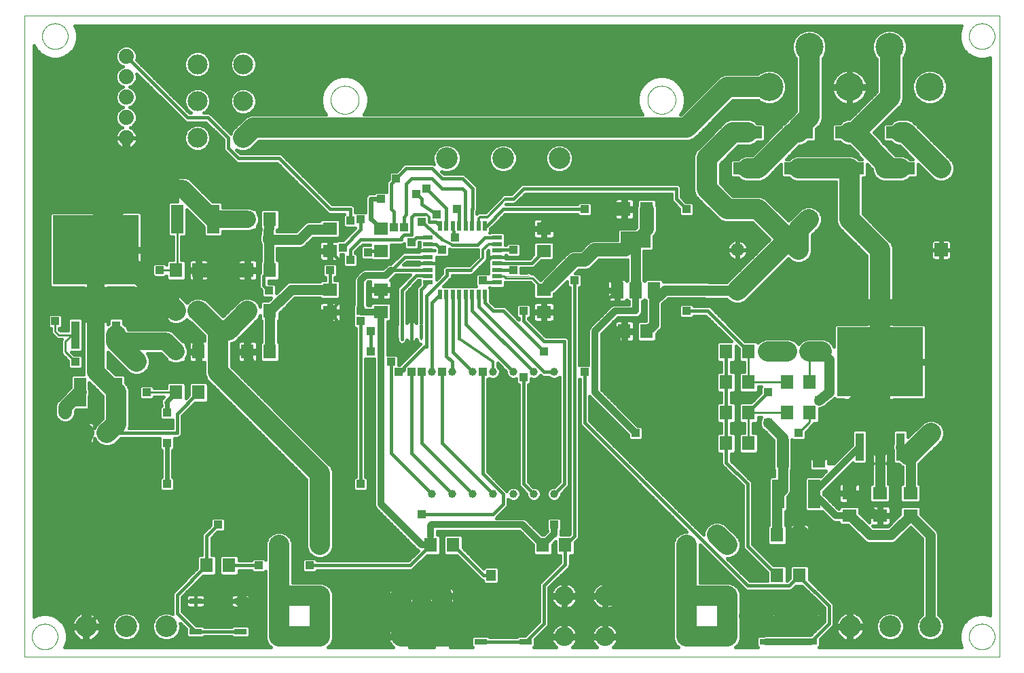
<source format=gtl>
G75*
%MOIN*%
%OFA0B0*%
%FSLAX25Y25*%
%IPPOS*%
%LPD*%
%AMOC8*
5,1,8,0,0,1.08239X$1,22.5*
%
%ADD10C,0.00000*%
%ADD11R,0.06299X0.07087*%
%ADD12R,0.42126X0.33858*%
%ADD13R,0.04331X0.13780*%
%ADD14R,0.07087X0.06299*%
%ADD15C,0.10630*%
%ADD16R,0.14173X0.05906*%
%ADD17C,0.09449*%
%ADD18R,0.05000X0.02200*%
%ADD19R,0.02200X0.05000*%
%ADD20C,0.07400*%
%ADD21R,0.06000X0.03000*%
%ADD22C,0.01772*%
%ADD23C,0.01000*%
%ADD24C,0.03969*%
%ADD25C,0.06600*%
%ADD26R,0.06500X0.06500*%
%ADD27R,0.14961X0.07874*%
%ADD28R,0.05906X0.07874*%
%ADD29C,0.09774*%
%ADD30R,0.04724X0.05512*%
%ADD31R,0.05906X0.14173*%
%ADD32C,0.13843*%
%ADD33C,0.10000*%
%ADD34R,0.03962X0.03962*%
%ADD35C,0.05000*%
%ADD36C,0.08600*%
%ADD37C,0.06600*%
%ADD38C,0.01600*%
%ADD39C,0.04000*%
%ADD40C,0.02400*%
%ADD41C,0.05600*%
%ADD42C,0.03200*%
%ADD43C,0.07000*%
%ADD44C,0.01200*%
D10*
X0031800Y0141800D02*
X0031800Y0456761D01*
X0510501Y0456761D01*
X0510501Y0141800D01*
X0031800Y0141800D01*
X0035501Y0151800D02*
X0035503Y0151958D01*
X0035509Y0152116D01*
X0035519Y0152274D01*
X0035533Y0152432D01*
X0035551Y0152589D01*
X0035572Y0152746D01*
X0035598Y0152902D01*
X0035628Y0153058D01*
X0035661Y0153213D01*
X0035699Y0153366D01*
X0035740Y0153519D01*
X0035785Y0153671D01*
X0035834Y0153822D01*
X0035887Y0153971D01*
X0035943Y0154119D01*
X0036003Y0154265D01*
X0036067Y0154410D01*
X0036135Y0154553D01*
X0036206Y0154695D01*
X0036280Y0154835D01*
X0036358Y0154972D01*
X0036440Y0155108D01*
X0036524Y0155242D01*
X0036613Y0155373D01*
X0036704Y0155502D01*
X0036799Y0155629D01*
X0036896Y0155754D01*
X0036997Y0155876D01*
X0037101Y0155995D01*
X0037208Y0156112D01*
X0037318Y0156226D01*
X0037431Y0156337D01*
X0037546Y0156446D01*
X0037664Y0156551D01*
X0037785Y0156653D01*
X0037908Y0156753D01*
X0038034Y0156849D01*
X0038162Y0156942D01*
X0038292Y0157032D01*
X0038425Y0157118D01*
X0038560Y0157202D01*
X0038696Y0157281D01*
X0038835Y0157358D01*
X0038976Y0157430D01*
X0039118Y0157500D01*
X0039262Y0157565D01*
X0039408Y0157627D01*
X0039555Y0157685D01*
X0039704Y0157740D01*
X0039854Y0157791D01*
X0040005Y0157838D01*
X0040157Y0157881D01*
X0040310Y0157920D01*
X0040465Y0157956D01*
X0040620Y0157987D01*
X0040776Y0158015D01*
X0040932Y0158039D01*
X0041089Y0158059D01*
X0041247Y0158075D01*
X0041404Y0158087D01*
X0041563Y0158095D01*
X0041721Y0158099D01*
X0041879Y0158099D01*
X0042037Y0158095D01*
X0042196Y0158087D01*
X0042353Y0158075D01*
X0042511Y0158059D01*
X0042668Y0158039D01*
X0042824Y0158015D01*
X0042980Y0157987D01*
X0043135Y0157956D01*
X0043290Y0157920D01*
X0043443Y0157881D01*
X0043595Y0157838D01*
X0043746Y0157791D01*
X0043896Y0157740D01*
X0044045Y0157685D01*
X0044192Y0157627D01*
X0044338Y0157565D01*
X0044482Y0157500D01*
X0044624Y0157430D01*
X0044765Y0157358D01*
X0044904Y0157281D01*
X0045040Y0157202D01*
X0045175Y0157118D01*
X0045308Y0157032D01*
X0045438Y0156942D01*
X0045566Y0156849D01*
X0045692Y0156753D01*
X0045815Y0156653D01*
X0045936Y0156551D01*
X0046054Y0156446D01*
X0046169Y0156337D01*
X0046282Y0156226D01*
X0046392Y0156112D01*
X0046499Y0155995D01*
X0046603Y0155876D01*
X0046704Y0155754D01*
X0046801Y0155629D01*
X0046896Y0155502D01*
X0046987Y0155373D01*
X0047076Y0155242D01*
X0047160Y0155108D01*
X0047242Y0154972D01*
X0047320Y0154835D01*
X0047394Y0154695D01*
X0047465Y0154553D01*
X0047533Y0154410D01*
X0047597Y0154265D01*
X0047657Y0154119D01*
X0047713Y0153971D01*
X0047766Y0153822D01*
X0047815Y0153671D01*
X0047860Y0153519D01*
X0047901Y0153366D01*
X0047939Y0153213D01*
X0047972Y0153058D01*
X0048002Y0152902D01*
X0048028Y0152746D01*
X0048049Y0152589D01*
X0048067Y0152432D01*
X0048081Y0152274D01*
X0048091Y0152116D01*
X0048097Y0151958D01*
X0048099Y0151800D01*
X0048097Y0151642D01*
X0048091Y0151484D01*
X0048081Y0151326D01*
X0048067Y0151168D01*
X0048049Y0151011D01*
X0048028Y0150854D01*
X0048002Y0150698D01*
X0047972Y0150542D01*
X0047939Y0150387D01*
X0047901Y0150234D01*
X0047860Y0150081D01*
X0047815Y0149929D01*
X0047766Y0149778D01*
X0047713Y0149629D01*
X0047657Y0149481D01*
X0047597Y0149335D01*
X0047533Y0149190D01*
X0047465Y0149047D01*
X0047394Y0148905D01*
X0047320Y0148765D01*
X0047242Y0148628D01*
X0047160Y0148492D01*
X0047076Y0148358D01*
X0046987Y0148227D01*
X0046896Y0148098D01*
X0046801Y0147971D01*
X0046704Y0147846D01*
X0046603Y0147724D01*
X0046499Y0147605D01*
X0046392Y0147488D01*
X0046282Y0147374D01*
X0046169Y0147263D01*
X0046054Y0147154D01*
X0045936Y0147049D01*
X0045815Y0146947D01*
X0045692Y0146847D01*
X0045566Y0146751D01*
X0045438Y0146658D01*
X0045308Y0146568D01*
X0045175Y0146482D01*
X0045040Y0146398D01*
X0044904Y0146319D01*
X0044765Y0146242D01*
X0044624Y0146170D01*
X0044482Y0146100D01*
X0044338Y0146035D01*
X0044192Y0145973D01*
X0044045Y0145915D01*
X0043896Y0145860D01*
X0043746Y0145809D01*
X0043595Y0145762D01*
X0043443Y0145719D01*
X0043290Y0145680D01*
X0043135Y0145644D01*
X0042980Y0145613D01*
X0042824Y0145585D01*
X0042668Y0145561D01*
X0042511Y0145541D01*
X0042353Y0145525D01*
X0042196Y0145513D01*
X0042037Y0145505D01*
X0041879Y0145501D01*
X0041721Y0145501D01*
X0041563Y0145505D01*
X0041404Y0145513D01*
X0041247Y0145525D01*
X0041089Y0145541D01*
X0040932Y0145561D01*
X0040776Y0145585D01*
X0040620Y0145613D01*
X0040465Y0145644D01*
X0040310Y0145680D01*
X0040157Y0145719D01*
X0040005Y0145762D01*
X0039854Y0145809D01*
X0039704Y0145860D01*
X0039555Y0145915D01*
X0039408Y0145973D01*
X0039262Y0146035D01*
X0039118Y0146100D01*
X0038976Y0146170D01*
X0038835Y0146242D01*
X0038696Y0146319D01*
X0038560Y0146398D01*
X0038425Y0146482D01*
X0038292Y0146568D01*
X0038162Y0146658D01*
X0038034Y0146751D01*
X0037908Y0146847D01*
X0037785Y0146947D01*
X0037664Y0147049D01*
X0037546Y0147154D01*
X0037431Y0147263D01*
X0037318Y0147374D01*
X0037208Y0147488D01*
X0037101Y0147605D01*
X0036997Y0147724D01*
X0036896Y0147846D01*
X0036799Y0147971D01*
X0036704Y0148098D01*
X0036613Y0148227D01*
X0036524Y0148358D01*
X0036440Y0148492D01*
X0036358Y0148628D01*
X0036280Y0148765D01*
X0036206Y0148905D01*
X0036135Y0149047D01*
X0036067Y0149190D01*
X0036003Y0149335D01*
X0035943Y0149481D01*
X0035887Y0149629D01*
X0035834Y0149778D01*
X0035785Y0149929D01*
X0035740Y0150081D01*
X0035699Y0150234D01*
X0035661Y0150387D01*
X0035628Y0150542D01*
X0035598Y0150698D01*
X0035572Y0150854D01*
X0035551Y0151011D01*
X0035533Y0151168D01*
X0035519Y0151326D01*
X0035509Y0151484D01*
X0035503Y0151642D01*
X0035501Y0151800D01*
X0263700Y0328926D02*
X0278926Y0328926D01*
X0279300Y0329300D01*
X0284300Y0324300D01*
X0337666Y0415540D02*
X0337668Y0415709D01*
X0337674Y0415878D01*
X0337685Y0416047D01*
X0337699Y0416215D01*
X0337718Y0416383D01*
X0337741Y0416551D01*
X0337767Y0416718D01*
X0337798Y0416884D01*
X0337833Y0417050D01*
X0337872Y0417214D01*
X0337916Y0417378D01*
X0337963Y0417540D01*
X0338014Y0417701D01*
X0338069Y0417861D01*
X0338128Y0418020D01*
X0338190Y0418177D01*
X0338257Y0418332D01*
X0338328Y0418486D01*
X0338402Y0418638D01*
X0338480Y0418788D01*
X0338561Y0418936D01*
X0338646Y0419082D01*
X0338735Y0419226D01*
X0338827Y0419368D01*
X0338923Y0419507D01*
X0339022Y0419644D01*
X0339124Y0419779D01*
X0339230Y0419911D01*
X0339339Y0420040D01*
X0339451Y0420167D01*
X0339566Y0420291D01*
X0339684Y0420412D01*
X0339805Y0420530D01*
X0339929Y0420645D01*
X0340056Y0420757D01*
X0340185Y0420866D01*
X0340317Y0420972D01*
X0340452Y0421074D01*
X0340589Y0421173D01*
X0340728Y0421269D01*
X0340870Y0421361D01*
X0341014Y0421450D01*
X0341160Y0421535D01*
X0341308Y0421616D01*
X0341458Y0421694D01*
X0341610Y0421768D01*
X0341764Y0421839D01*
X0341919Y0421906D01*
X0342076Y0421968D01*
X0342235Y0422027D01*
X0342395Y0422082D01*
X0342556Y0422133D01*
X0342718Y0422180D01*
X0342882Y0422224D01*
X0343046Y0422263D01*
X0343212Y0422298D01*
X0343378Y0422329D01*
X0343545Y0422355D01*
X0343713Y0422378D01*
X0343881Y0422397D01*
X0344049Y0422411D01*
X0344218Y0422422D01*
X0344387Y0422428D01*
X0344556Y0422430D01*
X0344725Y0422428D01*
X0344894Y0422422D01*
X0345063Y0422411D01*
X0345231Y0422397D01*
X0345399Y0422378D01*
X0345567Y0422355D01*
X0345734Y0422329D01*
X0345900Y0422298D01*
X0346066Y0422263D01*
X0346230Y0422224D01*
X0346394Y0422180D01*
X0346556Y0422133D01*
X0346717Y0422082D01*
X0346877Y0422027D01*
X0347036Y0421968D01*
X0347193Y0421906D01*
X0347348Y0421839D01*
X0347502Y0421768D01*
X0347654Y0421694D01*
X0347804Y0421616D01*
X0347952Y0421535D01*
X0348098Y0421450D01*
X0348242Y0421361D01*
X0348384Y0421269D01*
X0348523Y0421173D01*
X0348660Y0421074D01*
X0348795Y0420972D01*
X0348927Y0420866D01*
X0349056Y0420757D01*
X0349183Y0420645D01*
X0349307Y0420530D01*
X0349428Y0420412D01*
X0349546Y0420291D01*
X0349661Y0420167D01*
X0349773Y0420040D01*
X0349882Y0419911D01*
X0349988Y0419779D01*
X0350090Y0419644D01*
X0350189Y0419507D01*
X0350285Y0419368D01*
X0350377Y0419226D01*
X0350466Y0419082D01*
X0350551Y0418936D01*
X0350632Y0418788D01*
X0350710Y0418638D01*
X0350784Y0418486D01*
X0350855Y0418332D01*
X0350922Y0418177D01*
X0350984Y0418020D01*
X0351043Y0417861D01*
X0351098Y0417701D01*
X0351149Y0417540D01*
X0351196Y0417378D01*
X0351240Y0417214D01*
X0351279Y0417050D01*
X0351314Y0416884D01*
X0351345Y0416718D01*
X0351371Y0416551D01*
X0351394Y0416383D01*
X0351413Y0416215D01*
X0351427Y0416047D01*
X0351438Y0415878D01*
X0351444Y0415709D01*
X0351446Y0415540D01*
X0351444Y0415371D01*
X0351438Y0415202D01*
X0351427Y0415033D01*
X0351413Y0414865D01*
X0351394Y0414697D01*
X0351371Y0414529D01*
X0351345Y0414362D01*
X0351314Y0414196D01*
X0351279Y0414030D01*
X0351240Y0413866D01*
X0351196Y0413702D01*
X0351149Y0413540D01*
X0351098Y0413379D01*
X0351043Y0413219D01*
X0350984Y0413060D01*
X0350922Y0412903D01*
X0350855Y0412748D01*
X0350784Y0412594D01*
X0350710Y0412442D01*
X0350632Y0412292D01*
X0350551Y0412144D01*
X0350466Y0411998D01*
X0350377Y0411854D01*
X0350285Y0411712D01*
X0350189Y0411573D01*
X0350090Y0411436D01*
X0349988Y0411301D01*
X0349882Y0411169D01*
X0349773Y0411040D01*
X0349661Y0410913D01*
X0349546Y0410789D01*
X0349428Y0410668D01*
X0349307Y0410550D01*
X0349183Y0410435D01*
X0349056Y0410323D01*
X0348927Y0410214D01*
X0348795Y0410108D01*
X0348660Y0410006D01*
X0348523Y0409907D01*
X0348384Y0409811D01*
X0348242Y0409719D01*
X0348098Y0409630D01*
X0347952Y0409545D01*
X0347804Y0409464D01*
X0347654Y0409386D01*
X0347502Y0409312D01*
X0347348Y0409241D01*
X0347193Y0409174D01*
X0347036Y0409112D01*
X0346877Y0409053D01*
X0346717Y0408998D01*
X0346556Y0408947D01*
X0346394Y0408900D01*
X0346230Y0408856D01*
X0346066Y0408817D01*
X0345900Y0408782D01*
X0345734Y0408751D01*
X0345567Y0408725D01*
X0345399Y0408702D01*
X0345231Y0408683D01*
X0345063Y0408669D01*
X0344894Y0408658D01*
X0344725Y0408652D01*
X0344556Y0408650D01*
X0344387Y0408652D01*
X0344218Y0408658D01*
X0344049Y0408669D01*
X0343881Y0408683D01*
X0343713Y0408702D01*
X0343545Y0408725D01*
X0343378Y0408751D01*
X0343212Y0408782D01*
X0343046Y0408817D01*
X0342882Y0408856D01*
X0342718Y0408900D01*
X0342556Y0408947D01*
X0342395Y0408998D01*
X0342235Y0409053D01*
X0342076Y0409112D01*
X0341919Y0409174D01*
X0341764Y0409241D01*
X0341610Y0409312D01*
X0341458Y0409386D01*
X0341308Y0409464D01*
X0341160Y0409545D01*
X0341014Y0409630D01*
X0340870Y0409719D01*
X0340728Y0409811D01*
X0340589Y0409907D01*
X0340452Y0410006D01*
X0340317Y0410108D01*
X0340185Y0410214D01*
X0340056Y0410323D01*
X0339929Y0410435D01*
X0339805Y0410550D01*
X0339684Y0410668D01*
X0339566Y0410789D01*
X0339451Y0410913D01*
X0339339Y0411040D01*
X0339230Y0411169D01*
X0339124Y0411301D01*
X0339022Y0411436D01*
X0338923Y0411573D01*
X0338827Y0411712D01*
X0338735Y0411854D01*
X0338646Y0411998D01*
X0338561Y0412144D01*
X0338480Y0412292D01*
X0338402Y0412442D01*
X0338328Y0412594D01*
X0338257Y0412748D01*
X0338190Y0412903D01*
X0338128Y0413060D01*
X0338069Y0413219D01*
X0338014Y0413379D01*
X0337963Y0413540D01*
X0337916Y0413702D01*
X0337872Y0413866D01*
X0337833Y0414030D01*
X0337798Y0414196D01*
X0337767Y0414362D01*
X0337741Y0414529D01*
X0337718Y0414697D01*
X0337699Y0414865D01*
X0337685Y0415033D01*
X0337674Y0415202D01*
X0337668Y0415371D01*
X0337666Y0415540D01*
X0182154Y0415540D02*
X0182156Y0415709D01*
X0182162Y0415878D01*
X0182173Y0416047D01*
X0182187Y0416215D01*
X0182206Y0416383D01*
X0182229Y0416551D01*
X0182255Y0416718D01*
X0182286Y0416884D01*
X0182321Y0417050D01*
X0182360Y0417214D01*
X0182404Y0417378D01*
X0182451Y0417540D01*
X0182502Y0417701D01*
X0182557Y0417861D01*
X0182616Y0418020D01*
X0182678Y0418177D01*
X0182745Y0418332D01*
X0182816Y0418486D01*
X0182890Y0418638D01*
X0182968Y0418788D01*
X0183049Y0418936D01*
X0183134Y0419082D01*
X0183223Y0419226D01*
X0183315Y0419368D01*
X0183411Y0419507D01*
X0183510Y0419644D01*
X0183612Y0419779D01*
X0183718Y0419911D01*
X0183827Y0420040D01*
X0183939Y0420167D01*
X0184054Y0420291D01*
X0184172Y0420412D01*
X0184293Y0420530D01*
X0184417Y0420645D01*
X0184544Y0420757D01*
X0184673Y0420866D01*
X0184805Y0420972D01*
X0184940Y0421074D01*
X0185077Y0421173D01*
X0185216Y0421269D01*
X0185358Y0421361D01*
X0185502Y0421450D01*
X0185648Y0421535D01*
X0185796Y0421616D01*
X0185946Y0421694D01*
X0186098Y0421768D01*
X0186252Y0421839D01*
X0186407Y0421906D01*
X0186564Y0421968D01*
X0186723Y0422027D01*
X0186883Y0422082D01*
X0187044Y0422133D01*
X0187206Y0422180D01*
X0187370Y0422224D01*
X0187534Y0422263D01*
X0187700Y0422298D01*
X0187866Y0422329D01*
X0188033Y0422355D01*
X0188201Y0422378D01*
X0188369Y0422397D01*
X0188537Y0422411D01*
X0188706Y0422422D01*
X0188875Y0422428D01*
X0189044Y0422430D01*
X0189213Y0422428D01*
X0189382Y0422422D01*
X0189551Y0422411D01*
X0189719Y0422397D01*
X0189887Y0422378D01*
X0190055Y0422355D01*
X0190222Y0422329D01*
X0190388Y0422298D01*
X0190554Y0422263D01*
X0190718Y0422224D01*
X0190882Y0422180D01*
X0191044Y0422133D01*
X0191205Y0422082D01*
X0191365Y0422027D01*
X0191524Y0421968D01*
X0191681Y0421906D01*
X0191836Y0421839D01*
X0191990Y0421768D01*
X0192142Y0421694D01*
X0192292Y0421616D01*
X0192440Y0421535D01*
X0192586Y0421450D01*
X0192730Y0421361D01*
X0192872Y0421269D01*
X0193011Y0421173D01*
X0193148Y0421074D01*
X0193283Y0420972D01*
X0193415Y0420866D01*
X0193544Y0420757D01*
X0193671Y0420645D01*
X0193795Y0420530D01*
X0193916Y0420412D01*
X0194034Y0420291D01*
X0194149Y0420167D01*
X0194261Y0420040D01*
X0194370Y0419911D01*
X0194476Y0419779D01*
X0194578Y0419644D01*
X0194677Y0419507D01*
X0194773Y0419368D01*
X0194865Y0419226D01*
X0194954Y0419082D01*
X0195039Y0418936D01*
X0195120Y0418788D01*
X0195198Y0418638D01*
X0195272Y0418486D01*
X0195343Y0418332D01*
X0195410Y0418177D01*
X0195472Y0418020D01*
X0195531Y0417861D01*
X0195586Y0417701D01*
X0195637Y0417540D01*
X0195684Y0417378D01*
X0195728Y0417214D01*
X0195767Y0417050D01*
X0195802Y0416884D01*
X0195833Y0416718D01*
X0195859Y0416551D01*
X0195882Y0416383D01*
X0195901Y0416215D01*
X0195915Y0416047D01*
X0195926Y0415878D01*
X0195932Y0415709D01*
X0195934Y0415540D01*
X0195932Y0415371D01*
X0195926Y0415202D01*
X0195915Y0415033D01*
X0195901Y0414865D01*
X0195882Y0414697D01*
X0195859Y0414529D01*
X0195833Y0414362D01*
X0195802Y0414196D01*
X0195767Y0414030D01*
X0195728Y0413866D01*
X0195684Y0413702D01*
X0195637Y0413540D01*
X0195586Y0413379D01*
X0195531Y0413219D01*
X0195472Y0413060D01*
X0195410Y0412903D01*
X0195343Y0412748D01*
X0195272Y0412594D01*
X0195198Y0412442D01*
X0195120Y0412292D01*
X0195039Y0412144D01*
X0194954Y0411998D01*
X0194865Y0411854D01*
X0194773Y0411712D01*
X0194677Y0411573D01*
X0194578Y0411436D01*
X0194476Y0411301D01*
X0194370Y0411169D01*
X0194261Y0411040D01*
X0194149Y0410913D01*
X0194034Y0410789D01*
X0193916Y0410668D01*
X0193795Y0410550D01*
X0193671Y0410435D01*
X0193544Y0410323D01*
X0193415Y0410214D01*
X0193283Y0410108D01*
X0193148Y0410006D01*
X0193011Y0409907D01*
X0192872Y0409811D01*
X0192730Y0409719D01*
X0192586Y0409630D01*
X0192440Y0409545D01*
X0192292Y0409464D01*
X0192142Y0409386D01*
X0191990Y0409312D01*
X0191836Y0409241D01*
X0191681Y0409174D01*
X0191524Y0409112D01*
X0191365Y0409053D01*
X0191205Y0408998D01*
X0191044Y0408947D01*
X0190882Y0408900D01*
X0190718Y0408856D01*
X0190554Y0408817D01*
X0190388Y0408782D01*
X0190222Y0408751D01*
X0190055Y0408725D01*
X0189887Y0408702D01*
X0189719Y0408683D01*
X0189551Y0408669D01*
X0189382Y0408658D01*
X0189213Y0408652D01*
X0189044Y0408650D01*
X0188875Y0408652D01*
X0188706Y0408658D01*
X0188537Y0408669D01*
X0188369Y0408683D01*
X0188201Y0408702D01*
X0188033Y0408725D01*
X0187866Y0408751D01*
X0187700Y0408782D01*
X0187534Y0408817D01*
X0187370Y0408856D01*
X0187206Y0408900D01*
X0187044Y0408947D01*
X0186883Y0408998D01*
X0186723Y0409053D01*
X0186564Y0409112D01*
X0186407Y0409174D01*
X0186252Y0409241D01*
X0186098Y0409312D01*
X0185946Y0409386D01*
X0185796Y0409464D01*
X0185648Y0409545D01*
X0185502Y0409630D01*
X0185358Y0409719D01*
X0185216Y0409811D01*
X0185077Y0409907D01*
X0184940Y0410006D01*
X0184805Y0410108D01*
X0184673Y0410214D01*
X0184544Y0410323D01*
X0184417Y0410435D01*
X0184293Y0410550D01*
X0184172Y0410668D01*
X0184054Y0410789D01*
X0183939Y0410913D01*
X0183827Y0411040D01*
X0183718Y0411169D01*
X0183612Y0411301D01*
X0183510Y0411436D01*
X0183411Y0411573D01*
X0183315Y0411712D01*
X0183223Y0411854D01*
X0183134Y0411998D01*
X0183049Y0412144D01*
X0182968Y0412292D01*
X0182890Y0412442D01*
X0182816Y0412594D01*
X0182745Y0412748D01*
X0182678Y0412903D01*
X0182616Y0413060D01*
X0182557Y0413219D01*
X0182502Y0413379D01*
X0182451Y0413540D01*
X0182404Y0413702D01*
X0182360Y0413866D01*
X0182321Y0414030D01*
X0182286Y0414196D01*
X0182255Y0414362D01*
X0182229Y0414529D01*
X0182206Y0414697D01*
X0182187Y0414865D01*
X0182173Y0415033D01*
X0182162Y0415202D01*
X0182156Y0415371D01*
X0182154Y0415540D01*
X0040501Y0446800D02*
X0040503Y0446958D01*
X0040509Y0447116D01*
X0040519Y0447274D01*
X0040533Y0447432D01*
X0040551Y0447589D01*
X0040572Y0447746D01*
X0040598Y0447902D01*
X0040628Y0448058D01*
X0040661Y0448213D01*
X0040699Y0448366D01*
X0040740Y0448519D01*
X0040785Y0448671D01*
X0040834Y0448822D01*
X0040887Y0448971D01*
X0040943Y0449119D01*
X0041003Y0449265D01*
X0041067Y0449410D01*
X0041135Y0449553D01*
X0041206Y0449695D01*
X0041280Y0449835D01*
X0041358Y0449972D01*
X0041440Y0450108D01*
X0041524Y0450242D01*
X0041613Y0450373D01*
X0041704Y0450502D01*
X0041799Y0450629D01*
X0041896Y0450754D01*
X0041997Y0450876D01*
X0042101Y0450995D01*
X0042208Y0451112D01*
X0042318Y0451226D01*
X0042431Y0451337D01*
X0042546Y0451446D01*
X0042664Y0451551D01*
X0042785Y0451653D01*
X0042908Y0451753D01*
X0043034Y0451849D01*
X0043162Y0451942D01*
X0043292Y0452032D01*
X0043425Y0452118D01*
X0043560Y0452202D01*
X0043696Y0452281D01*
X0043835Y0452358D01*
X0043976Y0452430D01*
X0044118Y0452500D01*
X0044262Y0452565D01*
X0044408Y0452627D01*
X0044555Y0452685D01*
X0044704Y0452740D01*
X0044854Y0452791D01*
X0045005Y0452838D01*
X0045157Y0452881D01*
X0045310Y0452920D01*
X0045465Y0452956D01*
X0045620Y0452987D01*
X0045776Y0453015D01*
X0045932Y0453039D01*
X0046089Y0453059D01*
X0046247Y0453075D01*
X0046404Y0453087D01*
X0046563Y0453095D01*
X0046721Y0453099D01*
X0046879Y0453099D01*
X0047037Y0453095D01*
X0047196Y0453087D01*
X0047353Y0453075D01*
X0047511Y0453059D01*
X0047668Y0453039D01*
X0047824Y0453015D01*
X0047980Y0452987D01*
X0048135Y0452956D01*
X0048290Y0452920D01*
X0048443Y0452881D01*
X0048595Y0452838D01*
X0048746Y0452791D01*
X0048896Y0452740D01*
X0049045Y0452685D01*
X0049192Y0452627D01*
X0049338Y0452565D01*
X0049482Y0452500D01*
X0049624Y0452430D01*
X0049765Y0452358D01*
X0049904Y0452281D01*
X0050040Y0452202D01*
X0050175Y0452118D01*
X0050308Y0452032D01*
X0050438Y0451942D01*
X0050566Y0451849D01*
X0050692Y0451753D01*
X0050815Y0451653D01*
X0050936Y0451551D01*
X0051054Y0451446D01*
X0051169Y0451337D01*
X0051282Y0451226D01*
X0051392Y0451112D01*
X0051499Y0450995D01*
X0051603Y0450876D01*
X0051704Y0450754D01*
X0051801Y0450629D01*
X0051896Y0450502D01*
X0051987Y0450373D01*
X0052076Y0450242D01*
X0052160Y0450108D01*
X0052242Y0449972D01*
X0052320Y0449835D01*
X0052394Y0449695D01*
X0052465Y0449553D01*
X0052533Y0449410D01*
X0052597Y0449265D01*
X0052657Y0449119D01*
X0052713Y0448971D01*
X0052766Y0448822D01*
X0052815Y0448671D01*
X0052860Y0448519D01*
X0052901Y0448366D01*
X0052939Y0448213D01*
X0052972Y0448058D01*
X0053002Y0447902D01*
X0053028Y0447746D01*
X0053049Y0447589D01*
X0053067Y0447432D01*
X0053081Y0447274D01*
X0053091Y0447116D01*
X0053097Y0446958D01*
X0053099Y0446800D01*
X0053097Y0446642D01*
X0053091Y0446484D01*
X0053081Y0446326D01*
X0053067Y0446168D01*
X0053049Y0446011D01*
X0053028Y0445854D01*
X0053002Y0445698D01*
X0052972Y0445542D01*
X0052939Y0445387D01*
X0052901Y0445234D01*
X0052860Y0445081D01*
X0052815Y0444929D01*
X0052766Y0444778D01*
X0052713Y0444629D01*
X0052657Y0444481D01*
X0052597Y0444335D01*
X0052533Y0444190D01*
X0052465Y0444047D01*
X0052394Y0443905D01*
X0052320Y0443765D01*
X0052242Y0443628D01*
X0052160Y0443492D01*
X0052076Y0443358D01*
X0051987Y0443227D01*
X0051896Y0443098D01*
X0051801Y0442971D01*
X0051704Y0442846D01*
X0051603Y0442724D01*
X0051499Y0442605D01*
X0051392Y0442488D01*
X0051282Y0442374D01*
X0051169Y0442263D01*
X0051054Y0442154D01*
X0050936Y0442049D01*
X0050815Y0441947D01*
X0050692Y0441847D01*
X0050566Y0441751D01*
X0050438Y0441658D01*
X0050308Y0441568D01*
X0050175Y0441482D01*
X0050040Y0441398D01*
X0049904Y0441319D01*
X0049765Y0441242D01*
X0049624Y0441170D01*
X0049482Y0441100D01*
X0049338Y0441035D01*
X0049192Y0440973D01*
X0049045Y0440915D01*
X0048896Y0440860D01*
X0048746Y0440809D01*
X0048595Y0440762D01*
X0048443Y0440719D01*
X0048290Y0440680D01*
X0048135Y0440644D01*
X0047980Y0440613D01*
X0047824Y0440585D01*
X0047668Y0440561D01*
X0047511Y0440541D01*
X0047353Y0440525D01*
X0047196Y0440513D01*
X0047037Y0440505D01*
X0046879Y0440501D01*
X0046721Y0440501D01*
X0046563Y0440505D01*
X0046404Y0440513D01*
X0046247Y0440525D01*
X0046089Y0440541D01*
X0045932Y0440561D01*
X0045776Y0440585D01*
X0045620Y0440613D01*
X0045465Y0440644D01*
X0045310Y0440680D01*
X0045157Y0440719D01*
X0045005Y0440762D01*
X0044854Y0440809D01*
X0044704Y0440860D01*
X0044555Y0440915D01*
X0044408Y0440973D01*
X0044262Y0441035D01*
X0044118Y0441100D01*
X0043976Y0441170D01*
X0043835Y0441242D01*
X0043696Y0441319D01*
X0043560Y0441398D01*
X0043425Y0441482D01*
X0043292Y0441568D01*
X0043162Y0441658D01*
X0043034Y0441751D01*
X0042908Y0441847D01*
X0042785Y0441947D01*
X0042664Y0442049D01*
X0042546Y0442154D01*
X0042431Y0442263D01*
X0042318Y0442374D01*
X0042208Y0442488D01*
X0042101Y0442605D01*
X0041997Y0442724D01*
X0041896Y0442846D01*
X0041799Y0442971D01*
X0041704Y0443098D01*
X0041613Y0443227D01*
X0041524Y0443358D01*
X0041440Y0443492D01*
X0041358Y0443628D01*
X0041280Y0443765D01*
X0041206Y0443905D01*
X0041135Y0444047D01*
X0041067Y0444190D01*
X0041003Y0444335D01*
X0040943Y0444481D01*
X0040887Y0444629D01*
X0040834Y0444778D01*
X0040785Y0444929D01*
X0040740Y0445081D01*
X0040699Y0445234D01*
X0040661Y0445387D01*
X0040628Y0445542D01*
X0040598Y0445698D01*
X0040572Y0445854D01*
X0040551Y0446011D01*
X0040533Y0446168D01*
X0040519Y0446326D01*
X0040509Y0446484D01*
X0040503Y0446642D01*
X0040501Y0446800D01*
X0495501Y0446800D02*
X0495503Y0446958D01*
X0495509Y0447116D01*
X0495519Y0447274D01*
X0495533Y0447432D01*
X0495551Y0447589D01*
X0495572Y0447746D01*
X0495598Y0447902D01*
X0495628Y0448058D01*
X0495661Y0448213D01*
X0495699Y0448366D01*
X0495740Y0448519D01*
X0495785Y0448671D01*
X0495834Y0448822D01*
X0495887Y0448971D01*
X0495943Y0449119D01*
X0496003Y0449265D01*
X0496067Y0449410D01*
X0496135Y0449553D01*
X0496206Y0449695D01*
X0496280Y0449835D01*
X0496358Y0449972D01*
X0496440Y0450108D01*
X0496524Y0450242D01*
X0496613Y0450373D01*
X0496704Y0450502D01*
X0496799Y0450629D01*
X0496896Y0450754D01*
X0496997Y0450876D01*
X0497101Y0450995D01*
X0497208Y0451112D01*
X0497318Y0451226D01*
X0497431Y0451337D01*
X0497546Y0451446D01*
X0497664Y0451551D01*
X0497785Y0451653D01*
X0497908Y0451753D01*
X0498034Y0451849D01*
X0498162Y0451942D01*
X0498292Y0452032D01*
X0498425Y0452118D01*
X0498560Y0452202D01*
X0498696Y0452281D01*
X0498835Y0452358D01*
X0498976Y0452430D01*
X0499118Y0452500D01*
X0499262Y0452565D01*
X0499408Y0452627D01*
X0499555Y0452685D01*
X0499704Y0452740D01*
X0499854Y0452791D01*
X0500005Y0452838D01*
X0500157Y0452881D01*
X0500310Y0452920D01*
X0500465Y0452956D01*
X0500620Y0452987D01*
X0500776Y0453015D01*
X0500932Y0453039D01*
X0501089Y0453059D01*
X0501247Y0453075D01*
X0501404Y0453087D01*
X0501563Y0453095D01*
X0501721Y0453099D01*
X0501879Y0453099D01*
X0502037Y0453095D01*
X0502196Y0453087D01*
X0502353Y0453075D01*
X0502511Y0453059D01*
X0502668Y0453039D01*
X0502824Y0453015D01*
X0502980Y0452987D01*
X0503135Y0452956D01*
X0503290Y0452920D01*
X0503443Y0452881D01*
X0503595Y0452838D01*
X0503746Y0452791D01*
X0503896Y0452740D01*
X0504045Y0452685D01*
X0504192Y0452627D01*
X0504338Y0452565D01*
X0504482Y0452500D01*
X0504624Y0452430D01*
X0504765Y0452358D01*
X0504904Y0452281D01*
X0505040Y0452202D01*
X0505175Y0452118D01*
X0505308Y0452032D01*
X0505438Y0451942D01*
X0505566Y0451849D01*
X0505692Y0451753D01*
X0505815Y0451653D01*
X0505936Y0451551D01*
X0506054Y0451446D01*
X0506169Y0451337D01*
X0506282Y0451226D01*
X0506392Y0451112D01*
X0506499Y0450995D01*
X0506603Y0450876D01*
X0506704Y0450754D01*
X0506801Y0450629D01*
X0506896Y0450502D01*
X0506987Y0450373D01*
X0507076Y0450242D01*
X0507160Y0450108D01*
X0507242Y0449972D01*
X0507320Y0449835D01*
X0507394Y0449695D01*
X0507465Y0449553D01*
X0507533Y0449410D01*
X0507597Y0449265D01*
X0507657Y0449119D01*
X0507713Y0448971D01*
X0507766Y0448822D01*
X0507815Y0448671D01*
X0507860Y0448519D01*
X0507901Y0448366D01*
X0507939Y0448213D01*
X0507972Y0448058D01*
X0508002Y0447902D01*
X0508028Y0447746D01*
X0508049Y0447589D01*
X0508067Y0447432D01*
X0508081Y0447274D01*
X0508091Y0447116D01*
X0508097Y0446958D01*
X0508099Y0446800D01*
X0508097Y0446642D01*
X0508091Y0446484D01*
X0508081Y0446326D01*
X0508067Y0446168D01*
X0508049Y0446011D01*
X0508028Y0445854D01*
X0508002Y0445698D01*
X0507972Y0445542D01*
X0507939Y0445387D01*
X0507901Y0445234D01*
X0507860Y0445081D01*
X0507815Y0444929D01*
X0507766Y0444778D01*
X0507713Y0444629D01*
X0507657Y0444481D01*
X0507597Y0444335D01*
X0507533Y0444190D01*
X0507465Y0444047D01*
X0507394Y0443905D01*
X0507320Y0443765D01*
X0507242Y0443628D01*
X0507160Y0443492D01*
X0507076Y0443358D01*
X0506987Y0443227D01*
X0506896Y0443098D01*
X0506801Y0442971D01*
X0506704Y0442846D01*
X0506603Y0442724D01*
X0506499Y0442605D01*
X0506392Y0442488D01*
X0506282Y0442374D01*
X0506169Y0442263D01*
X0506054Y0442154D01*
X0505936Y0442049D01*
X0505815Y0441947D01*
X0505692Y0441847D01*
X0505566Y0441751D01*
X0505438Y0441658D01*
X0505308Y0441568D01*
X0505175Y0441482D01*
X0505040Y0441398D01*
X0504904Y0441319D01*
X0504765Y0441242D01*
X0504624Y0441170D01*
X0504482Y0441100D01*
X0504338Y0441035D01*
X0504192Y0440973D01*
X0504045Y0440915D01*
X0503896Y0440860D01*
X0503746Y0440809D01*
X0503595Y0440762D01*
X0503443Y0440719D01*
X0503290Y0440680D01*
X0503135Y0440644D01*
X0502980Y0440613D01*
X0502824Y0440585D01*
X0502668Y0440561D01*
X0502511Y0440541D01*
X0502353Y0440525D01*
X0502196Y0440513D01*
X0502037Y0440505D01*
X0501879Y0440501D01*
X0501721Y0440501D01*
X0501563Y0440505D01*
X0501404Y0440513D01*
X0501247Y0440525D01*
X0501089Y0440541D01*
X0500932Y0440561D01*
X0500776Y0440585D01*
X0500620Y0440613D01*
X0500465Y0440644D01*
X0500310Y0440680D01*
X0500157Y0440719D01*
X0500005Y0440762D01*
X0499854Y0440809D01*
X0499704Y0440860D01*
X0499555Y0440915D01*
X0499408Y0440973D01*
X0499262Y0441035D01*
X0499118Y0441100D01*
X0498976Y0441170D01*
X0498835Y0441242D01*
X0498696Y0441319D01*
X0498560Y0441398D01*
X0498425Y0441482D01*
X0498292Y0441568D01*
X0498162Y0441658D01*
X0498034Y0441751D01*
X0497908Y0441847D01*
X0497785Y0441947D01*
X0497664Y0442049D01*
X0497546Y0442154D01*
X0497431Y0442263D01*
X0497318Y0442374D01*
X0497208Y0442488D01*
X0497101Y0442605D01*
X0496997Y0442724D01*
X0496896Y0442846D01*
X0496799Y0442971D01*
X0496704Y0443098D01*
X0496613Y0443227D01*
X0496524Y0443358D01*
X0496440Y0443492D01*
X0496358Y0443628D01*
X0496280Y0443765D01*
X0496206Y0443905D01*
X0496135Y0444047D01*
X0496067Y0444190D01*
X0496003Y0444335D01*
X0495943Y0444481D01*
X0495887Y0444629D01*
X0495834Y0444778D01*
X0495785Y0444929D01*
X0495740Y0445081D01*
X0495699Y0445234D01*
X0495661Y0445387D01*
X0495628Y0445542D01*
X0495598Y0445698D01*
X0495572Y0445854D01*
X0495551Y0446011D01*
X0495533Y0446168D01*
X0495519Y0446326D01*
X0495509Y0446484D01*
X0495503Y0446642D01*
X0495501Y0446800D01*
X0495501Y0151800D02*
X0495503Y0151958D01*
X0495509Y0152116D01*
X0495519Y0152274D01*
X0495533Y0152432D01*
X0495551Y0152589D01*
X0495572Y0152746D01*
X0495598Y0152902D01*
X0495628Y0153058D01*
X0495661Y0153213D01*
X0495699Y0153366D01*
X0495740Y0153519D01*
X0495785Y0153671D01*
X0495834Y0153822D01*
X0495887Y0153971D01*
X0495943Y0154119D01*
X0496003Y0154265D01*
X0496067Y0154410D01*
X0496135Y0154553D01*
X0496206Y0154695D01*
X0496280Y0154835D01*
X0496358Y0154972D01*
X0496440Y0155108D01*
X0496524Y0155242D01*
X0496613Y0155373D01*
X0496704Y0155502D01*
X0496799Y0155629D01*
X0496896Y0155754D01*
X0496997Y0155876D01*
X0497101Y0155995D01*
X0497208Y0156112D01*
X0497318Y0156226D01*
X0497431Y0156337D01*
X0497546Y0156446D01*
X0497664Y0156551D01*
X0497785Y0156653D01*
X0497908Y0156753D01*
X0498034Y0156849D01*
X0498162Y0156942D01*
X0498292Y0157032D01*
X0498425Y0157118D01*
X0498560Y0157202D01*
X0498696Y0157281D01*
X0498835Y0157358D01*
X0498976Y0157430D01*
X0499118Y0157500D01*
X0499262Y0157565D01*
X0499408Y0157627D01*
X0499555Y0157685D01*
X0499704Y0157740D01*
X0499854Y0157791D01*
X0500005Y0157838D01*
X0500157Y0157881D01*
X0500310Y0157920D01*
X0500465Y0157956D01*
X0500620Y0157987D01*
X0500776Y0158015D01*
X0500932Y0158039D01*
X0501089Y0158059D01*
X0501247Y0158075D01*
X0501404Y0158087D01*
X0501563Y0158095D01*
X0501721Y0158099D01*
X0501879Y0158099D01*
X0502037Y0158095D01*
X0502196Y0158087D01*
X0502353Y0158075D01*
X0502511Y0158059D01*
X0502668Y0158039D01*
X0502824Y0158015D01*
X0502980Y0157987D01*
X0503135Y0157956D01*
X0503290Y0157920D01*
X0503443Y0157881D01*
X0503595Y0157838D01*
X0503746Y0157791D01*
X0503896Y0157740D01*
X0504045Y0157685D01*
X0504192Y0157627D01*
X0504338Y0157565D01*
X0504482Y0157500D01*
X0504624Y0157430D01*
X0504765Y0157358D01*
X0504904Y0157281D01*
X0505040Y0157202D01*
X0505175Y0157118D01*
X0505308Y0157032D01*
X0505438Y0156942D01*
X0505566Y0156849D01*
X0505692Y0156753D01*
X0505815Y0156653D01*
X0505936Y0156551D01*
X0506054Y0156446D01*
X0506169Y0156337D01*
X0506282Y0156226D01*
X0506392Y0156112D01*
X0506499Y0155995D01*
X0506603Y0155876D01*
X0506704Y0155754D01*
X0506801Y0155629D01*
X0506896Y0155502D01*
X0506987Y0155373D01*
X0507076Y0155242D01*
X0507160Y0155108D01*
X0507242Y0154972D01*
X0507320Y0154835D01*
X0507394Y0154695D01*
X0507465Y0154553D01*
X0507533Y0154410D01*
X0507597Y0154265D01*
X0507657Y0154119D01*
X0507713Y0153971D01*
X0507766Y0153822D01*
X0507815Y0153671D01*
X0507860Y0153519D01*
X0507901Y0153366D01*
X0507939Y0153213D01*
X0507972Y0153058D01*
X0508002Y0152902D01*
X0508028Y0152746D01*
X0508049Y0152589D01*
X0508067Y0152432D01*
X0508081Y0152274D01*
X0508091Y0152116D01*
X0508097Y0151958D01*
X0508099Y0151800D01*
X0508097Y0151642D01*
X0508091Y0151484D01*
X0508081Y0151326D01*
X0508067Y0151168D01*
X0508049Y0151011D01*
X0508028Y0150854D01*
X0508002Y0150698D01*
X0507972Y0150542D01*
X0507939Y0150387D01*
X0507901Y0150234D01*
X0507860Y0150081D01*
X0507815Y0149929D01*
X0507766Y0149778D01*
X0507713Y0149629D01*
X0507657Y0149481D01*
X0507597Y0149335D01*
X0507533Y0149190D01*
X0507465Y0149047D01*
X0507394Y0148905D01*
X0507320Y0148765D01*
X0507242Y0148628D01*
X0507160Y0148492D01*
X0507076Y0148358D01*
X0506987Y0148227D01*
X0506896Y0148098D01*
X0506801Y0147971D01*
X0506704Y0147846D01*
X0506603Y0147724D01*
X0506499Y0147605D01*
X0506392Y0147488D01*
X0506282Y0147374D01*
X0506169Y0147263D01*
X0506054Y0147154D01*
X0505936Y0147049D01*
X0505815Y0146947D01*
X0505692Y0146847D01*
X0505566Y0146751D01*
X0505438Y0146658D01*
X0505308Y0146568D01*
X0505175Y0146482D01*
X0505040Y0146398D01*
X0504904Y0146319D01*
X0504765Y0146242D01*
X0504624Y0146170D01*
X0504482Y0146100D01*
X0504338Y0146035D01*
X0504192Y0145973D01*
X0504045Y0145915D01*
X0503896Y0145860D01*
X0503746Y0145809D01*
X0503595Y0145762D01*
X0503443Y0145719D01*
X0503290Y0145680D01*
X0503135Y0145644D01*
X0502980Y0145613D01*
X0502824Y0145585D01*
X0502668Y0145561D01*
X0502511Y0145541D01*
X0502353Y0145525D01*
X0502196Y0145513D01*
X0502037Y0145505D01*
X0501879Y0145501D01*
X0501721Y0145501D01*
X0501563Y0145505D01*
X0501404Y0145513D01*
X0501247Y0145525D01*
X0501089Y0145541D01*
X0500932Y0145561D01*
X0500776Y0145585D01*
X0500620Y0145613D01*
X0500465Y0145644D01*
X0500310Y0145680D01*
X0500157Y0145719D01*
X0500005Y0145762D01*
X0499854Y0145809D01*
X0499704Y0145860D01*
X0499555Y0145915D01*
X0499408Y0145973D01*
X0499262Y0146035D01*
X0499118Y0146100D01*
X0498976Y0146170D01*
X0498835Y0146242D01*
X0498696Y0146319D01*
X0498560Y0146398D01*
X0498425Y0146482D01*
X0498292Y0146568D01*
X0498162Y0146658D01*
X0498034Y0146751D01*
X0497908Y0146847D01*
X0497785Y0146947D01*
X0497664Y0147049D01*
X0497546Y0147154D01*
X0497431Y0147263D01*
X0497318Y0147374D01*
X0497208Y0147488D01*
X0497101Y0147605D01*
X0496997Y0147724D01*
X0496896Y0147846D01*
X0496799Y0147971D01*
X0496704Y0148098D01*
X0496613Y0148227D01*
X0496524Y0148358D01*
X0496440Y0148492D01*
X0496358Y0148628D01*
X0496280Y0148765D01*
X0496206Y0148905D01*
X0496135Y0149047D01*
X0496067Y0149190D01*
X0496003Y0149335D01*
X0495943Y0149481D01*
X0495887Y0149629D01*
X0495834Y0149778D01*
X0495785Y0149929D01*
X0495740Y0150081D01*
X0495699Y0150234D01*
X0495661Y0150387D01*
X0495628Y0150542D01*
X0495598Y0150698D01*
X0495572Y0150854D01*
X0495551Y0151011D01*
X0495533Y0151168D01*
X0495519Y0151326D01*
X0495509Y0151484D01*
X0495503Y0151642D01*
X0495501Y0151800D01*
D11*
X0412312Y0181800D03*
X0401288Y0181800D03*
X0401288Y0201800D03*
X0412312Y0201800D03*
X0387312Y0246800D03*
X0376288Y0246800D03*
X0376288Y0261800D03*
X0387312Y0261800D03*
X0387312Y0276800D03*
X0376288Y0276800D03*
X0376288Y0291800D03*
X0387312Y0291800D03*
X0406288Y0291800D03*
X0417312Y0291800D03*
X0417312Y0276800D03*
X0406288Y0276800D03*
X0406288Y0261800D03*
X0417312Y0261800D03*
X0337312Y0301800D03*
X0326288Y0301800D03*
X0326288Y0361800D03*
X0337312Y0361800D03*
X0297312Y0196800D03*
X0286288Y0196800D03*
X0242312Y0196800D03*
X0231288Y0196800D03*
X0152312Y0291800D03*
X0141288Y0291800D03*
X0141288Y0311800D03*
X0152312Y0311800D03*
X0152312Y0331800D03*
X0141288Y0331800D03*
X0117312Y0331800D03*
X0106288Y0331800D03*
X0106288Y0311800D03*
X0117312Y0311800D03*
X0117312Y0291800D03*
X0106288Y0291800D03*
X0106288Y0271800D03*
X0117312Y0271800D03*
X0072312Y0251800D03*
X0061288Y0251800D03*
X0121288Y0186800D03*
X0132312Y0186800D03*
X0141288Y0356800D03*
X0152312Y0356800D03*
D12*
X0066800Y0341800D03*
X0451800Y0286800D03*
D13*
X0451800Y0245068D03*
X0461800Y0245068D03*
X0441800Y0245068D03*
X0076800Y0300068D03*
X0066800Y0300068D03*
X0056800Y0300068D03*
D14*
X0181800Y0311288D03*
X0181800Y0322312D03*
X0181800Y0341288D03*
X0181800Y0352312D03*
X0206800Y0352312D03*
X0206800Y0341288D03*
X0206800Y0322312D03*
X0206800Y0311288D03*
X0286800Y0311288D03*
X0286800Y0322312D03*
X0286800Y0341288D03*
X0286800Y0352312D03*
X0436800Y0222312D03*
X0436800Y0211288D03*
X0451800Y0211288D03*
X0451800Y0222312D03*
X0466800Y0222312D03*
X0466800Y0211288D03*
D15*
X0476485Y0156800D03*
X0456800Y0156800D03*
X0437115Y0156800D03*
X0294359Y0386800D03*
X0266800Y0386800D03*
X0239241Y0386800D03*
X0101485Y0156800D03*
X0081800Y0156800D03*
X0062115Y0156800D03*
D16*
X0386800Y0381800D03*
X0386800Y0399517D03*
X0411800Y0399517D03*
X0411800Y0381800D03*
X0436800Y0381800D03*
X0436800Y0399517D03*
X0461800Y0399517D03*
X0461800Y0381800D03*
D17*
X0376800Y0171800D03*
X0376800Y0151800D03*
X0356800Y0151800D03*
X0356800Y0171800D03*
X0316800Y0171800D03*
X0316800Y0151800D03*
X0296800Y0151800D03*
X0296800Y0171800D03*
X0236800Y0171800D03*
X0236800Y0151800D03*
X0216800Y0151800D03*
X0216800Y0171800D03*
X0176800Y0171800D03*
X0176800Y0151800D03*
X0156800Y0151800D03*
X0156800Y0171800D03*
D18*
X0229900Y0325776D03*
X0229900Y0328926D03*
X0229900Y0332076D03*
X0229900Y0335225D03*
X0229900Y0338375D03*
X0229900Y0341524D03*
X0229900Y0344674D03*
X0229900Y0347824D03*
X0263700Y0347824D03*
X0263700Y0344674D03*
X0263700Y0341524D03*
X0263700Y0338375D03*
X0263700Y0335225D03*
X0263700Y0332076D03*
X0263700Y0328926D03*
X0263700Y0325776D03*
D19*
X0257824Y0319900D03*
X0254674Y0319900D03*
X0251524Y0319900D03*
X0248375Y0319900D03*
X0245225Y0319900D03*
X0242076Y0319900D03*
X0238926Y0319900D03*
X0235776Y0319900D03*
X0235776Y0353700D03*
X0238926Y0353700D03*
X0242076Y0353700D03*
X0245225Y0353700D03*
X0248375Y0353700D03*
X0251524Y0353700D03*
X0254674Y0353700D03*
X0257824Y0353700D03*
D20*
X0176800Y0196800D03*
X0156800Y0196800D03*
X0081800Y0386800D03*
X0081800Y0396800D03*
X0081800Y0406800D03*
X0081800Y0416800D03*
X0081800Y0426800D03*
X0081800Y0436800D03*
X0356800Y0196800D03*
X0376800Y0196800D03*
D21*
X0395800Y0164300D03*
X0395800Y0149300D03*
X0417800Y0149300D03*
X0417800Y0164300D03*
X0277800Y0164300D03*
X0277800Y0149300D03*
X0255800Y0149300D03*
X0255800Y0164300D03*
X0137800Y0169300D03*
X0137800Y0154300D03*
X0115800Y0154300D03*
X0115800Y0169300D03*
D22*
X0217076Y0298936D02*
X0217076Y0304664D01*
X0221800Y0304664D02*
X0221800Y0298936D01*
X0226524Y0298936D02*
X0226524Y0304664D01*
D23*
X0226524Y0305800D02*
X0226524Y0301800D01*
X0226524Y0297800D01*
X0221800Y0297800D02*
X0221800Y0301800D01*
X0221800Y0305800D01*
X0217076Y0305800D02*
X0217076Y0301800D01*
X0217076Y0297800D01*
X0209300Y0334300D02*
X0216800Y0341800D01*
X0216800Y0341524D01*
X0229900Y0341524D01*
X0263700Y0328926D02*
X0267174Y0328926D01*
X0268050Y0328050D01*
X0281062Y0328050D01*
X0286800Y0322312D01*
X0284300Y0324300D02*
X0289300Y0324300D01*
X0331800Y0321800D02*
X0331800Y0346800D01*
X0387312Y0291800D02*
X0387312Y0276800D01*
X0406288Y0276800D01*
X0417312Y0276800D02*
X0417312Y0291800D01*
X0417312Y0261800D02*
X0417312Y0257312D01*
X0411800Y0251800D01*
X0406288Y0261800D02*
X0387312Y0261800D01*
X0387312Y0246800D01*
X0146800Y0281800D02*
X0141800Y0291800D01*
X0141800Y0286800D01*
X0106288Y0271800D02*
X0091800Y0271800D01*
X0056800Y0286800D02*
X0051800Y0291800D01*
X0051800Y0296800D01*
X0055068Y0300068D01*
X0056800Y0300068D01*
X0048532Y0300068D01*
X0046800Y0301800D01*
X0046800Y0306800D01*
X0098050Y0331800D02*
X0106288Y0331800D01*
X0106800Y0332312D01*
X0106800Y0356800D01*
D24*
X0231800Y0281800D03*
X0241800Y0281800D03*
X0251800Y0281800D03*
X0261800Y0281800D03*
X0271800Y0281800D03*
X0281800Y0281800D03*
X0291800Y0281800D03*
X0291800Y0221800D03*
X0281800Y0221800D03*
X0271800Y0221800D03*
X0261800Y0221800D03*
X0251800Y0221800D03*
X0241800Y0221800D03*
X0231800Y0221800D03*
D25*
X0381800Y0341800D03*
X0451800Y0341800D03*
D26*
X0481800Y0341800D03*
X0411800Y0341800D03*
D27*
X0331800Y0346800D03*
D28*
X0331800Y0321997D03*
X0322745Y0321997D03*
X0340855Y0321997D03*
D29*
X0139241Y0396800D03*
X0139241Y0414910D03*
X0139241Y0433020D03*
X0116800Y0433020D03*
X0116800Y0414910D03*
X0116800Y0396800D03*
D30*
X0260894Y0181800D03*
X0272706Y0181800D03*
D31*
X0401800Y0221800D03*
X0419517Y0221800D03*
X0421800Y0241800D03*
X0404083Y0241800D03*
X0124517Y0356800D03*
X0106800Y0356800D03*
X0076800Y0271800D03*
X0059083Y0271800D03*
D32*
X0397430Y0421800D03*
X0417115Y0441485D03*
X0436800Y0421800D03*
X0456485Y0441485D03*
X0476170Y0421800D03*
D33*
X0456800Y0416800D02*
X0456800Y0441170D01*
X0456485Y0441485D01*
X0456800Y0416800D02*
X0439517Y0399517D01*
X0446800Y0392233D01*
X0446800Y0391800D01*
X0454517Y0384083D01*
X0454517Y0381800D01*
X0461800Y0381800D01*
X0461800Y0399517D02*
X0464083Y0399517D01*
X0481800Y0381800D01*
X0451800Y0341800D02*
X0451800Y0286800D01*
X0451800Y0276800D01*
X0421800Y0246800D01*
X0421800Y0241800D01*
X0451800Y0245068D02*
X0451800Y0276800D01*
X0423050Y0291800D02*
X0417312Y0291800D01*
X0406288Y0291800D02*
X0396800Y0291800D01*
X0406800Y0306800D02*
X0421800Y0306800D01*
X0431800Y0316800D01*
X0406800Y0306800D02*
X0401800Y0311800D01*
X0401800Y0316800D01*
X0381800Y0321800D02*
X0406800Y0346800D01*
X0391800Y0361800D01*
X0376800Y0361800D01*
X0366800Y0371800D01*
X0366800Y0386800D01*
X0379517Y0399517D01*
X0386800Y0399517D01*
X0386800Y0381800D02*
X0391800Y0381800D01*
X0409517Y0399517D01*
X0411800Y0399517D01*
X0411800Y0401800D01*
X0417115Y0407115D01*
X0417115Y0441485D01*
X0397430Y0421800D02*
X0376800Y0421800D01*
X0356800Y0401800D01*
X0144241Y0401800D01*
X0139241Y0396800D01*
X0119300Y0381800D02*
X0129300Y0371800D01*
X0151800Y0371800D01*
X0119300Y0381800D02*
X0114300Y0381800D01*
X0111800Y0384300D01*
X0109300Y0384300D01*
X0106800Y0386800D01*
X0066800Y0386800D01*
X0066800Y0341800D02*
X0066800Y0331800D01*
X0086288Y0331800D01*
X0106288Y0311800D01*
X0116800Y0311800D02*
X0117312Y0311800D01*
X0126800Y0302312D01*
X0131800Y0302312D01*
X0141288Y0311800D01*
X0126800Y0302312D02*
X0126800Y0281800D01*
X0176800Y0231800D01*
X0176800Y0196800D01*
X0156800Y0196800D02*
X0156800Y0171800D01*
X0176800Y0171800D01*
X0176800Y0151800D01*
X0156800Y0151800D01*
X0156800Y0171800D01*
X0216800Y0176800D02*
X0216800Y0151800D01*
X0236800Y0151800D01*
X0243300Y0151800D01*
X0255800Y0164300D01*
X0277800Y0164300D01*
X0277800Y0167800D01*
X0279300Y0169300D01*
X0272706Y0175894D01*
X0272706Y0181800D01*
X0236800Y0176800D02*
X0216800Y0176800D01*
X0236800Y0171800D02*
X0236800Y0151800D01*
X0316800Y0171800D02*
X0331800Y0171800D01*
X0341800Y0161800D01*
X0356800Y0151800D02*
X0376800Y0151800D01*
X0376800Y0171800D01*
X0356800Y0171800D01*
X0356800Y0196800D01*
X0371800Y0201800D02*
X0376800Y0196800D01*
X0356800Y0171800D02*
X0356800Y0151800D01*
X0411800Y0191800D02*
X0412312Y0192312D01*
X0412312Y0201800D01*
X0465934Y0240934D02*
X0476800Y0251800D01*
X0451800Y0341800D02*
X0436800Y0356800D01*
X0436800Y0381800D01*
X0411800Y0381800D01*
X0416800Y0356800D02*
X0411800Y0351800D01*
X0411800Y0341800D01*
X0406800Y0346800D01*
X0436800Y0399517D02*
X0439517Y0399517D01*
X0391800Y0436800D02*
X0311800Y0436800D01*
X0291800Y0416800D01*
X0251800Y0416800D01*
X0249300Y0414300D01*
X0224300Y0389300D02*
X0194300Y0389300D01*
X0181800Y0376800D01*
X0086800Y0286800D02*
X0076800Y0296800D01*
X0076800Y0300068D01*
X0076800Y0271800D02*
X0076800Y0256288D01*
X0072312Y0251800D01*
X0061288Y0251800D02*
X0041800Y0251800D01*
D34*
X0051800Y0261800D03*
X0051800Y0236800D03*
X0091800Y0271800D03*
X0101800Y0261800D03*
X0101800Y0246800D03*
X0101800Y0226800D03*
X0126800Y0206800D03*
X0111800Y0186800D03*
X0136800Y0176800D03*
X0146800Y0186800D03*
X0146800Y0161800D03*
X0171800Y0186800D03*
X0196800Y0161800D03*
X0226800Y0211800D03*
X0196800Y0226800D03*
X0156800Y0271800D03*
X0144300Y0299300D03*
X0151800Y0321800D03*
X0181800Y0331800D03*
X0191800Y0336800D03*
X0188050Y0343050D03*
X0200550Y0340550D03*
X0213050Y0353050D03*
X0218050Y0353050D03*
X0221800Y0345550D03*
X0226800Y0355550D03*
X0234300Y0359300D03*
X0244300Y0361800D03*
X0243050Y0348050D03*
X0236800Y0341800D03*
X0249300Y0339300D03*
X0256800Y0331800D03*
X0256800Y0326800D03*
X0271800Y0331800D03*
X0271800Y0341800D03*
X0266800Y0351800D03*
X0301800Y0326800D03*
X0311800Y0316800D03*
X0316800Y0331800D03*
X0306800Y0346800D03*
X0306800Y0361800D03*
X0316800Y0361800D03*
X0356800Y0361800D03*
X0381800Y0321800D03*
X0401800Y0316800D03*
X0396800Y0291800D03*
X0396800Y0271800D03*
X0396800Y0256800D03*
X0411800Y0251800D03*
X0421800Y0268050D03*
X0423050Y0291800D03*
X0431800Y0316800D03*
X0416800Y0356800D03*
X0356800Y0311800D03*
X0321800Y0291800D03*
X0306800Y0281800D03*
X0291800Y0301800D03*
X0286800Y0291800D03*
X0276800Y0279300D03*
X0256800Y0281800D03*
X0236800Y0281800D03*
X0226800Y0281800D03*
X0221800Y0281800D03*
X0215550Y0281800D03*
X0211800Y0286800D03*
X0211800Y0296800D03*
X0201800Y0291800D03*
X0191800Y0296800D03*
X0201800Y0301800D03*
X0196800Y0306800D03*
X0196800Y0311800D03*
X0191800Y0356288D03*
X0196800Y0356800D03*
X0206800Y0366800D03*
X0214300Y0376800D03*
X0224300Y0369300D03*
X0229300Y0371800D03*
X0224300Y0389300D03*
X0249300Y0414300D03*
X0181800Y0376800D03*
X0151800Y0371800D03*
X0116800Y0321800D03*
X0098050Y0331800D03*
X0111800Y0301800D03*
X0086800Y0286800D03*
X0056800Y0286800D03*
X0046800Y0306800D03*
X0276800Y0311800D03*
X0331800Y0251800D03*
X0291800Y0206800D03*
X0279300Y0169300D03*
X0341800Y0161800D03*
X0371800Y0201800D03*
X0386800Y0161800D03*
X0411800Y0171800D03*
X0411800Y0191800D03*
X0441800Y0231800D03*
X0476800Y0251800D03*
X0481800Y0381800D03*
X0391800Y0436800D03*
D35*
X0337312Y0352312D02*
X0331800Y0346800D01*
X0331800Y0321997D01*
X0322745Y0321997D02*
X0322745Y0325855D01*
X0316800Y0331800D01*
X0306800Y0346800D02*
X0306800Y0354300D01*
X0340855Y0321997D02*
X0340855Y0316800D01*
X0346052Y0321997D01*
X0366603Y0321997D01*
X0366800Y0321800D01*
X0381800Y0321800D01*
X0340855Y0316800D02*
X0340855Y0305343D01*
X0337312Y0301800D01*
X0326288Y0301800D02*
X0321800Y0301800D01*
X0321800Y0291800D01*
X0396800Y0256800D02*
X0404083Y0249517D01*
X0404083Y0241800D01*
X0404083Y0224083D01*
X0401800Y0221800D01*
X0401288Y0221288D01*
X0401288Y0201800D01*
X0436800Y0211288D02*
X0437312Y0211288D01*
X0446800Y0201800D01*
X0457312Y0201800D01*
X0466800Y0211288D01*
X0476485Y0201603D01*
X0476485Y0156800D01*
X0466800Y0222312D02*
X0466800Y0240068D01*
X0465934Y0240934D01*
X0461800Y0245068D01*
X0451800Y0245068D02*
X0451800Y0222312D01*
X0421800Y0268050D02*
X0426800Y0271800D01*
X0426800Y0288050D01*
X0423050Y0291800D01*
X0181800Y0322312D02*
X0162824Y0322312D01*
X0152312Y0311800D01*
X0152312Y0291800D01*
X0117312Y0291800D02*
X0117312Y0296288D01*
X0111800Y0301800D01*
X0116800Y0321800D02*
X0116800Y0331288D01*
X0117312Y0331800D01*
X0151800Y0332312D02*
X0151800Y0346800D01*
X0166800Y0346800D01*
X0171800Y0351800D01*
X0181288Y0351800D01*
X0181800Y0352312D01*
X0152312Y0356800D02*
X0151288Y0346800D01*
X0151800Y0346800D01*
X0151800Y0332312D02*
X0152312Y0331800D01*
X0081800Y0386800D02*
X0066800Y0386800D01*
X0056800Y0386800D01*
X0041800Y0371800D01*
X0041800Y0251800D01*
X0061288Y0251800D02*
X0062115Y0250973D01*
X0062115Y0156800D01*
D36*
X0076800Y0271800D02*
X0066800Y0281800D01*
X0066800Y0300068D01*
X0066800Y0331800D01*
X0066800Y0341800D02*
X0066800Y0351800D01*
X0086800Y0371800D01*
X0109517Y0371800D01*
X0124517Y0356800D01*
X0141288Y0356800D01*
X0101288Y0296800D02*
X0076800Y0296800D01*
X0101288Y0296800D02*
X0106288Y0291800D01*
X0386800Y0161800D02*
X0393300Y0161800D01*
X0395800Y0164300D01*
X0411800Y0170300D02*
X0417800Y0164300D01*
X0411800Y0170300D02*
X0411800Y0171800D01*
D37*
X0436800Y0222312D02*
X0436800Y0226800D01*
X0441800Y0231800D01*
X0326800Y0341800D02*
X0331800Y0346800D01*
X0326800Y0341800D02*
X0311800Y0341800D01*
X0306800Y0336800D01*
X0301800Y0336800D01*
X0289300Y0324300D01*
X0286800Y0352312D02*
X0288788Y0354300D01*
X0306800Y0354300D01*
X0311800Y0354300D01*
X0319300Y0361800D01*
X0326288Y0361800D01*
X0316800Y0361800D01*
X0059083Y0271800D02*
X0051800Y0264517D01*
X0051800Y0261800D01*
D38*
X0056700Y0261688D02*
X0070200Y0261688D01*
X0070200Y0260090D02*
X0056395Y0260090D01*
X0056700Y0260825D02*
X0056700Y0262487D01*
X0057326Y0263113D01*
X0062699Y0263113D01*
X0063636Y0264051D01*
X0063636Y0269987D01*
X0063983Y0270825D01*
X0063983Y0272775D01*
X0063636Y0273613D01*
X0063636Y0276620D01*
X0070200Y0270056D01*
X0070200Y0259022D01*
X0066717Y0255539D01*
X0066238Y0254383D01*
X0066238Y0255580D01*
X0066115Y0256038D01*
X0065878Y0256449D01*
X0065543Y0256784D01*
X0065133Y0257021D01*
X0064675Y0257143D01*
X0062063Y0257143D01*
X0062063Y0252575D01*
X0060513Y0252575D01*
X0060513Y0251025D01*
X0056339Y0251025D01*
X0056339Y0248020D01*
X0056461Y0247562D01*
X0056698Y0247151D01*
X0057033Y0246816D01*
X0057444Y0246579D01*
X0057902Y0246457D01*
X0060513Y0246457D01*
X0060513Y0251025D01*
X0062063Y0251025D01*
X0062063Y0246457D01*
X0064675Y0246457D01*
X0065133Y0246579D01*
X0065543Y0246816D01*
X0065878Y0247151D01*
X0066115Y0247562D01*
X0066238Y0248020D01*
X0066238Y0249217D01*
X0066717Y0248061D01*
X0068573Y0246205D01*
X0070999Y0245200D01*
X0073625Y0245200D01*
X0076050Y0246205D01*
X0079246Y0249400D01*
X0098219Y0249400D01*
X0098219Y0244156D01*
X0099000Y0243375D01*
X0099000Y0230225D01*
X0098219Y0229444D01*
X0098219Y0224156D01*
X0099156Y0223219D01*
X0104444Y0223219D01*
X0105381Y0224156D01*
X0105381Y0229444D01*
X0104600Y0230225D01*
X0104600Y0243375D01*
X0105381Y0244156D01*
X0105381Y0249400D01*
X0107277Y0249400D01*
X0108159Y0249765D01*
X0108835Y0250441D01*
X0109200Y0251323D01*
X0109200Y0260294D01*
X0115563Y0266657D01*
X0121124Y0266657D01*
X0122061Y0267594D01*
X0122061Y0276006D01*
X0121124Y0276943D01*
X0113499Y0276943D01*
X0112562Y0276006D01*
X0112562Y0270444D01*
X0111038Y0268920D01*
X0111038Y0276006D01*
X0110101Y0276943D01*
X0102476Y0276943D01*
X0101539Y0276006D01*
X0101539Y0273900D01*
X0095381Y0273900D01*
X0095381Y0274444D01*
X0094444Y0275381D01*
X0089156Y0275381D01*
X0088219Y0274444D01*
X0088219Y0269156D01*
X0089156Y0268219D01*
X0094444Y0268219D01*
X0095381Y0269156D01*
X0095381Y0269700D01*
X0100228Y0269700D01*
X0099899Y0269371D01*
X0099111Y0268583D01*
X0098685Y0267554D01*
X0098685Y0266440D01*
X0099000Y0265680D01*
X0099000Y0265225D01*
X0098219Y0264444D01*
X0098219Y0259156D01*
X0099156Y0258219D01*
X0104400Y0258219D01*
X0104400Y0254200D01*
X0083079Y0254200D01*
X0083400Y0254975D01*
X0083400Y0273113D01*
X0082395Y0275539D01*
X0081353Y0276581D01*
X0081353Y0279549D01*
X0080415Y0280487D01*
X0076457Y0280487D01*
X0072700Y0284244D01*
X0072700Y0291566D01*
X0083061Y0281205D01*
X0085487Y0280200D01*
X0088113Y0280200D01*
X0090539Y0281205D01*
X0092395Y0283061D01*
X0093400Y0285487D01*
X0093400Y0288113D01*
X0092395Y0290539D01*
X0092034Y0290900D01*
X0098844Y0290900D01*
X0101539Y0288206D01*
X0101539Y0287594D01*
X0102476Y0286657D01*
X0103288Y0286657D01*
X0105115Y0285900D01*
X0107462Y0285900D01*
X0109289Y0286657D01*
X0110101Y0286657D01*
X0111038Y0287594D01*
X0111038Y0288206D01*
X0111290Y0288458D01*
X0112188Y0290626D01*
X0112188Y0292974D01*
X0111290Y0295142D01*
X0111038Y0295394D01*
X0111038Y0296006D01*
X0110101Y0296943D01*
X0109489Y0296943D01*
X0106290Y0300142D01*
X0104630Y0301802D01*
X0102462Y0302700D01*
X0082853Y0302700D01*
X0082395Y0303806D01*
X0080565Y0305636D01*
X0080565Y0307620D01*
X0079628Y0308557D01*
X0073972Y0308557D01*
X0073035Y0307620D01*
X0073035Y0306800D01*
X0070765Y0306800D01*
X0070765Y0307194D01*
X0070643Y0307652D01*
X0070406Y0308063D01*
X0070071Y0308398D01*
X0069660Y0308635D01*
X0069202Y0308757D01*
X0067083Y0308757D01*
X0067083Y0306800D01*
X0066517Y0306800D01*
X0066517Y0308757D01*
X0064398Y0308757D01*
X0063940Y0308635D01*
X0063529Y0308398D01*
X0063194Y0308063D01*
X0062957Y0307652D01*
X0062835Y0307194D01*
X0062835Y0306800D01*
X0060565Y0306800D01*
X0060565Y0307620D01*
X0059628Y0308557D01*
X0053972Y0308557D01*
X0053035Y0307620D01*
X0053035Y0306800D01*
X0050381Y0306800D01*
X0050381Y0309444D01*
X0049444Y0310381D01*
X0045900Y0310381D01*
X0045900Y0323071D01*
X0066000Y0323071D01*
X0066000Y0341000D01*
X0067600Y0341000D01*
X0067600Y0342600D01*
X0066000Y0342600D01*
X0066000Y0360529D01*
X0045900Y0360529D01*
X0045900Y0370102D01*
X0052598Y0376800D01*
X0106800Y0376800D01*
X0106800Y0365487D01*
X0103184Y0365487D01*
X0102247Y0364549D01*
X0102247Y0349051D01*
X0103184Y0348113D01*
X0104700Y0348113D01*
X0104700Y0336943D01*
X0102476Y0336943D01*
X0101539Y0336006D01*
X0101539Y0334536D01*
X0100694Y0335381D01*
X0095406Y0335381D01*
X0094469Y0334444D01*
X0094469Y0329156D01*
X0095406Y0328219D01*
X0100694Y0328219D01*
X0101539Y0329064D01*
X0101539Y0327594D01*
X0102476Y0326657D01*
X0106800Y0326657D01*
X0106800Y0312575D01*
X0105513Y0312575D01*
X0105513Y0311025D01*
X0101339Y0311025D01*
X0101339Y0308020D01*
X0101461Y0307562D01*
X0101698Y0307151D01*
X0102033Y0306816D01*
X0102062Y0306800D01*
X0080565Y0306800D01*
X0080565Y0307620D01*
X0079628Y0308557D01*
X0073972Y0308557D01*
X0073035Y0307620D01*
X0073035Y0305636D01*
X0072700Y0305302D01*
X0072700Y0323271D01*
X0085484Y0323271D01*
X0102550Y0306205D01*
X0104975Y0305200D01*
X0107601Y0305200D01*
X0110027Y0306205D01*
X0111544Y0307722D01*
X0113061Y0306205D01*
X0113935Y0305843D01*
X0120200Y0299578D01*
X0120200Y0297143D01*
X0118087Y0297143D01*
X0118087Y0292575D01*
X0116537Y0292575D01*
X0116537Y0297143D01*
X0113925Y0297143D01*
X0113467Y0297021D01*
X0113057Y0296784D01*
X0112722Y0296449D01*
X0112485Y0296038D01*
X0112362Y0295580D01*
X0112362Y0292575D01*
X0116537Y0292575D01*
X0116537Y0291025D01*
X0118087Y0291025D01*
X0118087Y0286457D01*
X0120200Y0286457D01*
X0120200Y0280487D01*
X0121205Y0278061D01*
X0170200Y0229066D01*
X0170200Y0195487D01*
X0171205Y0193061D01*
X0173061Y0191205D01*
X0175487Y0190200D01*
X0178113Y0190200D01*
X0180539Y0191205D01*
X0182395Y0193061D01*
X0183400Y0195487D01*
X0183400Y0233113D01*
X0182395Y0235539D01*
X0180539Y0237395D01*
X0133400Y0284534D01*
X0133400Y0295831D01*
X0135539Y0296717D01*
X0137395Y0298573D01*
X0146883Y0308061D01*
X0147562Y0309700D01*
X0147562Y0307594D01*
X0148212Y0306944D01*
X0148212Y0296656D01*
X0147562Y0296006D01*
X0147562Y0287594D01*
X0148499Y0286657D01*
X0156124Y0286657D01*
X0157061Y0287594D01*
X0157061Y0296006D01*
X0156412Y0296656D01*
X0156412Y0306944D01*
X0157061Y0307594D01*
X0157061Y0310751D01*
X0164522Y0318212D01*
X0176944Y0318212D01*
X0177594Y0317562D01*
X0186006Y0317562D01*
X0186943Y0318499D01*
X0186943Y0326124D01*
X0186006Y0327061D01*
X0184200Y0327061D01*
X0184200Y0328219D01*
X0184444Y0328219D01*
X0185381Y0329156D01*
X0185381Y0334444D01*
X0184444Y0335381D01*
X0179156Y0335381D01*
X0178219Y0334444D01*
X0178219Y0329156D01*
X0179156Y0328219D01*
X0179400Y0328219D01*
X0179400Y0327061D01*
X0177594Y0327061D01*
X0176944Y0326412D01*
X0162008Y0326412D01*
X0160501Y0325788D01*
X0159348Y0324634D01*
X0155381Y0320668D01*
X0155381Y0324444D01*
X0154444Y0325381D01*
X0151700Y0325381D01*
X0151700Y0326657D01*
X0156124Y0326657D01*
X0157061Y0327594D01*
X0157061Y0336006D01*
X0156124Y0336943D01*
X0155900Y0336943D01*
X0155900Y0342700D01*
X0167616Y0342700D01*
X0169122Y0343324D01*
X0173498Y0347700D01*
X0177456Y0347700D01*
X0177594Y0347562D01*
X0186006Y0347562D01*
X0186943Y0348499D01*
X0186943Y0356124D01*
X0186006Y0357061D01*
X0177594Y0357061D01*
X0176657Y0356124D01*
X0176657Y0355900D01*
X0170984Y0355900D01*
X0169478Y0355276D01*
X0165102Y0350900D01*
X0155829Y0350900D01*
X0155907Y0351657D01*
X0156124Y0351657D01*
X0157061Y0352594D01*
X0157061Y0361006D01*
X0156124Y0361943D01*
X0148499Y0361943D01*
X0147562Y0361006D01*
X0147562Y0352594D01*
X0147741Y0352415D01*
X0147271Y0347815D01*
X0147188Y0347616D01*
X0147188Y0347009D01*
X0147126Y0346406D01*
X0147188Y0346200D01*
X0147188Y0345984D01*
X0147420Y0345424D01*
X0147594Y0344844D01*
X0147700Y0344713D01*
X0147700Y0336144D01*
X0147562Y0336006D01*
X0147562Y0330444D01*
X0147265Y0330148D01*
X0146900Y0329266D01*
X0146900Y0323823D01*
X0147265Y0322941D01*
X0147941Y0322265D01*
X0148219Y0321987D01*
X0148219Y0319156D01*
X0149156Y0318219D01*
X0152932Y0318219D01*
X0151657Y0316943D01*
X0148499Y0316943D01*
X0147562Y0316006D01*
X0147562Y0313900D01*
X0146883Y0315539D01*
X0145027Y0317395D01*
X0142601Y0318400D01*
X0139975Y0318400D01*
X0137550Y0317395D01*
X0129300Y0309146D01*
X0121050Y0317395D01*
X0118625Y0318400D01*
X0115487Y0318400D01*
X0113061Y0317395D01*
X0111544Y0315878D01*
X0099203Y0328219D01*
X0100694Y0328219D01*
X0101539Y0329064D01*
X0101539Y0327594D01*
X0102476Y0326657D01*
X0110101Y0326657D01*
X0111038Y0327594D01*
X0111038Y0336006D01*
X0110101Y0336943D01*
X0108900Y0336943D01*
X0108900Y0348113D01*
X0110415Y0348113D01*
X0111353Y0349051D01*
X0111353Y0361620D01*
X0119515Y0353458D01*
X0119515Y0353458D01*
X0119964Y0353009D01*
X0119964Y0349051D01*
X0120901Y0348113D01*
X0128132Y0348113D01*
X0129069Y0349051D01*
X0129069Y0350900D01*
X0142462Y0350900D01*
X0144289Y0351657D01*
X0145101Y0351657D01*
X0146038Y0352594D01*
X0146038Y0353206D01*
X0146290Y0353458D01*
X0147188Y0355626D01*
X0147188Y0357974D01*
X0146290Y0360142D01*
X0146038Y0360394D01*
X0146038Y0361006D01*
X0145101Y0361943D01*
X0144289Y0361943D01*
X0142462Y0362700D01*
X0129069Y0362700D01*
X0129069Y0364549D01*
X0128132Y0365487D01*
X0124174Y0365487D01*
X0114518Y0375142D01*
X0112859Y0376802D01*
X0110690Y0377700D01*
X0085626Y0377700D01*
X0083458Y0376802D01*
X0066985Y0360329D01*
X0045074Y0360329D01*
X0044137Y0359392D01*
X0044137Y0324208D01*
X0045074Y0323271D01*
X0060900Y0323271D01*
X0060900Y0280626D01*
X0060958Y0280487D01*
X0055468Y0280487D01*
X0054531Y0279549D01*
X0054531Y0274177D01*
X0049024Y0268671D01*
X0047646Y0267292D01*
X0046900Y0265491D01*
X0046900Y0260825D01*
X0047646Y0259024D01*
X0049024Y0257646D01*
X0050825Y0256900D01*
X0052775Y0256900D01*
X0054576Y0257646D01*
X0055954Y0259024D01*
X0056700Y0260825D01*
X0055421Y0258491D02*
X0069669Y0258491D01*
X0068071Y0256893D02*
X0065354Y0256893D01*
X0066238Y0255294D02*
X0066615Y0255294D01*
X0062063Y0255294D02*
X0060513Y0255294D01*
X0060513Y0253696D02*
X0062063Y0253696D01*
X0060513Y0252575D02*
X0060513Y0257143D01*
X0057902Y0257143D01*
X0057444Y0257021D01*
X0057033Y0256784D01*
X0056698Y0256449D01*
X0056461Y0256038D01*
X0056339Y0255580D01*
X0056339Y0252575D01*
X0060513Y0252575D01*
X0060513Y0252097D02*
X0036600Y0252097D01*
X0036600Y0250499D02*
X0056339Y0250499D01*
X0056339Y0248900D02*
X0036600Y0248900D01*
X0036600Y0247302D02*
X0056611Y0247302D01*
X0060513Y0247302D02*
X0062063Y0247302D01*
X0062063Y0248900D02*
X0060513Y0248900D01*
X0060513Y0250499D02*
X0062063Y0250499D01*
X0066238Y0248900D02*
X0066369Y0248900D01*
X0065965Y0247302D02*
X0067476Y0247302D01*
X0069784Y0245703D02*
X0036600Y0245703D01*
X0036600Y0244105D02*
X0098270Y0244105D01*
X0098219Y0245703D02*
X0074840Y0245703D01*
X0077147Y0247302D02*
X0098219Y0247302D01*
X0098219Y0248900D02*
X0078746Y0248900D01*
X0072312Y0251800D02*
X0106800Y0251800D01*
X0106800Y0261288D01*
X0117312Y0271800D01*
X0122061Y0271279D02*
X0127987Y0271279D01*
X0129585Y0269681D02*
X0122061Y0269681D01*
X0122061Y0268082D02*
X0131184Y0268082D01*
X0132782Y0266484D02*
X0115390Y0266484D01*
X0113791Y0264885D02*
X0134381Y0264885D01*
X0135979Y0263287D02*
X0112193Y0263287D01*
X0110594Y0261688D02*
X0137578Y0261688D01*
X0139176Y0260090D02*
X0109200Y0260090D01*
X0109200Y0258491D02*
X0140775Y0258491D01*
X0142373Y0256893D02*
X0109200Y0256893D01*
X0109200Y0255294D02*
X0143972Y0255294D01*
X0145570Y0253696D02*
X0109200Y0253696D01*
X0109200Y0252097D02*
X0147169Y0252097D01*
X0148767Y0250499D02*
X0108859Y0250499D01*
X0105381Y0248900D02*
X0150366Y0248900D01*
X0151964Y0247302D02*
X0105381Y0247302D01*
X0105381Y0245703D02*
X0153563Y0245703D01*
X0155161Y0244105D02*
X0105330Y0244105D01*
X0104600Y0242506D02*
X0156760Y0242506D01*
X0158358Y0240908D02*
X0104600Y0240908D01*
X0104600Y0239309D02*
X0159957Y0239309D01*
X0161555Y0237711D02*
X0104600Y0237711D01*
X0104600Y0236112D02*
X0163154Y0236112D01*
X0164753Y0234514D02*
X0104600Y0234514D01*
X0104600Y0232915D02*
X0166351Y0232915D01*
X0167950Y0231317D02*
X0104600Y0231317D01*
X0105107Y0229718D02*
X0169548Y0229718D01*
X0170200Y0228120D02*
X0105381Y0228120D01*
X0105381Y0226521D02*
X0170200Y0226521D01*
X0170200Y0224923D02*
X0105381Y0224923D01*
X0104549Y0223324D02*
X0170200Y0223324D01*
X0170200Y0221726D02*
X0036600Y0221726D01*
X0036600Y0223324D02*
X0099051Y0223324D01*
X0098219Y0224923D02*
X0036600Y0224923D01*
X0036600Y0226521D02*
X0098219Y0226521D01*
X0098219Y0228120D02*
X0036600Y0228120D01*
X0036600Y0229718D02*
X0098493Y0229718D01*
X0099000Y0231317D02*
X0036600Y0231317D01*
X0036600Y0232915D02*
X0099000Y0232915D01*
X0099000Y0234514D02*
X0036600Y0234514D01*
X0036600Y0236112D02*
X0099000Y0236112D01*
X0099000Y0237711D02*
X0036600Y0237711D01*
X0036600Y0239309D02*
X0099000Y0239309D01*
X0099000Y0240908D02*
X0036600Y0240908D01*
X0036600Y0242506D02*
X0099000Y0242506D01*
X0104400Y0255294D02*
X0083400Y0255294D01*
X0083400Y0256893D02*
X0104400Y0256893D01*
X0098884Y0258491D02*
X0083400Y0258491D01*
X0083400Y0260090D02*
X0098219Y0260090D01*
X0098219Y0261688D02*
X0083400Y0261688D01*
X0083400Y0263287D02*
X0098219Y0263287D01*
X0098660Y0264885D02*
X0083400Y0264885D01*
X0083400Y0266484D02*
X0098685Y0266484D01*
X0098904Y0268082D02*
X0083400Y0268082D01*
X0083400Y0269681D02*
X0088219Y0269681D01*
X0088219Y0271279D02*
X0083400Y0271279D01*
X0083400Y0272878D02*
X0088219Y0272878D01*
X0088252Y0274476D02*
X0082835Y0274476D01*
X0081859Y0276075D02*
X0101607Y0276075D01*
X0101539Y0274476D02*
X0095348Y0274476D01*
X0095381Y0269681D02*
X0100209Y0269681D01*
X0111038Y0269681D02*
X0111799Y0269681D01*
X0111038Y0271279D02*
X0112562Y0271279D01*
X0112562Y0272878D02*
X0111038Y0272878D01*
X0111038Y0274476D02*
X0112562Y0274476D01*
X0112631Y0276075D02*
X0110969Y0276075D01*
X0113925Y0286457D02*
X0116537Y0286457D01*
X0116537Y0291025D01*
X0112362Y0291025D01*
X0112362Y0288020D01*
X0112485Y0287562D01*
X0112722Y0287151D01*
X0113057Y0286816D01*
X0113467Y0286579D01*
X0113925Y0286457D01*
X0112657Y0287265D02*
X0110708Y0287265D01*
X0111458Y0288863D02*
X0112362Y0288863D01*
X0112362Y0290462D02*
X0112120Y0290462D01*
X0112188Y0292060D02*
X0116537Y0292060D01*
X0116537Y0290462D02*
X0118087Y0290462D01*
X0118087Y0288863D02*
X0116537Y0288863D01*
X0116537Y0287265D02*
X0118087Y0287265D01*
X0120200Y0285666D02*
X0093400Y0285666D01*
X0093400Y0287265D02*
X0101868Y0287265D01*
X0100881Y0288863D02*
X0093089Y0288863D01*
X0092427Y0290462D02*
X0099283Y0290462D01*
X0092812Y0284068D02*
X0120200Y0284068D01*
X0120200Y0282469D02*
X0091803Y0282469D01*
X0089732Y0280870D02*
X0120200Y0280870D01*
X0120703Y0279272D02*
X0081353Y0279272D01*
X0081353Y0277673D02*
X0121593Y0277673D01*
X0121992Y0276075D02*
X0123191Y0276075D01*
X0122061Y0274476D02*
X0124790Y0274476D01*
X0126388Y0272878D02*
X0122061Y0272878D01*
X0133866Y0284068D02*
X0194400Y0284068D01*
X0194400Y0285666D02*
X0133400Y0285666D01*
X0133400Y0287265D02*
X0136633Y0287265D01*
X0136698Y0287151D02*
X0137033Y0286816D01*
X0137444Y0286579D01*
X0137902Y0286457D01*
X0140513Y0286457D01*
X0140513Y0291025D01*
X0136339Y0291025D01*
X0136339Y0288020D01*
X0136461Y0287562D01*
X0136698Y0287151D01*
X0136339Y0288863D02*
X0133400Y0288863D01*
X0133400Y0290462D02*
X0136339Y0290462D01*
X0136339Y0292575D02*
X0140513Y0292575D01*
X0140513Y0291025D01*
X0142063Y0291025D01*
X0142063Y0286457D01*
X0144675Y0286457D01*
X0145133Y0286579D01*
X0145543Y0286816D01*
X0145878Y0287151D01*
X0146115Y0287562D01*
X0146238Y0288020D01*
X0146238Y0291025D01*
X0142063Y0291025D01*
X0142063Y0292575D01*
X0140513Y0292575D01*
X0140513Y0297143D01*
X0137902Y0297143D01*
X0137444Y0297021D01*
X0137033Y0296784D01*
X0136698Y0296449D01*
X0136461Y0296038D01*
X0136339Y0295580D01*
X0136339Y0292575D01*
X0136339Y0293659D02*
X0133400Y0293659D01*
X0133400Y0295257D02*
X0136339Y0295257D01*
X0135678Y0296856D02*
X0137158Y0296856D01*
X0137276Y0298454D02*
X0148212Y0298454D01*
X0148212Y0296856D02*
X0145418Y0296856D01*
X0145543Y0296784D02*
X0145133Y0297021D01*
X0144675Y0297143D01*
X0142063Y0297143D01*
X0142063Y0292575D01*
X0146238Y0292575D01*
X0146238Y0295580D01*
X0146115Y0296038D01*
X0145878Y0296449D01*
X0145543Y0296784D01*
X0146238Y0295257D02*
X0147562Y0295257D01*
X0147562Y0293659D02*
X0146238Y0293659D01*
X0147562Y0292060D02*
X0142063Y0292060D01*
X0140513Y0292060D02*
X0133400Y0292060D01*
X0140513Y0290462D02*
X0142063Y0290462D01*
X0142063Y0288863D02*
X0140513Y0288863D01*
X0140513Y0287265D02*
X0142063Y0287265D01*
X0145943Y0287265D02*
X0147892Y0287265D01*
X0147562Y0288863D02*
X0146238Y0288863D01*
X0146238Y0290462D02*
X0147562Y0290462D01*
X0142063Y0293659D02*
X0140513Y0293659D01*
X0140513Y0295257D02*
X0142063Y0295257D01*
X0142063Y0296856D02*
X0140513Y0296856D01*
X0138875Y0300053D02*
X0148212Y0300053D01*
X0148212Y0301651D02*
X0140473Y0301651D01*
X0142072Y0303250D02*
X0148212Y0303250D01*
X0148212Y0304848D02*
X0143670Y0304848D01*
X0145269Y0306447D02*
X0148212Y0306447D01*
X0147562Y0308045D02*
X0146867Y0308045D01*
X0147539Y0309644D02*
X0147562Y0309644D01*
X0147562Y0314439D02*
X0147339Y0314439D01*
X0147594Y0316038D02*
X0146384Y0316038D01*
X0144445Y0317636D02*
X0152350Y0317636D01*
X0151800Y0321800D02*
X0149300Y0324300D01*
X0149300Y0328788D01*
X0152312Y0331800D01*
X0157061Y0332023D02*
X0178219Y0332023D01*
X0178219Y0333621D02*
X0157061Y0333621D01*
X0157061Y0335220D02*
X0178995Y0335220D01*
X0178020Y0336339D02*
X0181025Y0336339D01*
X0181025Y0340513D01*
X0182575Y0340513D01*
X0182575Y0336339D01*
X0185580Y0336339D01*
X0186038Y0336461D01*
X0186449Y0336698D01*
X0186784Y0337033D01*
X0187021Y0337444D01*
X0187143Y0337902D01*
X0187143Y0339469D01*
X0188244Y0339469D01*
X0188219Y0339444D01*
X0188219Y0334156D01*
X0189156Y0333219D01*
X0194444Y0333219D01*
X0195381Y0334156D01*
X0195381Y0339444D01*
X0194444Y0340381D01*
X0194200Y0340381D01*
X0194200Y0340806D01*
X0197794Y0344400D01*
X0201657Y0344400D01*
X0201657Y0344131D01*
X0197906Y0344131D01*
X0196969Y0343194D01*
X0196969Y0337906D01*
X0197906Y0336969D01*
X0202164Y0336969D01*
X0202594Y0336539D01*
X0211006Y0336539D01*
X0211943Y0337476D01*
X0211943Y0344400D01*
X0217277Y0344400D01*
X0218159Y0344765D01*
X0218219Y0344825D01*
X0218219Y0342906D01*
X0219156Y0341969D01*
X0224444Y0341969D01*
X0225381Y0342906D01*
X0225381Y0345424D01*
X0225800Y0345424D01*
X0225800Y0343453D01*
X0225723Y0343319D01*
X0225600Y0342861D01*
X0225600Y0341524D01*
X0225600Y0340775D01*
X0217897Y0340775D01*
X0217015Y0340409D01*
X0211606Y0335000D01*
X0211163Y0335000D01*
X0209987Y0334513D01*
X0207975Y0332500D01*
X0198663Y0332500D01*
X0197487Y0332013D01*
X0196587Y0331113D01*
X0194087Y0328613D01*
X0193600Y0327437D01*
X0193600Y0314825D01*
X0193219Y0314444D01*
X0193219Y0304156D01*
X0194156Y0303219D01*
X0194400Y0303219D01*
X0194400Y0230381D01*
X0194156Y0230381D01*
X0193219Y0229444D01*
X0193219Y0224156D01*
X0194156Y0223219D01*
X0199444Y0223219D01*
X0200381Y0224156D01*
X0200381Y0229444D01*
X0199444Y0230381D01*
X0199200Y0230381D01*
X0199200Y0288219D01*
X0203600Y0288219D01*
X0203600Y0216163D01*
X0204087Y0214987D01*
X0204987Y0214087D01*
X0224987Y0194087D01*
X0225124Y0194030D01*
X0220294Y0189200D01*
X0175381Y0189200D01*
X0175381Y0189444D01*
X0174444Y0190381D01*
X0169156Y0190381D01*
X0168219Y0189444D01*
X0168219Y0184156D01*
X0169156Y0183219D01*
X0174444Y0183219D01*
X0175381Y0184156D01*
X0175381Y0184400D01*
X0221766Y0184400D01*
X0222648Y0184765D01*
X0223323Y0185441D01*
X0229539Y0191657D01*
X0235101Y0191657D01*
X0236038Y0192594D01*
X0236038Y0201006D01*
X0235101Y0201943D01*
X0234488Y0201943D01*
X0234488Y0203600D01*
X0274963Y0203600D01*
X0281539Y0197024D01*
X0281539Y0192594D01*
X0282476Y0191657D01*
X0290101Y0191657D01*
X0291038Y0192594D01*
X0291038Y0197024D01*
X0292562Y0198549D01*
X0292562Y0192594D01*
X0293499Y0191657D01*
X0294912Y0191657D01*
X0294912Y0188306D01*
X0285441Y0178835D01*
X0285441Y0178835D01*
X0284765Y0178159D01*
X0284400Y0177277D01*
X0284400Y0159294D01*
X0277506Y0152400D01*
X0274137Y0152400D01*
X0273437Y0151700D01*
X0260163Y0151700D01*
X0259463Y0152400D01*
X0252137Y0152400D01*
X0251200Y0151463D01*
X0251200Y0147137D01*
X0251737Y0146600D01*
X0240741Y0146600D01*
X0241111Y0146884D01*
X0241716Y0147489D01*
X0242236Y0148167D01*
X0242664Y0148908D01*
X0242991Y0149698D01*
X0243213Y0150524D01*
X0243279Y0151025D01*
X0237575Y0151025D01*
X0237575Y0152575D01*
X0236025Y0152575D01*
X0236025Y0158279D01*
X0235524Y0158213D01*
X0234698Y0157991D01*
X0233908Y0157664D01*
X0233167Y0157236D01*
X0232489Y0156716D01*
X0231884Y0156111D01*
X0231364Y0155433D01*
X0230936Y0154692D01*
X0230609Y0153902D01*
X0230387Y0153076D01*
X0230321Y0152575D01*
X0236025Y0152575D01*
X0236025Y0151025D01*
X0230321Y0151025D01*
X0230387Y0150524D01*
X0230609Y0149698D01*
X0230936Y0148908D01*
X0231364Y0148167D01*
X0231884Y0147489D01*
X0232489Y0146884D01*
X0232859Y0146600D01*
X0220741Y0146600D01*
X0221111Y0146884D01*
X0221716Y0147489D01*
X0222236Y0148167D01*
X0222664Y0148908D01*
X0222991Y0149698D01*
X0223213Y0150524D01*
X0223279Y0151025D01*
X0217575Y0151025D01*
X0217575Y0152575D01*
X0216025Y0152575D01*
X0216025Y0158279D01*
X0215524Y0158213D01*
X0214698Y0157991D01*
X0213908Y0157664D01*
X0213167Y0157236D01*
X0212489Y0156716D01*
X0211884Y0156111D01*
X0211364Y0155433D01*
X0210936Y0154692D01*
X0210609Y0153902D01*
X0210387Y0153076D01*
X0210321Y0152575D01*
X0216025Y0152575D01*
X0216025Y0151025D01*
X0210321Y0151025D01*
X0210387Y0150524D01*
X0210609Y0149698D01*
X0210936Y0148908D01*
X0211364Y0148167D01*
X0211884Y0147489D01*
X0212489Y0146884D01*
X0212859Y0146600D01*
X0180934Y0146600D01*
X0182395Y0148061D01*
X0183400Y0150487D01*
X0183400Y0173113D01*
X0182395Y0175539D01*
X0180539Y0177395D01*
X0178113Y0178400D01*
X0163400Y0178400D01*
X0163400Y0198113D01*
X0162395Y0200539D01*
X0160539Y0202395D01*
X0158113Y0203400D01*
X0155487Y0203400D01*
X0153061Y0202395D01*
X0151205Y0200539D01*
X0150200Y0198113D01*
X0150200Y0189625D01*
X0149444Y0190381D01*
X0144156Y0190381D01*
X0143219Y0189444D01*
X0143219Y0189200D01*
X0137061Y0189200D01*
X0137061Y0191006D01*
X0136124Y0191943D01*
X0128499Y0191943D01*
X0127562Y0191006D01*
X0127562Y0182594D01*
X0128499Y0181657D01*
X0136124Y0181657D01*
X0137061Y0182594D01*
X0137061Y0184400D01*
X0143219Y0184400D01*
X0143219Y0184156D01*
X0144156Y0183219D01*
X0149444Y0183219D01*
X0150200Y0183975D01*
X0150200Y0150487D01*
X0151205Y0148061D01*
X0152666Y0146600D01*
X0051614Y0146600D01*
X0052143Y0147516D01*
X0052899Y0150339D01*
X0052899Y0153261D01*
X0052143Y0156084D01*
X0050682Y0158615D01*
X0048615Y0160682D01*
X0046084Y0162143D01*
X0043261Y0162899D01*
X0040339Y0162899D01*
X0037516Y0162143D01*
X0036600Y0161614D01*
X0036600Y0442269D01*
X0037918Y0439985D01*
X0039985Y0437918D01*
X0042516Y0436457D01*
X0045339Y0435701D01*
X0048261Y0435701D01*
X0051084Y0436457D01*
X0053615Y0437918D01*
X0055682Y0439985D01*
X0057143Y0442516D01*
X0057899Y0445339D01*
X0057899Y0448261D01*
X0057143Y0451084D01*
X0056637Y0451961D01*
X0491963Y0451961D01*
X0491457Y0451084D01*
X0490701Y0448261D01*
X0490701Y0445339D01*
X0491457Y0442516D01*
X0492918Y0439985D01*
X0494985Y0437918D01*
X0497516Y0436457D01*
X0500339Y0435701D01*
X0503261Y0435701D01*
X0505701Y0436354D01*
X0505701Y0162246D01*
X0503261Y0162899D01*
X0500339Y0162899D01*
X0497516Y0162143D01*
X0494985Y0160682D01*
X0492918Y0158615D01*
X0491457Y0156084D01*
X0490701Y0153261D01*
X0490701Y0150339D01*
X0491457Y0147516D01*
X0491986Y0146600D01*
X0421863Y0146600D01*
X0422400Y0147137D01*
X0422400Y0150506D01*
X0428159Y0156265D01*
X0428835Y0156941D01*
X0429200Y0157823D01*
X0429200Y0167277D01*
X0428835Y0168159D01*
X0417061Y0179933D01*
X0417061Y0186006D01*
X0416124Y0186943D01*
X0408499Y0186943D01*
X0407562Y0186006D01*
X0407562Y0180445D01*
X0406318Y0179200D01*
X0406038Y0179200D01*
X0406038Y0186006D01*
X0405101Y0186943D01*
X0399539Y0186943D01*
X0389200Y0197282D01*
X0389200Y0227277D01*
X0388835Y0228159D01*
X0378688Y0238306D01*
X0378688Y0241657D01*
X0380101Y0241657D01*
X0381038Y0242594D01*
X0381038Y0251006D01*
X0380101Y0251943D01*
X0378688Y0251943D01*
X0378688Y0256657D01*
X0380101Y0256657D01*
X0381038Y0257594D01*
X0381038Y0266006D01*
X0380101Y0266943D01*
X0378688Y0266943D01*
X0378688Y0271657D01*
X0380101Y0271657D01*
X0381038Y0272594D01*
X0381038Y0281006D01*
X0380101Y0281943D01*
X0378688Y0281943D01*
X0378688Y0286657D01*
X0380101Y0286657D01*
X0381038Y0287594D01*
X0381038Y0294680D01*
X0382562Y0293155D01*
X0382562Y0287594D01*
X0383499Y0286657D01*
X0385212Y0286657D01*
X0385212Y0281943D01*
X0383499Y0281943D01*
X0382562Y0281006D01*
X0382562Y0272594D01*
X0383499Y0271657D01*
X0391124Y0271657D01*
X0392061Y0272594D01*
X0392061Y0274700D01*
X0393475Y0274700D01*
X0393219Y0274444D01*
X0393219Y0271613D01*
X0388549Y0266943D01*
X0383499Y0266943D01*
X0382562Y0266006D01*
X0382562Y0257594D01*
X0383499Y0256657D01*
X0385212Y0256657D01*
X0385212Y0251943D01*
X0383499Y0251943D01*
X0382562Y0251006D01*
X0382562Y0242594D01*
X0383499Y0241657D01*
X0391124Y0241657D01*
X0392061Y0242594D01*
X0392061Y0251006D01*
X0391124Y0251943D01*
X0389412Y0251943D01*
X0389412Y0256657D01*
X0391124Y0256657D01*
X0392061Y0257594D01*
X0392061Y0259700D01*
X0393475Y0259700D01*
X0393219Y0259444D01*
X0393219Y0258868D01*
X0392700Y0257616D01*
X0392700Y0255984D01*
X0393219Y0254732D01*
X0393219Y0254156D01*
X0394156Y0253219D01*
X0394583Y0253219D01*
X0399531Y0248271D01*
X0399531Y0234051D01*
X0399983Y0233598D01*
X0399983Y0230487D01*
X0398184Y0230487D01*
X0397247Y0229549D01*
X0397247Y0222246D01*
X0397188Y0222104D01*
X0397188Y0206656D01*
X0396539Y0206006D01*
X0396539Y0197594D01*
X0397476Y0196657D01*
X0405101Y0196657D01*
X0406038Y0197594D01*
X0406038Y0206006D01*
X0405388Y0206656D01*
X0405388Y0213113D01*
X0405415Y0213113D01*
X0406353Y0214051D01*
X0406353Y0220554D01*
X0407559Y0221761D01*
X0408183Y0223268D01*
X0408183Y0233598D01*
X0408636Y0234051D01*
X0408636Y0248739D01*
X0409156Y0248219D01*
X0414444Y0248219D01*
X0415381Y0249156D01*
X0415381Y0252411D01*
X0419412Y0256442D01*
X0419412Y0256657D01*
X0421124Y0256657D01*
X0422061Y0257594D01*
X0422061Y0263885D01*
X0423608Y0264281D01*
X0423859Y0264469D01*
X0424444Y0264469D01*
X0425381Y0265406D01*
X0425381Y0265611D01*
X0428847Y0268210D01*
X0429122Y0268324D01*
X0429430Y0268632D01*
X0429632Y0268430D01*
X0430042Y0268194D01*
X0430500Y0268071D01*
X0451000Y0268071D01*
X0451000Y0286000D01*
X0452600Y0286000D01*
X0452600Y0287600D01*
X0451000Y0287600D01*
X0451000Y0305529D01*
X0430500Y0305529D01*
X0430042Y0305406D01*
X0429632Y0305169D01*
X0429297Y0304834D01*
X0429060Y0304424D01*
X0428937Y0303966D01*
X0428937Y0294834D01*
X0428645Y0295539D01*
X0426789Y0297395D01*
X0424363Y0298400D01*
X0415999Y0298400D01*
X0413573Y0297395D01*
X0411800Y0295622D01*
X0411800Y0300200D01*
X0423113Y0300200D01*
X0425539Y0301205D01*
X0437395Y0313061D01*
X0438400Y0315487D01*
X0438400Y0316800D01*
X0501800Y0316800D01*
X0501800Y0236800D01*
X0471134Y0236800D01*
X0482395Y0248061D01*
X0483400Y0250487D01*
X0483400Y0253113D01*
X0482395Y0255539D01*
X0480539Y0257395D01*
X0478113Y0258400D01*
X0475487Y0258400D01*
X0473061Y0257395D01*
X0465565Y0249899D01*
X0465565Y0252620D01*
X0464628Y0253557D01*
X0458972Y0253557D01*
X0458035Y0252620D01*
X0458035Y0246691D01*
X0457700Y0245883D01*
X0457700Y0244252D01*
X0458035Y0243444D01*
X0458035Y0237515D01*
X0458750Y0236800D01*
X0455133Y0236800D01*
X0455406Y0237073D01*
X0455643Y0237483D01*
X0455765Y0237941D01*
X0455765Y0244785D01*
X0452083Y0244785D01*
X0452083Y0245350D01*
X0455765Y0245350D01*
X0455765Y0252194D01*
X0455643Y0252652D01*
X0455406Y0253063D01*
X0455071Y0253398D01*
X0454660Y0253635D01*
X0454202Y0253757D01*
X0452083Y0253757D01*
X0452083Y0245350D01*
X0451517Y0245350D01*
X0451517Y0244785D01*
X0447835Y0244785D01*
X0447835Y0237941D01*
X0447957Y0237483D01*
X0448194Y0237073D01*
X0448467Y0236800D01*
X0444850Y0236800D01*
X0445565Y0237515D01*
X0445565Y0252620D01*
X0444628Y0253557D01*
X0438972Y0253557D01*
X0438035Y0252620D01*
X0438035Y0245828D01*
X0429007Y0236800D01*
X0426553Y0236800D01*
X0426553Y0241124D01*
X0422476Y0241124D01*
X0422476Y0242476D01*
X0421124Y0242476D01*
X0421124Y0241124D01*
X0417047Y0241124D01*
X0417047Y0236800D01*
X0411800Y0236800D01*
X0411800Y0248219D01*
X0414444Y0248219D01*
X0415381Y0249156D01*
X0415381Y0252411D01*
X0419412Y0256442D01*
X0419412Y0256657D01*
X0421124Y0256657D01*
X0422061Y0257594D01*
X0422061Y0263885D01*
X0423608Y0264281D01*
X0423859Y0264469D01*
X0424444Y0264469D01*
X0425381Y0265406D01*
X0425381Y0265611D01*
X0428847Y0268210D01*
X0429122Y0268324D01*
X0429493Y0268695D01*
X0429583Y0268762D01*
X0430074Y0268271D01*
X0433937Y0268271D01*
X0416205Y0250539D01*
X0415200Y0248113D01*
X0415200Y0240487D01*
X0416205Y0238061D01*
X0417247Y0237019D01*
X0417247Y0234051D01*
X0418184Y0233113D01*
X0425320Y0233113D01*
X0422693Y0230487D01*
X0415901Y0230487D01*
X0414964Y0229549D01*
X0414964Y0214051D01*
X0415901Y0213113D01*
X0423132Y0213113D01*
X0423405Y0213386D01*
X0428216Y0208575D01*
X0429392Y0208088D01*
X0431657Y0208088D01*
X0431657Y0207476D01*
X0432594Y0206539D01*
X0436263Y0206539D01*
X0443324Y0199478D01*
X0444478Y0198324D01*
X0445984Y0197700D01*
X0458127Y0197700D01*
X0459634Y0198324D01*
X0466800Y0205490D01*
X0472385Y0199905D01*
X0472385Y0162479D01*
X0470623Y0160717D01*
X0469570Y0158175D01*
X0469570Y0155425D01*
X0470623Y0152883D01*
X0472568Y0150938D01*
X0475110Y0149885D01*
X0477861Y0149885D01*
X0480402Y0150938D01*
X0482347Y0152883D01*
X0483400Y0155425D01*
X0483400Y0158175D01*
X0482347Y0160717D01*
X0480585Y0162479D01*
X0480585Y0202419D01*
X0479961Y0203926D01*
X0471943Y0211943D01*
X0471943Y0215101D01*
X0471006Y0216038D01*
X0462594Y0216038D01*
X0461657Y0215101D01*
X0461657Y0211943D01*
X0456834Y0207120D01*
X0457021Y0207444D01*
X0457143Y0207902D01*
X0457143Y0210513D01*
X0452575Y0210513D01*
X0452575Y0206339D01*
X0455580Y0206339D01*
X0456038Y0206461D01*
X0456362Y0206648D01*
X0455614Y0205900D01*
X0448498Y0205900D01*
X0448060Y0206339D01*
X0451025Y0206339D01*
X0451025Y0210513D01*
X0452575Y0210513D01*
X0452575Y0212063D01*
X0457143Y0212063D01*
X0457143Y0214675D01*
X0457021Y0215133D01*
X0456784Y0215543D01*
X0456449Y0215878D01*
X0456038Y0216115D01*
X0455580Y0216238D01*
X0452575Y0216238D01*
X0452575Y0212063D01*
X0451025Y0212063D01*
X0451025Y0210513D01*
X0446457Y0210513D01*
X0446457Y0207942D01*
X0441943Y0212455D01*
X0441943Y0215101D01*
X0441006Y0216038D01*
X0432594Y0216038D01*
X0431657Y0215101D01*
X0431657Y0214488D01*
X0431354Y0214488D01*
X0424069Y0221773D01*
X0424069Y0222812D01*
X0438404Y0237146D01*
X0438972Y0236578D01*
X0444628Y0236578D01*
X0445565Y0237515D01*
X0445565Y0242873D01*
X0446205Y0241329D01*
X0447700Y0239834D01*
X0447700Y0227061D01*
X0447594Y0227061D01*
X0446657Y0226124D01*
X0446657Y0218499D01*
X0447594Y0217562D01*
X0456006Y0217562D01*
X0456943Y0218499D01*
X0456943Y0226124D01*
X0456006Y0227061D01*
X0455900Y0227061D01*
X0455900Y0239834D01*
X0457395Y0241329D01*
X0458035Y0242873D01*
X0458035Y0237515D01*
X0458972Y0236578D01*
X0460956Y0236578D01*
X0462195Y0235339D01*
X0462700Y0235130D01*
X0462700Y0227061D01*
X0462594Y0227061D01*
X0461657Y0226124D01*
X0461657Y0218499D01*
X0462594Y0217562D01*
X0471006Y0217562D01*
X0471943Y0218499D01*
X0471943Y0226124D01*
X0471006Y0227061D01*
X0470900Y0227061D01*
X0470900Y0236566D01*
X0482395Y0248061D01*
X0483400Y0250487D01*
X0483400Y0253113D01*
X0482395Y0255539D01*
X0480539Y0257395D01*
X0478113Y0258400D01*
X0475487Y0258400D01*
X0473061Y0257395D01*
X0465565Y0249899D01*
X0465565Y0252620D01*
X0464628Y0253557D01*
X0458972Y0253557D01*
X0458400Y0252986D01*
X0458400Y0268271D01*
X0473526Y0268271D01*
X0474463Y0269208D01*
X0474463Y0304392D01*
X0473526Y0305329D01*
X0458400Y0305329D01*
X0458400Y0343113D01*
X0457395Y0345539D01*
X0455539Y0347395D01*
X0443400Y0359534D01*
X0443400Y0377247D01*
X0444549Y0377247D01*
X0445487Y0378184D01*
X0445487Y0383780D01*
X0447917Y0381350D01*
X0447917Y0380487D01*
X0448921Y0378061D01*
X0450778Y0376205D01*
X0453204Y0375200D01*
X0463113Y0375200D01*
X0465539Y0376205D01*
X0466581Y0377247D01*
X0469549Y0377247D01*
X0470487Y0378184D01*
X0470487Y0383780D01*
X0478061Y0376205D01*
X0480487Y0375200D01*
X0483113Y0375200D01*
X0485539Y0376205D01*
X0487395Y0378061D01*
X0488400Y0380487D01*
X0488400Y0383113D01*
X0487395Y0385539D01*
X0470487Y0402447D01*
X0470487Y0403132D01*
X0469549Y0404069D01*
X0468865Y0404069D01*
X0467822Y0405112D01*
X0465396Y0406117D01*
X0460487Y0406117D01*
X0458061Y0405112D01*
X0457019Y0404069D01*
X0454051Y0404069D01*
X0453113Y0403132D01*
X0453113Y0395901D01*
X0454051Y0394964D01*
X0457019Y0394964D01*
X0458061Y0393921D01*
X0460487Y0392917D01*
X0461350Y0392917D01*
X0467913Y0386353D01*
X0466581Y0386353D01*
X0465539Y0387395D01*
X0463113Y0388400D01*
X0459534Y0388400D01*
X0452701Y0395232D01*
X0452395Y0395972D01*
X0448850Y0399517D01*
X0460539Y0411205D01*
X0462395Y0413061D01*
X0463400Y0415487D01*
X0463400Y0436349D01*
X0463709Y0436658D01*
X0465006Y0439790D01*
X0465006Y0443180D01*
X0463709Y0446312D01*
X0461312Y0448709D01*
X0458180Y0450006D01*
X0454790Y0450006D01*
X0451658Y0448709D01*
X0449261Y0446312D01*
X0447964Y0443180D01*
X0447964Y0439790D01*
X0449261Y0436658D01*
X0450200Y0435719D01*
X0450200Y0419534D01*
X0436783Y0406117D01*
X0435487Y0406117D01*
X0433061Y0405112D01*
X0432019Y0404069D01*
X0429051Y0404069D01*
X0428113Y0403132D01*
X0428113Y0395901D01*
X0429051Y0394964D01*
X0432019Y0394964D01*
X0433061Y0393921D01*
X0435487Y0392917D01*
X0436783Y0392917D01*
X0440899Y0388801D01*
X0441205Y0388061D01*
X0442913Y0386353D01*
X0441581Y0386353D01*
X0440539Y0387395D01*
X0438113Y0388400D01*
X0410487Y0388400D01*
X0408061Y0387395D01*
X0407019Y0386353D01*
X0405687Y0386353D01*
X0412250Y0392917D01*
X0413113Y0392917D01*
X0415539Y0393921D01*
X0416581Y0394964D01*
X0419549Y0394964D01*
X0420487Y0395901D01*
X0420487Y0401153D01*
X0422710Y0403376D01*
X0423715Y0405802D01*
X0423715Y0436034D01*
X0424339Y0436658D01*
X0425636Y0439790D01*
X0425636Y0443180D01*
X0424339Y0446312D01*
X0421942Y0448709D01*
X0418810Y0450006D01*
X0415420Y0450006D01*
X0412288Y0448709D01*
X0409891Y0446312D01*
X0408594Y0443180D01*
X0408594Y0439790D01*
X0409891Y0436658D01*
X0410515Y0436034D01*
X0410515Y0409849D01*
X0408061Y0407395D01*
X0406205Y0405539D01*
X0406080Y0405237D01*
X0405778Y0405112D01*
X0404735Y0404069D01*
X0404051Y0404069D01*
X0403113Y0403132D01*
X0403113Y0402447D01*
X0389066Y0388400D01*
X0385487Y0388400D01*
X0383061Y0387395D01*
X0382019Y0386353D01*
X0379051Y0386353D01*
X0378113Y0385415D01*
X0378113Y0378184D01*
X0379051Y0377247D01*
X0382019Y0377247D01*
X0383061Y0376205D01*
X0385487Y0375200D01*
X0393113Y0375200D01*
X0395539Y0376205D01*
X0397395Y0378061D01*
X0403113Y0383780D01*
X0403113Y0378184D01*
X0404051Y0377247D01*
X0407019Y0377247D01*
X0408061Y0376205D01*
X0410487Y0375200D01*
X0430200Y0375200D01*
X0430200Y0355487D01*
X0431205Y0353061D01*
X0445200Y0339066D01*
X0445200Y0305329D01*
X0430074Y0305329D01*
X0429137Y0304392D01*
X0429137Y0294351D01*
X0428645Y0295539D01*
X0426789Y0297395D01*
X0424363Y0298400D01*
X0415999Y0298400D01*
X0413573Y0297395D01*
X0411800Y0295622D01*
X0410027Y0297395D01*
X0407601Y0298400D01*
X0395487Y0298400D01*
X0393061Y0297395D01*
X0391867Y0296201D01*
X0391124Y0296943D01*
X0385563Y0296943D01*
X0369346Y0313159D01*
X0368671Y0313835D01*
X0367789Y0314200D01*
X0360381Y0314200D01*
X0360381Y0314444D01*
X0359444Y0315381D01*
X0354156Y0315381D01*
X0353219Y0314444D01*
X0353219Y0309156D01*
X0354156Y0308219D01*
X0359444Y0308219D01*
X0360381Y0309156D01*
X0360381Y0309400D01*
X0366318Y0309400D01*
X0378774Y0296943D01*
X0372476Y0296943D01*
X0371539Y0296006D01*
X0371539Y0287594D01*
X0372476Y0286657D01*
X0373888Y0286657D01*
X0373888Y0281943D01*
X0372476Y0281943D01*
X0371539Y0281006D01*
X0371539Y0272594D01*
X0372476Y0271657D01*
X0373888Y0271657D01*
X0373888Y0266943D01*
X0372476Y0266943D01*
X0371539Y0266006D01*
X0371539Y0257594D01*
X0372476Y0256657D01*
X0373888Y0256657D01*
X0373888Y0251943D01*
X0372476Y0251943D01*
X0371539Y0251006D01*
X0371539Y0242594D01*
X0372476Y0241657D01*
X0373888Y0241657D01*
X0373888Y0236834D01*
X0374254Y0235952D01*
X0374929Y0235277D01*
X0384400Y0225806D01*
X0384400Y0195811D01*
X0384765Y0194929D01*
X0385441Y0194254D01*
X0396539Y0183155D01*
X0396539Y0179200D01*
X0387794Y0179200D01*
X0376794Y0190200D01*
X0378113Y0190200D01*
X0380539Y0191205D01*
X0382395Y0193061D01*
X0383400Y0195487D01*
X0383400Y0198113D01*
X0382395Y0200539D01*
X0375539Y0207395D01*
X0373113Y0208400D01*
X0370487Y0208400D01*
X0368061Y0207395D01*
X0366205Y0205539D01*
X0365200Y0203113D01*
X0365200Y0201794D01*
X0309200Y0257794D01*
X0309200Y0269875D01*
X0328219Y0250856D01*
X0328219Y0249156D01*
X0329156Y0248219D01*
X0334444Y0248219D01*
X0335381Y0249156D01*
X0335381Y0254444D01*
X0334444Y0255381D01*
X0332744Y0255381D01*
X0315000Y0273125D01*
X0315000Y0300475D01*
X0323125Y0308600D01*
X0332437Y0308600D01*
X0333613Y0309087D01*
X0334513Y0309987D01*
X0335000Y0311163D01*
X0335000Y0316460D01*
X0335415Y0316460D01*
X0336328Y0317372D01*
X0336755Y0316944D01*
X0336755Y0307042D01*
X0336657Y0306943D01*
X0333499Y0306943D01*
X0332562Y0306006D01*
X0332562Y0297594D01*
X0333499Y0296657D01*
X0341124Y0296657D01*
X0342061Y0297594D01*
X0342061Y0300751D01*
X0343178Y0301867D01*
X0344331Y0303021D01*
X0344955Y0304528D01*
X0344955Y0315102D01*
X0347750Y0317897D01*
X0365509Y0317897D01*
X0365984Y0317700D01*
X0376566Y0317700D01*
X0378061Y0316205D01*
X0380487Y0315200D01*
X0383113Y0315200D01*
X0385539Y0316205D01*
X0406800Y0337466D01*
X0408061Y0336205D01*
X0410487Y0335200D01*
X0413113Y0335200D01*
X0415539Y0336205D01*
X0417395Y0338061D01*
X0418400Y0340487D01*
X0418400Y0349066D01*
X0422395Y0353061D01*
X0423400Y0355487D01*
X0423400Y0358113D01*
X0422395Y0360539D01*
X0420539Y0362395D01*
X0418113Y0363400D01*
X0415487Y0363400D01*
X0413061Y0362395D01*
X0408061Y0357395D01*
X0406800Y0356134D01*
X0395539Y0367395D01*
X0393113Y0368400D01*
X0379534Y0368400D01*
X0373400Y0374534D01*
X0373400Y0384066D01*
X0382250Y0392917D01*
X0388113Y0392917D01*
X0390539Y0393921D01*
X0391581Y0394964D01*
X0394549Y0394964D01*
X0395487Y0395901D01*
X0395487Y0403132D01*
X0394549Y0404069D01*
X0391581Y0404069D01*
X0390539Y0405112D01*
X0388113Y0406117D01*
X0378204Y0406117D01*
X0375778Y0405112D01*
X0363061Y0392395D01*
X0361205Y0390539D01*
X0360200Y0388113D01*
X0360200Y0370487D01*
X0361205Y0368061D01*
X0373061Y0356205D01*
X0375487Y0355200D01*
X0389066Y0355200D01*
X0397466Y0346800D01*
X0376566Y0325900D01*
X0367894Y0325900D01*
X0367419Y0326097D01*
X0345408Y0326097D01*
X0345408Y0326597D01*
X0344471Y0327534D01*
X0337240Y0327534D01*
X0336328Y0326622D01*
X0335900Y0327049D01*
X0335900Y0341263D01*
X0339943Y0341263D01*
X0340880Y0342200D01*
X0340880Y0348668D01*
X0341635Y0349423D01*
X0342412Y0351297D01*
X0342412Y0362814D01*
X0342061Y0363660D01*
X0342061Y0366006D01*
X0341124Y0366943D01*
X0333499Y0366943D01*
X0332562Y0366006D01*
X0332562Y0363660D01*
X0332212Y0362814D01*
X0332212Y0353010D01*
X0331539Y0352337D01*
X0323657Y0352337D01*
X0322720Y0351400D01*
X0322720Y0346700D01*
X0310825Y0346700D01*
X0309024Y0345954D01*
X0307646Y0344576D01*
X0304770Y0341700D01*
X0300825Y0341700D01*
X0299024Y0340954D01*
X0297646Y0339576D01*
X0285146Y0327076D01*
X0285140Y0327061D01*
X0285020Y0327061D01*
X0283162Y0328920D01*
X0281932Y0330150D01*
X0280713Y0330150D01*
X0279963Y0330900D01*
X0278637Y0330900D01*
X0278263Y0330526D01*
X0275381Y0330526D01*
X0275381Y0332825D01*
X0281214Y0332825D01*
X0282096Y0333191D01*
X0282772Y0333866D01*
X0285445Y0336539D01*
X0291006Y0336539D01*
X0291943Y0337476D01*
X0291943Y0345101D01*
X0291006Y0346038D01*
X0282594Y0346038D01*
X0281657Y0345101D01*
X0281657Y0339539D01*
X0279743Y0337625D01*
X0268000Y0337625D01*
X0268000Y0338375D01*
X0268000Y0339400D01*
X0268219Y0339400D01*
X0268219Y0339156D01*
X0269156Y0338219D01*
X0274444Y0338219D01*
X0275381Y0339156D01*
X0275381Y0344444D01*
X0274444Y0345381D01*
X0269156Y0345381D01*
X0268219Y0344444D01*
X0268219Y0344200D01*
X0267800Y0344200D01*
X0267800Y0349586D01*
X0266863Y0350524D01*
X0260537Y0350524D01*
X0260237Y0350224D01*
X0260210Y0350224D01*
X0260524Y0350537D01*
X0260524Y0352130D01*
X0260735Y0352341D01*
X0267794Y0359400D01*
X0303219Y0359400D01*
X0303219Y0359156D01*
X0304156Y0358219D01*
X0309444Y0358219D01*
X0310381Y0359156D01*
X0310381Y0364444D01*
X0309444Y0365381D01*
X0304156Y0365381D01*
X0303219Y0364444D01*
X0303219Y0364200D01*
X0268285Y0364200D01*
X0268485Y0364400D01*
X0272277Y0364400D01*
X0273159Y0364765D01*
X0277794Y0369400D01*
X0349400Y0369400D01*
X0349400Y0366323D01*
X0349765Y0365441D01*
X0353219Y0361987D01*
X0353219Y0359156D01*
X0354156Y0358219D01*
X0359444Y0358219D01*
X0360381Y0359156D01*
X0360381Y0364444D01*
X0359444Y0365381D01*
X0356613Y0365381D01*
X0354200Y0367794D01*
X0354200Y0372277D01*
X0353835Y0373159D01*
X0353159Y0373835D01*
X0352277Y0374200D01*
X0276323Y0374200D01*
X0275441Y0373835D01*
X0274765Y0373159D01*
X0270806Y0369200D01*
X0267297Y0369200D01*
X0266415Y0368835D01*
X0265739Y0368159D01*
X0265539Y0367677D01*
X0258113Y0360250D01*
X0254639Y0360250D01*
X0253924Y0359536D01*
X0253924Y0360933D01*
X0254200Y0361598D01*
X0254200Y0372277D01*
X0253835Y0373159D01*
X0253159Y0373835D01*
X0248159Y0378835D01*
X0247277Y0379200D01*
X0237794Y0379200D01*
X0236574Y0380420D01*
X0237865Y0379885D01*
X0240616Y0379885D01*
X0243158Y0380938D01*
X0245103Y0382883D01*
X0246156Y0385425D01*
X0246156Y0388175D01*
X0245103Y0390717D01*
X0243158Y0392662D01*
X0240616Y0393715D01*
X0237865Y0393715D01*
X0235324Y0392662D01*
X0233379Y0390717D01*
X0232326Y0388175D01*
X0232326Y0385425D01*
X0232948Y0383922D01*
X0232277Y0384200D01*
X0218823Y0384200D01*
X0217941Y0383835D01*
X0214487Y0380381D01*
X0211656Y0380381D01*
X0210719Y0379444D01*
X0210719Y0376613D01*
X0209765Y0375659D01*
X0209400Y0374777D01*
X0209400Y0370381D01*
X0204156Y0370381D01*
X0203375Y0369600D01*
X0201243Y0369600D01*
X0200214Y0369174D01*
X0199426Y0368386D01*
X0199000Y0367357D01*
X0199000Y0360381D01*
X0194200Y0360381D01*
X0194200Y0362277D01*
X0193835Y0363159D01*
X0193159Y0363835D01*
X0192277Y0364200D01*
X0182794Y0364200D01*
X0158159Y0388835D01*
X0157277Y0389200D01*
X0137794Y0389200D01*
X0135992Y0391002D01*
X0137928Y0390200D01*
X0140554Y0390200D01*
X0142980Y0391205D01*
X0146975Y0395200D01*
X0358113Y0395200D01*
X0360539Y0396205D01*
X0362395Y0398061D01*
X0379534Y0415200D01*
X0391979Y0415200D01*
X0392603Y0414576D01*
X0395735Y0413279D01*
X0399125Y0413279D01*
X0402257Y0414576D01*
X0404654Y0416973D01*
X0405951Y0420105D01*
X0405951Y0423495D01*
X0404654Y0426627D01*
X0402257Y0429024D01*
X0399125Y0430321D01*
X0395735Y0430321D01*
X0392603Y0429024D01*
X0391979Y0428400D01*
X0375487Y0428400D01*
X0373061Y0427395D01*
X0354066Y0408400D01*
X0353932Y0408400D01*
X0355449Y0411028D01*
X0356246Y0414001D01*
X0356246Y0417079D01*
X0355449Y0420052D01*
X0353910Y0422718D01*
X0351734Y0424894D01*
X0349068Y0426433D01*
X0346095Y0427230D01*
X0343017Y0427230D01*
X0340044Y0426433D01*
X0337378Y0424894D01*
X0335202Y0422718D01*
X0333663Y0420052D01*
X0332866Y0417079D01*
X0332866Y0414001D01*
X0333663Y0411028D01*
X0335180Y0408400D01*
X0198420Y0408400D01*
X0199937Y0411028D01*
X0200734Y0414001D01*
X0200734Y0417079D01*
X0199937Y0420052D01*
X0198398Y0422718D01*
X0196222Y0424894D01*
X0193556Y0426433D01*
X0190583Y0427230D01*
X0187505Y0427230D01*
X0184532Y0426433D01*
X0181866Y0424894D01*
X0179690Y0422718D01*
X0178151Y0420052D01*
X0177354Y0417079D01*
X0177354Y0414001D01*
X0178151Y0411028D01*
X0179668Y0408400D01*
X0142928Y0408400D01*
X0140502Y0407395D01*
X0133646Y0400539D01*
X0133004Y0398990D01*
X0123159Y0408835D01*
X0122277Y0409200D01*
X0119965Y0409200D01*
X0120474Y0409411D01*
X0122299Y0411236D01*
X0123287Y0413620D01*
X0123287Y0416201D01*
X0122299Y0418585D01*
X0120474Y0420409D01*
X0118090Y0421397D01*
X0115510Y0421397D01*
X0113126Y0420409D01*
X0111301Y0418585D01*
X0110313Y0416201D01*
X0110313Y0413620D01*
X0111301Y0411236D01*
X0113126Y0409411D01*
X0113635Y0409200D01*
X0112794Y0409200D01*
X0086851Y0435144D01*
X0087100Y0435746D01*
X0087100Y0437854D01*
X0086293Y0439802D01*
X0084802Y0441293D01*
X0082854Y0442100D01*
X0080746Y0442100D01*
X0078798Y0441293D01*
X0077307Y0439802D01*
X0076500Y0437854D01*
X0076500Y0435746D01*
X0077307Y0433798D01*
X0078798Y0432307D01*
X0080022Y0431800D01*
X0078798Y0431293D01*
X0077307Y0429802D01*
X0076500Y0427854D01*
X0076500Y0425746D01*
X0077307Y0423798D01*
X0078798Y0422307D01*
X0080022Y0421800D01*
X0078798Y0421293D01*
X0077307Y0419802D01*
X0076500Y0417854D01*
X0076500Y0415746D01*
X0077307Y0413798D01*
X0078798Y0412307D01*
X0080022Y0411800D01*
X0078798Y0411293D01*
X0077307Y0409802D01*
X0076500Y0407854D01*
X0076500Y0405746D01*
X0077307Y0403798D01*
X0078798Y0402307D01*
X0079744Y0401915D01*
X0079689Y0401897D01*
X0078917Y0401504D01*
X0078217Y0400995D01*
X0077605Y0400383D01*
X0077096Y0399683D01*
X0076703Y0398911D01*
X0076435Y0398088D01*
X0076300Y0397233D01*
X0076300Y0397000D01*
X0081600Y0397000D01*
X0081600Y0396600D01*
X0076300Y0396600D01*
X0076300Y0396367D01*
X0076435Y0395512D01*
X0076703Y0394689D01*
X0077096Y0393917D01*
X0077605Y0393217D01*
X0078217Y0392605D01*
X0078917Y0392096D01*
X0079498Y0391800D01*
X0078917Y0391504D01*
X0078217Y0390995D01*
X0077605Y0390383D01*
X0077096Y0389683D01*
X0076703Y0388911D01*
X0076435Y0388088D01*
X0076300Y0387233D01*
X0076300Y0387000D01*
X0081600Y0387000D01*
X0081600Y0391300D01*
X0081600Y0396600D01*
X0082000Y0396600D01*
X0082000Y0397000D01*
X0087300Y0397000D01*
X0087300Y0397233D01*
X0087165Y0398088D01*
X0086897Y0398911D01*
X0086504Y0399683D01*
X0085995Y0400383D01*
X0085383Y0400995D01*
X0084683Y0401504D01*
X0083911Y0401897D01*
X0083856Y0401915D01*
X0084802Y0402307D01*
X0086293Y0403798D01*
X0087100Y0405746D01*
X0087100Y0407854D01*
X0086293Y0409802D01*
X0084802Y0411293D01*
X0083578Y0411800D01*
X0084802Y0412307D01*
X0086293Y0413798D01*
X0087100Y0415746D01*
X0087100Y0417854D01*
X0086293Y0419802D01*
X0084802Y0421293D01*
X0083578Y0421800D01*
X0084802Y0422307D01*
X0086293Y0423798D01*
X0087100Y0425746D01*
X0087100Y0427854D01*
X0086922Y0428284D01*
X0109765Y0405441D01*
X0109765Y0405441D01*
X0110441Y0404765D01*
X0111323Y0404400D01*
X0120806Y0404400D01*
X0129400Y0395806D01*
X0129400Y0391323D01*
X0129765Y0390441D01*
X0134765Y0385441D01*
X0135441Y0384765D01*
X0136323Y0384400D01*
X0155806Y0384400D01*
X0179765Y0360441D01*
X0180441Y0359765D01*
X0181323Y0359400D01*
X0188687Y0359400D01*
X0188219Y0358932D01*
X0188219Y0353644D01*
X0189156Y0352707D01*
X0194313Y0352707D01*
X0188237Y0346631D01*
X0185406Y0346631D01*
X0185013Y0346238D01*
X0182575Y0346238D01*
X0182575Y0342063D01*
X0181025Y0342063D01*
X0181025Y0340513D01*
X0176457Y0340513D01*
X0176457Y0337902D01*
X0176579Y0337444D01*
X0176816Y0337033D01*
X0177151Y0336698D01*
X0177562Y0336461D01*
X0178020Y0336339D01*
X0177031Y0336818D02*
X0156249Y0336818D01*
X0155900Y0338417D02*
X0176457Y0338417D01*
X0176457Y0340015D02*
X0155900Y0340015D01*
X0155900Y0341614D02*
X0181025Y0341614D01*
X0181025Y0342063D02*
X0176457Y0342063D01*
X0176457Y0344675D01*
X0176579Y0345133D01*
X0176816Y0345543D01*
X0177151Y0345878D01*
X0177562Y0346115D01*
X0178020Y0346238D01*
X0181025Y0346238D01*
X0181025Y0342063D01*
X0181800Y0341288D02*
X0186800Y0336288D01*
X0186800Y0333788D01*
X0187538Y0333050D01*
X0189300Y0333050D01*
X0191800Y0330550D01*
X0191800Y0321800D01*
X0186800Y0316800D01*
X0181800Y0311800D01*
X0181800Y0311288D01*
X0181800Y0311800D02*
X0191800Y0296800D01*
X0194400Y0296856D02*
X0156412Y0296856D01*
X0156412Y0298454D02*
X0194400Y0298454D01*
X0194400Y0300053D02*
X0156412Y0300053D01*
X0156412Y0301651D02*
X0194400Y0301651D01*
X0194125Y0303250D02*
X0156412Y0303250D01*
X0156412Y0304848D02*
X0193219Y0304848D01*
X0193219Y0306447D02*
X0185984Y0306447D01*
X0186038Y0306461D02*
X0185580Y0306339D01*
X0182575Y0306339D01*
X0182575Y0310513D01*
X0181025Y0310513D01*
X0181025Y0306339D01*
X0178020Y0306339D01*
X0177562Y0306461D01*
X0177151Y0306698D01*
X0176816Y0307033D01*
X0176579Y0307444D01*
X0176457Y0307902D01*
X0176457Y0310513D01*
X0181025Y0310513D01*
X0181025Y0312063D01*
X0176457Y0312063D01*
X0176457Y0314675D01*
X0176579Y0315133D01*
X0176816Y0315543D01*
X0177151Y0315878D01*
X0177562Y0316115D01*
X0178020Y0316238D01*
X0181025Y0316238D01*
X0181025Y0312063D01*
X0182575Y0312063D01*
X0187143Y0312063D01*
X0187143Y0314675D01*
X0187021Y0315133D01*
X0186784Y0315543D01*
X0186449Y0315878D01*
X0186038Y0316115D01*
X0185580Y0316238D01*
X0182575Y0316238D01*
X0182575Y0312063D01*
X0182575Y0310513D01*
X0187143Y0310513D01*
X0187143Y0307902D01*
X0187021Y0307444D01*
X0186784Y0307033D01*
X0186449Y0306698D01*
X0186038Y0306461D01*
X0187143Y0308045D02*
X0193219Y0308045D01*
X0193219Y0309644D02*
X0187143Y0309644D01*
X0187143Y0312841D02*
X0193219Y0312841D01*
X0193219Y0314439D02*
X0187143Y0314439D01*
X0186172Y0316038D02*
X0193600Y0316038D01*
X0193600Y0317636D02*
X0186080Y0317636D01*
X0186943Y0319235D02*
X0193600Y0319235D01*
X0193600Y0320833D02*
X0186943Y0320833D01*
X0186943Y0322432D02*
X0193600Y0322432D01*
X0193600Y0324030D02*
X0186943Y0324030D01*
X0186943Y0325629D02*
X0193600Y0325629D01*
X0193600Y0327227D02*
X0184200Y0327227D01*
X0185051Y0328826D02*
X0194300Y0328826D01*
X0195899Y0330424D02*
X0185381Y0330424D01*
X0185381Y0332023D02*
X0197512Y0332023D01*
X0194846Y0333621D02*
X0209096Y0333621D01*
X0209300Y0334300D02*
X0208050Y0333050D01*
X0189300Y0333050D01*
X0188754Y0333621D02*
X0185381Y0333621D01*
X0184605Y0335220D02*
X0188219Y0335220D01*
X0188219Y0336818D02*
X0186569Y0336818D01*
X0187143Y0338417D02*
X0188219Y0338417D01*
X0191800Y0336800D02*
X0191800Y0341800D01*
X0196800Y0346800D01*
X0216800Y0346800D01*
X0216800Y0348050D01*
X0218050Y0349300D01*
X0221800Y0349300D01*
X0221800Y0358050D01*
X0223050Y0359300D01*
X0228050Y0359300D01*
X0226800Y0355550D02*
X0236800Y0346800D01*
X0233926Y0344674D02*
X0236800Y0341800D01*
X0240381Y0341614D02*
X0254600Y0341614D01*
X0254600Y0341900D02*
X0254600Y0338685D01*
X0250115Y0334200D01*
X0238823Y0334200D01*
X0237941Y0333835D01*
X0237265Y0333159D01*
X0236900Y0332277D01*
X0236900Y0331323D01*
X0236900Y0330294D01*
X0234000Y0327394D01*
X0234000Y0333296D01*
X0234077Y0333430D01*
X0234200Y0333888D01*
X0234200Y0335225D01*
X0229900Y0335225D01*
X0225600Y0335225D01*
X0225600Y0334476D01*
X0217870Y0334476D01*
X0219369Y0335975D01*
X0225600Y0335975D01*
X0225600Y0335225D01*
X0229900Y0335225D01*
X0229900Y0335225D01*
X0229900Y0335225D01*
X0240225Y0335225D01*
X0244300Y0339300D01*
X0249300Y0339300D01*
X0252733Y0336818D02*
X0234131Y0336818D01*
X0234077Y0337020D02*
X0234000Y0337154D01*
X0234000Y0338375D01*
X0234156Y0338219D01*
X0239444Y0338219D01*
X0240381Y0339156D01*
X0240381Y0342325D01*
X0240441Y0342265D01*
X0241323Y0341900D01*
X0254600Y0341900D01*
X0254600Y0340015D02*
X0240381Y0340015D01*
X0239642Y0338417D02*
X0254332Y0338417D01*
X0257357Y0335220D02*
X0259600Y0335220D01*
X0259600Y0336446D02*
X0259600Y0330225D01*
X0259444Y0330381D01*
X0254156Y0330381D01*
X0253219Y0329444D01*
X0253219Y0324156D01*
X0253375Y0324000D01*
X0252911Y0324000D01*
X0237394Y0324000D01*
X0241335Y0327941D01*
X0241700Y0328823D01*
X0241700Y0329400D01*
X0251303Y0329400D01*
X0252185Y0329765D01*
X0252861Y0330441D01*
X0253061Y0330923D01*
X0259000Y0336863D01*
X0259000Y0340889D01*
X0259600Y0341489D01*
X0259600Y0340304D01*
X0259523Y0340170D01*
X0259400Y0339712D01*
X0259400Y0338375D01*
X0263700Y0338375D01*
X0268000Y0338375D01*
X0263700Y0338375D01*
X0263700Y0338375D01*
X0263700Y0338375D01*
X0260875Y0338375D01*
X0256800Y0334300D01*
X0256800Y0331800D01*
X0255759Y0333621D02*
X0259600Y0333621D01*
X0259600Y0332023D02*
X0254160Y0332023D01*
X0252844Y0330424D02*
X0259600Y0330424D01*
X0263700Y0332076D02*
X0263976Y0331800D01*
X0271800Y0331800D01*
X0275381Y0332023D02*
X0290093Y0332023D01*
X0288495Y0330424D02*
X0280438Y0330424D01*
X0283162Y0328920D02*
X0283162Y0328920D01*
X0283256Y0328826D02*
X0286896Y0328826D01*
X0285298Y0327227D02*
X0284854Y0327227D01*
X0281657Y0324485D02*
X0281657Y0318499D01*
X0282594Y0317562D01*
X0291006Y0317562D01*
X0291943Y0318499D01*
X0291943Y0320091D01*
X0292076Y0320146D01*
X0298219Y0326289D01*
X0298219Y0324156D01*
X0299156Y0323219D01*
X0299400Y0323219D01*
X0299400Y0202282D01*
X0299061Y0201943D01*
X0295000Y0201943D01*
X0295000Y0203775D01*
X0295381Y0204156D01*
X0295381Y0209444D01*
X0294444Y0210381D01*
X0289156Y0210381D01*
X0288219Y0209444D01*
X0288219Y0204156D01*
X0288600Y0203775D01*
X0288600Y0203637D01*
X0286906Y0201943D01*
X0285670Y0201943D01*
X0278101Y0209513D01*
X0276925Y0210000D01*
X0263394Y0210000D01*
X0263835Y0210441D01*
X0268835Y0215441D01*
X0269200Y0216323D01*
X0269200Y0219331D01*
X0269770Y0218761D01*
X0271087Y0218216D01*
X0272513Y0218216D01*
X0273830Y0218761D01*
X0274839Y0219770D01*
X0275384Y0221087D01*
X0275384Y0222513D01*
X0274839Y0223830D01*
X0273830Y0224839D01*
X0272513Y0225384D01*
X0271087Y0225384D01*
X0269770Y0224839D01*
X0268761Y0223830D01*
X0268586Y0223408D01*
X0259200Y0232794D01*
X0259200Y0278219D01*
X0259444Y0278219D01*
X0259923Y0278698D01*
X0261087Y0278216D01*
X0262513Y0278216D01*
X0263830Y0278761D01*
X0264839Y0279770D01*
X0265384Y0281087D01*
X0265384Y0282513D01*
X0264839Y0283830D01*
X0264000Y0284669D01*
X0264000Y0286108D01*
X0264040Y0286166D01*
X0268216Y0281990D01*
X0268216Y0281087D01*
X0268761Y0279770D01*
X0269770Y0278761D01*
X0271087Y0278216D01*
X0272513Y0278216D01*
X0273219Y0278508D01*
X0273219Y0276656D01*
X0274156Y0275719D01*
X0274400Y0275719D01*
X0274400Y0226323D01*
X0274765Y0225441D01*
X0275441Y0224765D01*
X0278216Y0221990D01*
X0278216Y0221087D01*
X0278761Y0219770D01*
X0279770Y0218761D01*
X0281087Y0218216D01*
X0282513Y0218216D01*
X0283830Y0218761D01*
X0284839Y0219770D01*
X0285384Y0221087D01*
X0285384Y0222513D01*
X0284839Y0223830D01*
X0283830Y0224839D01*
X0282513Y0225384D01*
X0281610Y0225384D01*
X0279200Y0227794D01*
X0279200Y0275719D01*
X0279444Y0275719D01*
X0280381Y0276656D01*
X0280381Y0278508D01*
X0281087Y0278216D01*
X0282513Y0278216D01*
X0283830Y0278761D01*
X0284839Y0279770D01*
X0285014Y0280192D01*
X0285441Y0279765D01*
X0286323Y0279400D01*
X0289131Y0279400D01*
X0289770Y0278761D01*
X0291087Y0278216D01*
X0292513Y0278216D01*
X0293830Y0278761D01*
X0294400Y0279331D01*
X0294400Y0227794D01*
X0291990Y0225384D01*
X0291087Y0225384D01*
X0289770Y0224839D01*
X0288761Y0223830D01*
X0288216Y0222513D01*
X0288216Y0221087D01*
X0288761Y0219770D01*
X0289770Y0218761D01*
X0291087Y0218216D01*
X0292513Y0218216D01*
X0293830Y0218761D01*
X0294839Y0219770D01*
X0295384Y0221087D01*
X0295384Y0221990D01*
X0298159Y0224765D01*
X0298835Y0225441D01*
X0299200Y0226323D01*
X0299200Y0297277D01*
X0298835Y0298159D01*
X0298159Y0298835D01*
X0297277Y0299200D01*
X0287794Y0299200D01*
X0279200Y0307794D01*
X0279200Y0308219D01*
X0279444Y0308219D01*
X0280381Y0309156D01*
X0280381Y0314444D01*
X0279444Y0315381D01*
X0274156Y0315381D01*
X0273219Y0314444D01*
X0273219Y0309156D01*
X0274156Y0308219D01*
X0274400Y0308219D01*
X0274400Y0307594D01*
X0268835Y0313159D01*
X0268159Y0313835D01*
X0267277Y0314200D01*
X0262794Y0314200D01*
X0260390Y0316604D01*
X0260524Y0316737D01*
X0260524Y0323063D01*
X0260210Y0323376D01*
X0260237Y0323376D01*
X0260537Y0323076D01*
X0266863Y0323076D01*
X0267800Y0324014D01*
X0267800Y0325950D01*
X0280192Y0325950D01*
X0281657Y0324485D01*
X0281657Y0324030D02*
X0267800Y0324030D01*
X0267800Y0325629D02*
X0280513Y0325629D01*
X0281657Y0322432D02*
X0260524Y0322432D01*
X0260524Y0320833D02*
X0281657Y0320833D01*
X0281657Y0319235D02*
X0260524Y0319235D01*
X0260524Y0317636D02*
X0282520Y0317636D01*
X0283020Y0316238D02*
X0282562Y0316115D01*
X0282151Y0315878D01*
X0281816Y0315543D01*
X0281579Y0315133D01*
X0281457Y0314675D01*
X0281457Y0312063D01*
X0286025Y0312063D01*
X0286025Y0310513D01*
X0287575Y0310513D01*
X0287575Y0306339D01*
X0290580Y0306339D01*
X0291038Y0306461D01*
X0291449Y0306698D01*
X0291784Y0307033D01*
X0292021Y0307444D01*
X0292143Y0307902D01*
X0292143Y0310513D01*
X0287575Y0310513D01*
X0287575Y0312063D01*
X0292143Y0312063D01*
X0292143Y0314675D01*
X0292021Y0315133D01*
X0291784Y0315543D01*
X0291449Y0315878D01*
X0291038Y0316115D01*
X0290580Y0316238D01*
X0287575Y0316238D01*
X0287575Y0312063D01*
X0286025Y0312063D01*
X0286025Y0316238D01*
X0283020Y0316238D01*
X0282428Y0316038D02*
X0260956Y0316038D01*
X0262555Y0314439D02*
X0273219Y0314439D01*
X0273219Y0312841D02*
X0269153Y0312841D01*
X0270752Y0311242D02*
X0273219Y0311242D01*
X0273219Y0309644D02*
X0272350Y0309644D01*
X0273949Y0308045D02*
X0274400Y0308045D01*
X0276800Y0306800D02*
X0276800Y0311800D01*
X0280381Y0311242D02*
X0286025Y0311242D01*
X0286025Y0310513D02*
X0281457Y0310513D01*
X0281457Y0307902D01*
X0281579Y0307444D01*
X0281816Y0307033D01*
X0282151Y0306698D01*
X0282562Y0306461D01*
X0283020Y0306339D01*
X0286025Y0306339D01*
X0286025Y0310513D01*
X0286025Y0309644D02*
X0287575Y0309644D01*
X0287575Y0311242D02*
X0299400Y0311242D01*
X0299400Y0309644D02*
X0292143Y0309644D01*
X0292143Y0308045D02*
X0299400Y0308045D01*
X0299400Y0306447D02*
X0290984Y0306447D01*
X0287575Y0306447D02*
X0286025Y0306447D01*
X0286800Y0306800D02*
X0291800Y0301800D01*
X0286941Y0300053D02*
X0299400Y0300053D01*
X0299400Y0301651D02*
X0285343Y0301651D01*
X0283744Y0303250D02*
X0299400Y0303250D01*
X0299400Y0304848D02*
X0282146Y0304848D01*
X0282616Y0306447D02*
X0280547Y0306447D01*
X0281457Y0308045D02*
X0279200Y0308045D01*
X0280381Y0309644D02*
X0281457Y0309644D01*
X0281457Y0312841D02*
X0280381Y0312841D01*
X0280381Y0314439D02*
X0281457Y0314439D01*
X0286025Y0314439D02*
X0287575Y0314439D01*
X0287575Y0312841D02*
X0286025Y0312841D01*
X0286800Y0311288D02*
X0286800Y0306800D01*
X0286025Y0308045D02*
X0287575Y0308045D01*
X0292143Y0312841D02*
X0299400Y0312841D01*
X0299400Y0314439D02*
X0292143Y0314439D01*
X0291172Y0316038D02*
X0299400Y0316038D01*
X0299400Y0317636D02*
X0291080Y0317636D01*
X0291943Y0319235D02*
X0299400Y0319235D01*
X0299400Y0320833D02*
X0292763Y0320833D01*
X0294361Y0322432D02*
X0299400Y0322432D01*
X0298345Y0324030D02*
X0295960Y0324030D01*
X0297558Y0325629D02*
X0298219Y0325629D01*
X0301800Y0326800D02*
X0301800Y0201288D01*
X0297312Y0196800D01*
X0297312Y0187312D01*
X0286800Y0176800D01*
X0286800Y0158300D01*
X0277800Y0149300D01*
X0255800Y0149300D01*
X0251200Y0149793D02*
X0243017Y0149793D01*
X0242252Y0148194D02*
X0251200Y0148194D01*
X0251200Y0151391D02*
X0237575Y0151391D01*
X0237575Y0152575D02*
X0243279Y0152575D01*
X0243213Y0153076D01*
X0242991Y0153902D01*
X0242664Y0154692D01*
X0242236Y0155433D01*
X0241716Y0156111D01*
X0241111Y0156716D01*
X0240433Y0157236D01*
X0239692Y0157664D01*
X0238902Y0157991D01*
X0238076Y0158213D01*
X0237575Y0158279D01*
X0237575Y0152575D01*
X0237575Y0152990D02*
X0236025Y0152990D01*
X0236025Y0154588D02*
X0237575Y0154588D01*
X0237575Y0156187D02*
X0236025Y0156187D01*
X0236025Y0157785D02*
X0237575Y0157785D01*
X0239400Y0157785D02*
X0282891Y0157785D01*
X0284400Y0159384D02*
X0183400Y0159384D01*
X0183400Y0160982D02*
X0284400Y0160982D01*
X0284400Y0162581D02*
X0282600Y0162581D01*
X0282600Y0162563D02*
X0282600Y0164300D01*
X0282600Y0166037D01*
X0282477Y0166495D01*
X0282240Y0166905D01*
X0281905Y0167240D01*
X0281495Y0167477D01*
X0281037Y0167600D01*
X0277800Y0167600D01*
X0277800Y0164300D01*
X0277800Y0164300D01*
X0282600Y0164300D01*
X0277800Y0164300D01*
X0277800Y0164300D01*
X0277800Y0167600D01*
X0274563Y0167600D01*
X0274105Y0167477D01*
X0273695Y0167240D01*
X0273360Y0166905D01*
X0273123Y0166495D01*
X0273000Y0166037D01*
X0273000Y0164300D01*
X0277800Y0164300D01*
X0277800Y0161000D01*
X0281037Y0161000D01*
X0281495Y0161123D01*
X0281905Y0161360D01*
X0282240Y0161695D01*
X0282477Y0162105D01*
X0282600Y0162563D01*
X0282600Y0164179D02*
X0284400Y0164179D01*
X0284400Y0165778D02*
X0282600Y0165778D01*
X0281670Y0167376D02*
X0284400Y0167376D01*
X0284400Y0168975D02*
X0242692Y0168975D01*
X0242664Y0168908D02*
X0242991Y0169698D01*
X0243213Y0170524D01*
X0243279Y0171025D01*
X0237575Y0171025D01*
X0237575Y0172575D01*
X0243279Y0172575D01*
X0243213Y0173076D01*
X0242991Y0173902D01*
X0242664Y0174692D01*
X0242236Y0175433D01*
X0241716Y0176111D01*
X0241111Y0176716D01*
X0240433Y0177236D01*
X0239692Y0177664D01*
X0238902Y0177991D01*
X0238076Y0178213D01*
X0237575Y0178279D01*
X0237575Y0172575D01*
X0236025Y0172575D01*
X0236025Y0178279D01*
X0235524Y0178213D01*
X0234698Y0177991D01*
X0233908Y0177664D01*
X0233167Y0177236D01*
X0232489Y0176716D01*
X0231884Y0176111D01*
X0231364Y0175433D01*
X0230936Y0174692D01*
X0230609Y0173902D01*
X0230387Y0173076D01*
X0230321Y0172575D01*
X0236025Y0172575D01*
X0236025Y0171025D01*
X0237575Y0171025D01*
X0237575Y0165321D01*
X0238076Y0165387D01*
X0238902Y0165609D01*
X0239692Y0165936D01*
X0240433Y0166364D01*
X0241111Y0166884D01*
X0241716Y0167489D01*
X0242236Y0168167D01*
X0242664Y0168908D01*
X0243219Y0170573D02*
X0284400Y0170573D01*
X0284400Y0172172D02*
X0237575Y0172172D01*
X0236025Y0172172D02*
X0217575Y0172172D01*
X0217575Y0172575D02*
X0223279Y0172575D01*
X0223213Y0173076D01*
X0222991Y0173902D01*
X0222664Y0174692D01*
X0222236Y0175433D01*
X0221716Y0176111D01*
X0221111Y0176716D01*
X0220433Y0177236D01*
X0219692Y0177664D01*
X0218902Y0177991D01*
X0218076Y0178213D01*
X0217575Y0178279D01*
X0217575Y0172575D01*
X0217575Y0171025D01*
X0223279Y0171025D01*
X0223213Y0170524D01*
X0222991Y0169698D01*
X0222664Y0168908D01*
X0222236Y0168167D01*
X0221716Y0167489D01*
X0221111Y0166884D01*
X0220433Y0166364D01*
X0219692Y0165936D01*
X0218902Y0165609D01*
X0218076Y0165387D01*
X0217575Y0165321D01*
X0217575Y0171025D01*
X0216025Y0171025D01*
X0216025Y0165321D01*
X0215524Y0165387D01*
X0214698Y0165609D01*
X0213908Y0165936D01*
X0213167Y0166364D01*
X0212489Y0166884D01*
X0211884Y0167489D01*
X0211364Y0168167D01*
X0210936Y0168908D01*
X0210609Y0169698D01*
X0210387Y0170524D01*
X0210321Y0171025D01*
X0216025Y0171025D01*
X0216025Y0172575D01*
X0216025Y0178279D01*
X0215524Y0178213D01*
X0214698Y0177991D01*
X0213908Y0177664D01*
X0213167Y0177236D01*
X0212489Y0176716D01*
X0211884Y0176111D01*
X0211364Y0175433D01*
X0210936Y0174692D01*
X0210609Y0173902D01*
X0210387Y0173076D01*
X0210321Y0172575D01*
X0216025Y0172575D01*
X0217575Y0172575D01*
X0217575Y0173770D02*
X0216025Y0173770D01*
X0216025Y0172172D02*
X0183400Y0172172D01*
X0183400Y0170573D02*
X0210381Y0170573D01*
X0210908Y0168975D02*
X0183400Y0168975D01*
X0183400Y0167376D02*
X0211997Y0167376D01*
X0214290Y0165778D02*
X0183400Y0165778D01*
X0183400Y0164179D02*
X0251000Y0164179D01*
X0251000Y0164300D02*
X0251000Y0162563D01*
X0251123Y0162105D01*
X0251360Y0161695D01*
X0251695Y0161360D01*
X0252105Y0161123D01*
X0252563Y0161000D01*
X0255800Y0161000D01*
X0259037Y0161000D01*
X0259495Y0161123D01*
X0259905Y0161360D01*
X0260240Y0161695D01*
X0260477Y0162105D01*
X0260600Y0162563D01*
X0260600Y0164300D01*
X0260600Y0166037D01*
X0260477Y0166495D01*
X0260240Y0166905D01*
X0259905Y0167240D01*
X0259495Y0167477D01*
X0259037Y0167600D01*
X0255800Y0167600D01*
X0255800Y0164300D01*
X0255800Y0164300D01*
X0260600Y0164300D01*
X0255800Y0164300D01*
X0255800Y0164300D01*
X0255800Y0167600D01*
X0252563Y0167600D01*
X0252105Y0167477D01*
X0251695Y0167240D01*
X0251360Y0166905D01*
X0251123Y0166495D01*
X0251000Y0166037D01*
X0251000Y0164300D01*
X0255800Y0164300D01*
X0255800Y0161000D01*
X0255800Y0164300D01*
X0255800Y0164300D01*
X0255800Y0164300D01*
X0251000Y0164300D01*
X0251000Y0165778D02*
X0239310Y0165778D01*
X0237575Y0165778D02*
X0236025Y0165778D01*
X0236025Y0165321D02*
X0236025Y0171025D01*
X0230321Y0171025D01*
X0230387Y0170524D01*
X0230609Y0169698D01*
X0230936Y0168908D01*
X0231364Y0168167D01*
X0231884Y0167489D01*
X0232489Y0166884D01*
X0233167Y0166364D01*
X0233908Y0165936D01*
X0234698Y0165609D01*
X0235524Y0165387D01*
X0236025Y0165321D01*
X0234290Y0165778D02*
X0219310Y0165778D01*
X0217575Y0165778D02*
X0216025Y0165778D01*
X0216025Y0167376D02*
X0217575Y0167376D01*
X0217575Y0168975D02*
X0216025Y0168975D01*
X0216025Y0170573D02*
X0217575Y0170573D01*
X0217575Y0175369D02*
X0216025Y0175369D01*
X0216025Y0176967D02*
X0217575Y0176967D01*
X0220783Y0176967D02*
X0232817Y0176967D01*
X0231327Y0175369D02*
X0222273Y0175369D01*
X0223027Y0173770D02*
X0230573Y0173770D01*
X0230381Y0170573D02*
X0223219Y0170573D01*
X0222692Y0168975D02*
X0230908Y0168975D01*
X0231997Y0167376D02*
X0221603Y0167376D01*
X0218902Y0157991D02*
X0218076Y0158213D01*
X0217575Y0158279D01*
X0217575Y0152575D01*
X0223279Y0152575D01*
X0223213Y0153076D01*
X0222991Y0153902D01*
X0222664Y0154692D01*
X0222236Y0155433D01*
X0221716Y0156111D01*
X0221111Y0156716D01*
X0220433Y0157236D01*
X0219692Y0157664D01*
X0218902Y0157991D01*
X0219400Y0157785D02*
X0234200Y0157785D01*
X0231960Y0156187D02*
X0221640Y0156187D01*
X0222707Y0154588D02*
X0230893Y0154588D01*
X0230376Y0152990D02*
X0223224Y0152990D01*
X0223017Y0149793D02*
X0230583Y0149793D01*
X0231348Y0148194D02*
X0222252Y0148194D01*
X0217575Y0151391D02*
X0236025Y0151391D01*
X0241640Y0156187D02*
X0281292Y0156187D01*
X0279694Y0154588D02*
X0242707Y0154588D01*
X0243224Y0152990D02*
X0278095Y0152990D01*
X0282400Y0150506D02*
X0282400Y0147137D01*
X0281863Y0146600D01*
X0292859Y0146600D01*
X0292489Y0146884D01*
X0291884Y0147489D01*
X0291364Y0148167D01*
X0290936Y0148908D01*
X0290609Y0149698D01*
X0290387Y0150524D01*
X0290321Y0151025D01*
X0296025Y0151025D01*
X0296025Y0152575D01*
X0296025Y0158279D01*
X0295524Y0158213D01*
X0294698Y0157991D01*
X0293908Y0157664D01*
X0293167Y0157236D01*
X0292489Y0156716D01*
X0291884Y0156111D01*
X0291364Y0155433D01*
X0290936Y0154692D01*
X0290609Y0153902D01*
X0290387Y0153076D01*
X0290321Y0152575D01*
X0296025Y0152575D01*
X0297575Y0152575D01*
X0297575Y0158279D01*
X0298076Y0158213D01*
X0298902Y0157991D01*
X0299692Y0157664D01*
X0300433Y0157236D01*
X0301111Y0156716D01*
X0301716Y0156111D01*
X0302236Y0155433D01*
X0302664Y0154692D01*
X0302991Y0153902D01*
X0303213Y0153076D01*
X0303279Y0152575D01*
X0297575Y0152575D01*
X0297575Y0151025D01*
X0303279Y0151025D01*
X0303213Y0150524D01*
X0302991Y0149698D01*
X0302664Y0148908D01*
X0302236Y0148167D01*
X0301716Y0147489D01*
X0301111Y0146884D01*
X0300741Y0146600D01*
X0312859Y0146600D01*
X0312489Y0146884D01*
X0311884Y0147489D01*
X0311364Y0148167D01*
X0310936Y0148908D01*
X0310609Y0149698D01*
X0310387Y0150524D01*
X0310321Y0151025D01*
X0316025Y0151025D01*
X0316025Y0152575D01*
X0316025Y0158279D01*
X0315524Y0158213D01*
X0314698Y0157991D01*
X0313908Y0157664D01*
X0313167Y0157236D01*
X0312489Y0156716D01*
X0311884Y0156111D01*
X0311364Y0155433D01*
X0310936Y0154692D01*
X0310609Y0153902D01*
X0310387Y0153076D01*
X0310321Y0152575D01*
X0316025Y0152575D01*
X0317575Y0152575D01*
X0317575Y0158279D01*
X0318076Y0158213D01*
X0318902Y0157991D01*
X0319692Y0157664D01*
X0320433Y0157236D01*
X0321111Y0156716D01*
X0321716Y0156111D01*
X0322236Y0155433D01*
X0322664Y0154692D01*
X0322991Y0153902D01*
X0323213Y0153076D01*
X0323279Y0152575D01*
X0317575Y0152575D01*
X0317575Y0151025D01*
X0323279Y0151025D01*
X0323213Y0150524D01*
X0322991Y0149698D01*
X0322664Y0148908D01*
X0322236Y0148167D01*
X0321716Y0147489D01*
X0321111Y0146884D01*
X0320741Y0146600D01*
X0352666Y0146600D01*
X0351205Y0148061D01*
X0350200Y0150487D01*
X0350200Y0198113D01*
X0351205Y0200539D01*
X0353061Y0202395D01*
X0355487Y0203400D01*
X0356806Y0203400D01*
X0305441Y0254765D01*
X0304765Y0255441D01*
X0304400Y0256323D01*
X0304400Y0278219D01*
X0304200Y0278219D01*
X0304200Y0200811D01*
X0303835Y0199929D01*
X0303159Y0199254D01*
X0303159Y0199254D01*
X0302061Y0198155D01*
X0302061Y0192594D01*
X0301124Y0191657D01*
X0299712Y0191657D01*
X0299712Y0186834D01*
X0299346Y0185952D01*
X0298671Y0185277D01*
X0298671Y0185277D01*
X0289200Y0175806D01*
X0289200Y0157823D01*
X0288835Y0156941D01*
X0288159Y0156265D01*
X0282400Y0150506D01*
X0282400Y0149793D02*
X0290583Y0149793D01*
X0291348Y0148194D02*
X0282400Y0148194D01*
X0283285Y0151391D02*
X0296025Y0151391D01*
X0297575Y0151391D02*
X0316025Y0151391D01*
X0317575Y0151391D02*
X0350200Y0151391D01*
X0350200Y0152990D02*
X0323224Y0152990D01*
X0322707Y0154588D02*
X0350200Y0154588D01*
X0350200Y0156187D02*
X0321640Y0156187D01*
X0319400Y0157785D02*
X0350200Y0157785D01*
X0350200Y0159384D02*
X0289200Y0159384D01*
X0289200Y0160982D02*
X0350200Y0160982D01*
X0350200Y0162581D02*
X0289200Y0162581D01*
X0289200Y0164179D02*
X0350200Y0164179D01*
X0350200Y0165778D02*
X0319310Y0165778D01*
X0319692Y0165936D02*
X0320433Y0166364D01*
X0321111Y0166884D01*
X0321716Y0167489D01*
X0322236Y0168167D01*
X0322664Y0168908D01*
X0322991Y0169698D01*
X0323213Y0170524D01*
X0323279Y0171025D01*
X0317575Y0171025D01*
X0317575Y0172575D01*
X0323279Y0172575D01*
X0323213Y0173076D01*
X0322991Y0173902D01*
X0322664Y0174692D01*
X0322236Y0175433D01*
X0321716Y0176111D01*
X0321111Y0176716D01*
X0320433Y0177236D01*
X0319692Y0177664D01*
X0318902Y0177991D01*
X0318076Y0178213D01*
X0317575Y0178279D01*
X0317575Y0172575D01*
X0316025Y0172575D01*
X0316025Y0178279D01*
X0315524Y0178213D01*
X0314698Y0177991D01*
X0313908Y0177664D01*
X0313167Y0177236D01*
X0312489Y0176716D01*
X0311884Y0176111D01*
X0311364Y0175433D01*
X0310936Y0174692D01*
X0310609Y0173902D01*
X0310387Y0173076D01*
X0310321Y0172575D01*
X0316025Y0172575D01*
X0316025Y0171025D01*
X0317575Y0171025D01*
X0317575Y0165321D01*
X0318076Y0165387D01*
X0318902Y0165609D01*
X0319692Y0165936D01*
X0317575Y0165778D02*
X0316025Y0165778D01*
X0316025Y0165321D02*
X0316025Y0171025D01*
X0310321Y0171025D01*
X0310387Y0170524D01*
X0310609Y0169698D01*
X0310936Y0168908D01*
X0311364Y0168167D01*
X0311884Y0167489D01*
X0312489Y0166884D01*
X0313167Y0166364D01*
X0313908Y0165936D01*
X0314698Y0165609D01*
X0315524Y0165387D01*
X0316025Y0165321D01*
X0314290Y0165778D02*
X0299310Y0165778D01*
X0299692Y0165936D02*
X0300433Y0166364D01*
X0301111Y0166884D01*
X0301716Y0167489D01*
X0302236Y0168167D01*
X0302664Y0168908D01*
X0302991Y0169698D01*
X0303213Y0170524D01*
X0303279Y0171025D01*
X0297575Y0171025D01*
X0297575Y0172575D01*
X0303279Y0172575D01*
X0303213Y0173076D01*
X0302991Y0173902D01*
X0302664Y0174692D01*
X0302236Y0175433D01*
X0301716Y0176111D01*
X0301111Y0176716D01*
X0300433Y0177236D01*
X0299692Y0177664D01*
X0298902Y0177991D01*
X0298076Y0178213D01*
X0297575Y0178279D01*
X0297575Y0172575D01*
X0296025Y0172575D01*
X0296025Y0178279D01*
X0295524Y0178213D01*
X0294698Y0177991D01*
X0293908Y0177664D01*
X0293167Y0177236D01*
X0292489Y0176716D01*
X0291884Y0176111D01*
X0291364Y0175433D01*
X0290936Y0174692D01*
X0290609Y0173902D01*
X0290387Y0173076D01*
X0290321Y0172575D01*
X0296025Y0172575D01*
X0296025Y0171025D01*
X0297575Y0171025D01*
X0297575Y0165321D01*
X0298076Y0165387D01*
X0298902Y0165609D01*
X0299692Y0165936D01*
X0297575Y0165778D02*
X0296025Y0165778D01*
X0296025Y0165321D02*
X0296025Y0171025D01*
X0290321Y0171025D01*
X0290387Y0170524D01*
X0290609Y0169698D01*
X0290936Y0168908D01*
X0291364Y0168167D01*
X0291884Y0167489D01*
X0292489Y0166884D01*
X0293167Y0166364D01*
X0293908Y0165936D01*
X0294698Y0165609D01*
X0295524Y0165387D01*
X0296025Y0165321D01*
X0294290Y0165778D02*
X0289200Y0165778D01*
X0289200Y0167376D02*
X0291997Y0167376D01*
X0290908Y0168975D02*
X0289200Y0168975D01*
X0289200Y0170573D02*
X0290381Y0170573D01*
X0289200Y0172172D02*
X0296025Y0172172D01*
X0297575Y0172172D02*
X0316025Y0172172D01*
X0317575Y0172172D02*
X0350200Y0172172D01*
X0350200Y0173770D02*
X0323027Y0173770D01*
X0322273Y0175369D02*
X0350200Y0175369D01*
X0350200Y0176967D02*
X0320783Y0176967D01*
X0317575Y0176967D02*
X0316025Y0176967D01*
X0316025Y0175369D02*
X0317575Y0175369D01*
X0317575Y0173770D02*
X0316025Y0173770D01*
X0316025Y0170573D02*
X0317575Y0170573D01*
X0317575Y0168975D02*
X0316025Y0168975D01*
X0316025Y0167376D02*
X0317575Y0167376D01*
X0321603Y0167376D02*
X0350200Y0167376D01*
X0350200Y0168975D02*
X0322692Y0168975D01*
X0323219Y0170573D02*
X0350200Y0170573D01*
X0350200Y0178566D02*
X0291960Y0178566D01*
X0292817Y0176967D02*
X0290361Y0176967D01*
X0291327Y0175369D02*
X0289200Y0175369D01*
X0289200Y0173770D02*
X0290573Y0173770D01*
X0296025Y0173770D02*
X0297575Y0173770D01*
X0297575Y0175369D02*
X0296025Y0175369D01*
X0296025Y0176967D02*
X0297575Y0176967D01*
X0300783Y0176967D02*
X0312817Y0176967D01*
X0311327Y0175369D02*
X0302273Y0175369D01*
X0303027Y0173770D02*
X0310573Y0173770D01*
X0310381Y0170573D02*
X0303219Y0170573D01*
X0302692Y0168975D02*
X0310908Y0168975D01*
X0311997Y0167376D02*
X0301603Y0167376D01*
X0297575Y0167376D02*
X0296025Y0167376D01*
X0296025Y0168975D02*
X0297575Y0168975D01*
X0297575Y0170573D02*
X0296025Y0170573D01*
X0293558Y0180164D02*
X0350200Y0180164D01*
X0350200Y0181763D02*
X0295157Y0181763D01*
X0296755Y0183361D02*
X0350200Y0183361D01*
X0350200Y0184960D02*
X0298354Y0184960D01*
X0299597Y0186558D02*
X0350200Y0186558D01*
X0350200Y0188157D02*
X0299712Y0188157D01*
X0299712Y0189755D02*
X0350200Y0189755D01*
X0350200Y0191354D02*
X0299712Y0191354D01*
X0302061Y0192952D02*
X0350200Y0192952D01*
X0350200Y0194551D02*
X0302061Y0194551D01*
X0302061Y0196149D02*
X0350200Y0196149D01*
X0350200Y0197748D02*
X0302061Y0197748D01*
X0303252Y0199346D02*
X0350711Y0199346D01*
X0351611Y0200945D02*
X0304200Y0200945D01*
X0304200Y0202543D02*
X0353419Y0202543D01*
X0356064Y0204142D02*
X0304200Y0204142D01*
X0304200Y0205740D02*
X0354465Y0205740D01*
X0352867Y0207339D02*
X0304200Y0207339D01*
X0304200Y0208937D02*
X0351268Y0208937D01*
X0349670Y0210536D02*
X0304200Y0210536D01*
X0304200Y0212134D02*
X0348071Y0212134D01*
X0346473Y0213733D02*
X0304200Y0213733D01*
X0304200Y0215332D02*
X0344874Y0215332D01*
X0343276Y0216930D02*
X0304200Y0216930D01*
X0304200Y0218529D02*
X0341677Y0218529D01*
X0340079Y0220127D02*
X0304200Y0220127D01*
X0304200Y0221726D02*
X0338480Y0221726D01*
X0336882Y0223324D02*
X0304200Y0223324D01*
X0304200Y0224923D02*
X0335283Y0224923D01*
X0333685Y0226521D02*
X0304200Y0226521D01*
X0304200Y0228120D02*
X0332086Y0228120D01*
X0330488Y0229718D02*
X0304200Y0229718D01*
X0304200Y0231317D02*
X0328889Y0231317D01*
X0327291Y0232915D02*
X0304200Y0232915D01*
X0304200Y0234514D02*
X0325692Y0234514D01*
X0324094Y0236112D02*
X0304200Y0236112D01*
X0304200Y0237711D02*
X0322495Y0237711D01*
X0320897Y0239309D02*
X0304200Y0239309D01*
X0304200Y0240908D02*
X0319298Y0240908D01*
X0317700Y0242506D02*
X0304200Y0242506D01*
X0304200Y0244105D02*
X0316101Y0244105D01*
X0314503Y0245703D02*
X0304200Y0245703D01*
X0304200Y0247302D02*
X0312904Y0247302D01*
X0311306Y0248900D02*
X0304200Y0248900D01*
X0304200Y0250499D02*
X0309707Y0250499D01*
X0308109Y0252097D02*
X0304200Y0252097D01*
X0304200Y0253696D02*
X0306510Y0253696D01*
X0304912Y0255294D02*
X0304200Y0255294D01*
X0304200Y0256893D02*
X0304400Y0256893D01*
X0304400Y0258491D02*
X0304200Y0258491D01*
X0304200Y0260090D02*
X0304400Y0260090D01*
X0304400Y0261688D02*
X0304200Y0261688D01*
X0304200Y0263287D02*
X0304400Y0263287D01*
X0304400Y0264885D02*
X0304200Y0264885D01*
X0304200Y0266484D02*
X0304400Y0266484D01*
X0304400Y0268082D02*
X0304200Y0268082D01*
X0304200Y0269681D02*
X0304400Y0269681D01*
X0304400Y0271279D02*
X0304200Y0271279D01*
X0304200Y0272878D02*
X0304400Y0272878D01*
X0304400Y0274476D02*
X0304200Y0274476D01*
X0304200Y0276075D02*
X0304400Y0276075D01*
X0304400Y0277673D02*
X0304200Y0277673D01*
X0299400Y0277673D02*
X0299200Y0277673D01*
X0299200Y0276075D02*
X0299400Y0276075D01*
X0299400Y0274476D02*
X0299200Y0274476D01*
X0299200Y0272878D02*
X0299400Y0272878D01*
X0299400Y0271279D02*
X0299200Y0271279D01*
X0299200Y0269681D02*
X0299400Y0269681D01*
X0299400Y0268082D02*
X0299200Y0268082D01*
X0299200Y0266484D02*
X0299400Y0266484D01*
X0299400Y0264885D02*
X0299200Y0264885D01*
X0299200Y0263287D02*
X0299400Y0263287D01*
X0299400Y0261688D02*
X0299200Y0261688D01*
X0299200Y0260090D02*
X0299400Y0260090D01*
X0299400Y0258491D02*
X0299200Y0258491D01*
X0299200Y0256893D02*
X0299400Y0256893D01*
X0299400Y0255294D02*
X0299200Y0255294D01*
X0299200Y0253696D02*
X0299400Y0253696D01*
X0299400Y0252097D02*
X0299200Y0252097D01*
X0299200Y0250499D02*
X0299400Y0250499D01*
X0299400Y0248900D02*
X0299200Y0248900D01*
X0299200Y0247302D02*
X0299400Y0247302D01*
X0299400Y0245703D02*
X0299200Y0245703D01*
X0299200Y0244105D02*
X0299400Y0244105D01*
X0299400Y0242506D02*
X0299200Y0242506D01*
X0299200Y0240908D02*
X0299400Y0240908D01*
X0299400Y0239309D02*
X0299200Y0239309D01*
X0299200Y0237711D02*
X0299400Y0237711D01*
X0299400Y0236112D02*
X0299200Y0236112D01*
X0299200Y0234514D02*
X0299400Y0234514D01*
X0299400Y0232915D02*
X0299200Y0232915D01*
X0299200Y0231317D02*
X0299400Y0231317D01*
X0299400Y0229718D02*
X0299200Y0229718D01*
X0299200Y0228120D02*
X0299400Y0228120D01*
X0299400Y0226521D02*
X0299200Y0226521D01*
X0299400Y0224923D02*
X0298317Y0224923D01*
X0299400Y0223324D02*
X0296718Y0223324D01*
X0295384Y0221726D02*
X0299400Y0221726D01*
X0299400Y0220127D02*
X0294987Y0220127D01*
X0293268Y0218529D02*
X0299400Y0218529D01*
X0299400Y0216930D02*
X0269200Y0216930D01*
X0269200Y0218529D02*
X0270332Y0218529D01*
X0273268Y0218529D02*
X0280332Y0218529D01*
X0278613Y0220127D02*
X0274987Y0220127D01*
X0275384Y0221726D02*
X0278216Y0221726D01*
X0276882Y0223324D02*
X0275048Y0223324D01*
X0275283Y0224923D02*
X0273627Y0224923D01*
X0274400Y0226521D02*
X0265473Y0226521D01*
X0267072Y0224923D02*
X0269973Y0224923D01*
X0266800Y0221800D02*
X0266800Y0216800D01*
X0261800Y0211800D01*
X0226800Y0211800D01*
X0231288Y0201288D02*
X0231288Y0196800D01*
X0221288Y0186800D01*
X0171800Y0186800D01*
X0168219Y0186558D02*
X0163400Y0186558D01*
X0163400Y0184960D02*
X0168219Y0184960D01*
X0169014Y0183361D02*
X0163400Y0183361D01*
X0163400Y0181763D02*
X0253955Y0181763D01*
X0255277Y0180441D02*
X0255952Y0179765D01*
X0256834Y0179400D01*
X0256932Y0179400D01*
X0256932Y0178381D01*
X0257870Y0177444D01*
X0263919Y0177444D01*
X0264857Y0178381D01*
X0264857Y0185219D01*
X0263919Y0186156D01*
X0257870Y0186156D01*
X0257110Y0185396D01*
X0247061Y0195445D01*
X0247061Y0201006D01*
X0246124Y0201943D01*
X0238499Y0201943D01*
X0237562Y0201006D01*
X0237562Y0192594D01*
X0238499Y0191657D01*
X0244061Y0191657D01*
X0255277Y0180441D01*
X0255553Y0180164D02*
X0163400Y0180164D01*
X0163400Y0178566D02*
X0256932Y0178566D01*
X0257312Y0181800D02*
X0260894Y0181800D01*
X0257312Y0181800D02*
X0242312Y0196800D01*
X0247061Y0196149D02*
X0281539Y0196149D01*
X0281539Y0194551D02*
X0247955Y0194551D01*
X0249554Y0192952D02*
X0281539Y0192952D01*
X0280815Y0197748D02*
X0247061Y0197748D01*
X0247061Y0199346D02*
X0279216Y0199346D01*
X0277618Y0200945D02*
X0247061Y0200945D01*
X0237562Y0200945D02*
X0236038Y0200945D01*
X0236038Y0199346D02*
X0237562Y0199346D01*
X0237562Y0197748D02*
X0236038Y0197748D01*
X0236038Y0196149D02*
X0237562Y0196149D01*
X0237562Y0194551D02*
X0236038Y0194551D01*
X0236038Y0192952D02*
X0237562Y0192952D01*
X0244364Y0191354D02*
X0229236Y0191354D01*
X0227638Y0189755D02*
X0245962Y0189755D01*
X0247561Y0188157D02*
X0226039Y0188157D01*
X0224441Y0186558D02*
X0249159Y0186558D01*
X0250758Y0184960D02*
X0222842Y0184960D01*
X0220849Y0189755D02*
X0175070Y0189755D01*
X0172912Y0191354D02*
X0163400Y0191354D01*
X0163400Y0192952D02*
X0171314Y0192952D01*
X0170588Y0194551D02*
X0163400Y0194551D01*
X0163400Y0196149D02*
X0170200Y0196149D01*
X0170200Y0197748D02*
X0163400Y0197748D01*
X0162889Y0199346D02*
X0170200Y0199346D01*
X0170200Y0200945D02*
X0161989Y0200945D01*
X0160181Y0202543D02*
X0170200Y0202543D01*
X0170200Y0204142D02*
X0130367Y0204142D01*
X0130381Y0204156D02*
X0130381Y0209444D01*
X0129444Y0210381D01*
X0124156Y0210381D01*
X0123219Y0209444D01*
X0123219Y0206613D01*
X0119929Y0203323D01*
X0119254Y0202648D01*
X0118888Y0201766D01*
X0118888Y0191943D01*
X0117476Y0191943D01*
X0116539Y0191006D01*
X0116539Y0185445D01*
X0104765Y0173671D01*
X0104400Y0172789D01*
X0104400Y0163077D01*
X0102861Y0163715D01*
X0100110Y0163715D01*
X0097568Y0162662D01*
X0095623Y0160717D01*
X0094570Y0158175D01*
X0094570Y0155425D01*
X0095623Y0152883D01*
X0097568Y0150938D01*
X0100110Y0149885D01*
X0102861Y0149885D01*
X0105402Y0150938D01*
X0107347Y0152883D01*
X0108400Y0155425D01*
X0108400Y0158175D01*
X0108308Y0158398D01*
X0111200Y0155506D01*
X0111200Y0152137D01*
X0112137Y0151200D01*
X0119463Y0151200D01*
X0120163Y0151900D01*
X0133437Y0151900D01*
X0134137Y0151200D01*
X0141463Y0151200D01*
X0142400Y0152137D01*
X0142400Y0156463D01*
X0141463Y0157400D01*
X0134137Y0157400D01*
X0133437Y0156700D01*
X0120163Y0156700D01*
X0119463Y0157400D01*
X0116094Y0157400D01*
X0109200Y0164294D01*
X0109200Y0171318D01*
X0119539Y0181657D01*
X0125101Y0181657D01*
X0126038Y0182594D01*
X0126038Y0191006D01*
X0125101Y0191943D01*
X0123688Y0191943D01*
X0123688Y0200294D01*
X0126613Y0203219D01*
X0129444Y0203219D01*
X0130381Y0204156D01*
X0130381Y0205740D02*
X0170200Y0205740D01*
X0170200Y0207339D02*
X0130381Y0207339D01*
X0130381Y0208937D02*
X0170200Y0208937D01*
X0170200Y0210536D02*
X0036600Y0210536D01*
X0036600Y0212134D02*
X0170200Y0212134D01*
X0170200Y0213733D02*
X0036600Y0213733D01*
X0036600Y0215332D02*
X0170200Y0215332D01*
X0170200Y0216930D02*
X0036600Y0216930D01*
X0036600Y0218529D02*
X0170200Y0218529D01*
X0170200Y0220127D02*
X0036600Y0220127D01*
X0036600Y0208937D02*
X0123219Y0208937D01*
X0123219Y0207339D02*
X0036600Y0207339D01*
X0036600Y0205740D02*
X0122346Y0205740D01*
X0120748Y0204142D02*
X0036600Y0204142D01*
X0036600Y0202543D02*
X0119210Y0202543D01*
X0118888Y0200945D02*
X0036600Y0200945D01*
X0036600Y0199346D02*
X0118888Y0199346D01*
X0118888Y0197748D02*
X0036600Y0197748D01*
X0036600Y0196149D02*
X0118888Y0196149D01*
X0118888Y0194551D02*
X0036600Y0194551D01*
X0036600Y0192952D02*
X0118888Y0192952D01*
X0116886Y0191354D02*
X0036600Y0191354D01*
X0036600Y0189755D02*
X0116539Y0189755D01*
X0116539Y0188157D02*
X0036600Y0188157D01*
X0036600Y0186558D02*
X0116539Y0186558D01*
X0116054Y0184960D02*
X0036600Y0184960D01*
X0036600Y0183361D02*
X0114455Y0183361D01*
X0112857Y0181763D02*
X0036600Y0181763D01*
X0036600Y0180164D02*
X0111258Y0180164D01*
X0109660Y0178566D02*
X0036600Y0178566D01*
X0036600Y0176967D02*
X0108061Y0176967D01*
X0106463Y0175369D02*
X0036600Y0175369D01*
X0036600Y0173770D02*
X0104864Y0173770D01*
X0104400Y0172172D02*
X0036600Y0172172D01*
X0036600Y0170573D02*
X0104400Y0170573D01*
X0104400Y0168975D02*
X0036600Y0168975D01*
X0036600Y0167376D02*
X0104400Y0167376D01*
X0104400Y0165778D02*
X0036600Y0165778D01*
X0036600Y0164179D02*
X0104400Y0164179D01*
X0106800Y0163300D02*
X0106800Y0172312D01*
X0121288Y0186800D01*
X0121288Y0201288D01*
X0126800Y0206800D01*
X0125938Y0202543D02*
X0153419Y0202543D01*
X0151611Y0200945D02*
X0124339Y0200945D01*
X0123688Y0199346D02*
X0150711Y0199346D01*
X0150200Y0197748D02*
X0123688Y0197748D01*
X0123688Y0196149D02*
X0150200Y0196149D01*
X0150200Y0194551D02*
X0123688Y0194551D01*
X0123688Y0192952D02*
X0150200Y0192952D01*
X0150200Y0191354D02*
X0136714Y0191354D01*
X0137061Y0189755D02*
X0143530Y0189755D01*
X0146800Y0186800D02*
X0132312Y0186800D01*
X0127562Y0186558D02*
X0126038Y0186558D01*
X0126038Y0184960D02*
X0127562Y0184960D01*
X0127562Y0183361D02*
X0126038Y0183361D01*
X0125207Y0181763D02*
X0128393Y0181763D01*
X0127562Y0188157D02*
X0126038Y0188157D01*
X0126038Y0189755D02*
X0127562Y0189755D01*
X0127910Y0191354D02*
X0125690Y0191354D01*
X0118047Y0180164D02*
X0150200Y0180164D01*
X0150200Y0178566D02*
X0116448Y0178566D01*
X0114850Y0176967D02*
X0150200Y0176967D01*
X0150200Y0175369D02*
X0113251Y0175369D01*
X0111653Y0173770D02*
X0150200Y0173770D01*
X0150200Y0172172D02*
X0141974Y0172172D01*
X0141905Y0172240D02*
X0141495Y0172477D01*
X0141037Y0172600D01*
X0137800Y0172600D01*
X0137800Y0169300D01*
X0137800Y0169300D01*
X0142600Y0169300D01*
X0142600Y0171037D01*
X0142477Y0171495D01*
X0142240Y0171905D01*
X0141905Y0172240D01*
X0142600Y0170573D02*
X0150200Y0170573D01*
X0150200Y0168975D02*
X0142600Y0168975D01*
X0142600Y0169300D02*
X0137800Y0169300D01*
X0137800Y0169300D01*
X0137800Y0172600D01*
X0134563Y0172600D01*
X0134105Y0172477D01*
X0133695Y0172240D01*
X0133360Y0171905D01*
X0133123Y0171495D01*
X0133000Y0171037D01*
X0133000Y0169300D01*
X0137800Y0169300D01*
X0137800Y0166000D01*
X0141037Y0166000D01*
X0141495Y0166123D01*
X0141905Y0166360D01*
X0142240Y0166695D01*
X0142477Y0167105D01*
X0142600Y0167563D01*
X0142600Y0169300D01*
X0142550Y0167376D02*
X0150200Y0167376D01*
X0150200Y0165778D02*
X0109200Y0165778D01*
X0109200Y0167376D02*
X0111050Y0167376D01*
X0111000Y0167563D02*
X0111123Y0167105D01*
X0111360Y0166695D01*
X0111695Y0166360D01*
X0112105Y0166123D01*
X0112563Y0166000D01*
X0115800Y0166000D01*
X0119037Y0166000D01*
X0119495Y0166123D01*
X0119905Y0166360D01*
X0120240Y0166695D01*
X0120477Y0167105D01*
X0120600Y0167563D01*
X0120600Y0169300D01*
X0120600Y0171037D01*
X0120477Y0171495D01*
X0120240Y0171905D01*
X0119905Y0172240D01*
X0119495Y0172477D01*
X0119037Y0172600D01*
X0115800Y0172600D01*
X0115800Y0169300D01*
X0115800Y0169300D01*
X0120600Y0169300D01*
X0115800Y0169300D01*
X0115800Y0169300D01*
X0115800Y0172600D01*
X0112563Y0172600D01*
X0112105Y0172477D01*
X0111695Y0172240D01*
X0111360Y0171905D01*
X0111123Y0171495D01*
X0111000Y0171037D01*
X0111000Y0169300D01*
X0115800Y0169300D01*
X0115800Y0166000D01*
X0115800Y0169300D01*
X0115800Y0169300D01*
X0115800Y0169300D01*
X0111000Y0169300D01*
X0111000Y0167563D01*
X0111000Y0168975D02*
X0109200Y0168975D01*
X0109200Y0170573D02*
X0111000Y0170573D01*
X0111626Y0172172D02*
X0110054Y0172172D01*
X0115800Y0172172D02*
X0115800Y0172172D01*
X0115800Y0170573D02*
X0115800Y0170573D01*
X0115800Y0168975D02*
X0115800Y0168975D01*
X0115800Y0167376D02*
X0115800Y0167376D01*
X0120550Y0167376D02*
X0133050Y0167376D01*
X0133000Y0167563D02*
X0133123Y0167105D01*
X0133360Y0166695D01*
X0133695Y0166360D01*
X0134105Y0166123D01*
X0134563Y0166000D01*
X0137800Y0166000D01*
X0137800Y0169300D01*
X0137800Y0169300D01*
X0137800Y0169300D01*
X0133000Y0169300D01*
X0133000Y0167563D01*
X0133000Y0168975D02*
X0120600Y0168975D01*
X0120600Y0170573D02*
X0133000Y0170573D01*
X0133626Y0172172D02*
X0119974Y0172172D01*
X0110913Y0162581D02*
X0150200Y0162581D01*
X0150200Y0164179D02*
X0109315Y0164179D01*
X0106800Y0163300D02*
X0115800Y0154300D01*
X0137800Y0154300D01*
X0142400Y0154588D02*
X0150200Y0154588D01*
X0150200Y0152990D02*
X0142400Y0152990D01*
X0141654Y0151391D02*
X0150200Y0151391D01*
X0150488Y0149793D02*
X0063398Y0149793D01*
X0063506Y0149807D02*
X0064407Y0150048D01*
X0065269Y0150405D01*
X0066076Y0150871D01*
X0066816Y0151439D01*
X0067476Y0152099D01*
X0068044Y0152839D01*
X0068510Y0153646D01*
X0068867Y0154508D01*
X0069108Y0155409D01*
X0069186Y0156000D01*
X0062915Y0156000D01*
X0062915Y0157600D01*
X0069186Y0157600D01*
X0069108Y0158191D01*
X0068867Y0159092D01*
X0068510Y0159954D01*
X0068044Y0160761D01*
X0067476Y0161501D01*
X0066816Y0162161D01*
X0066076Y0162729D01*
X0065269Y0163195D01*
X0064407Y0163552D01*
X0063506Y0163793D01*
X0062915Y0163871D01*
X0062915Y0157600D01*
X0061315Y0157600D01*
X0061315Y0163871D01*
X0060724Y0163793D01*
X0059823Y0163552D01*
X0058961Y0163195D01*
X0058154Y0162729D01*
X0057414Y0162161D01*
X0056754Y0161501D01*
X0056186Y0160761D01*
X0055720Y0159954D01*
X0055363Y0159092D01*
X0055122Y0158191D01*
X0055044Y0157600D01*
X0061315Y0157600D01*
X0061315Y0156000D01*
X0062915Y0156000D01*
X0062915Y0149729D01*
X0063506Y0149807D01*
X0062915Y0149793D02*
X0061315Y0149793D01*
X0061315Y0149729D02*
X0061315Y0156000D01*
X0055044Y0156000D01*
X0055122Y0155409D01*
X0055363Y0154508D01*
X0055720Y0153646D01*
X0056186Y0152839D01*
X0056754Y0152099D01*
X0057414Y0151439D01*
X0058154Y0150871D01*
X0058961Y0150405D01*
X0059823Y0150048D01*
X0060724Y0149807D01*
X0061315Y0149729D01*
X0060832Y0149793D02*
X0052753Y0149793D01*
X0052899Y0151391D02*
X0057476Y0151391D01*
X0056099Y0152990D02*
X0052899Y0152990D01*
X0052544Y0154588D02*
X0055342Y0154588D01*
X0055068Y0157785D02*
X0051161Y0157785D01*
X0052084Y0156187D02*
X0061315Y0156187D01*
X0061315Y0157785D02*
X0062915Y0157785D01*
X0062915Y0156187D02*
X0074885Y0156187D01*
X0074885Y0155425D02*
X0075938Y0152883D01*
X0077883Y0150938D01*
X0080425Y0149885D01*
X0083175Y0149885D01*
X0085717Y0150938D01*
X0087662Y0152883D01*
X0088715Y0155425D01*
X0088715Y0158175D01*
X0087662Y0160717D01*
X0085717Y0162662D01*
X0083175Y0163715D01*
X0080425Y0163715D01*
X0077883Y0162662D01*
X0075938Y0160717D01*
X0074885Y0158175D01*
X0074885Y0155425D01*
X0075231Y0154588D02*
X0068888Y0154588D01*
X0068131Y0152990D02*
X0075894Y0152990D01*
X0077430Y0151391D02*
X0066753Y0151391D01*
X0062915Y0151391D02*
X0061315Y0151391D01*
X0061315Y0152990D02*
X0062915Y0152990D01*
X0062915Y0154588D02*
X0061315Y0154588D01*
X0061315Y0159384D02*
X0062915Y0159384D01*
X0062915Y0160982D02*
X0061315Y0160982D01*
X0061315Y0162581D02*
X0062915Y0162581D01*
X0066269Y0162581D02*
X0077801Y0162581D01*
X0076203Y0160982D02*
X0067874Y0160982D01*
X0068746Y0159384D02*
X0075385Y0159384D01*
X0074885Y0157785D02*
X0069162Y0157785D01*
X0057961Y0162581D02*
X0044450Y0162581D01*
X0048094Y0160982D02*
X0056356Y0160982D01*
X0055484Y0159384D02*
X0049913Y0159384D01*
X0039150Y0162581D02*
X0036600Y0162581D01*
X0052325Y0148194D02*
X0151150Y0148194D01*
X0150200Y0156187D02*
X0142400Y0156187D01*
X0150200Y0157785D02*
X0115709Y0157785D01*
X0114110Y0159384D02*
X0150200Y0159384D01*
X0150200Y0160982D02*
X0112512Y0160982D01*
X0108921Y0157785D02*
X0108400Y0157785D01*
X0108400Y0156187D02*
X0110519Y0156187D01*
X0111200Y0154588D02*
X0108054Y0154588D01*
X0107391Y0152990D02*
X0111200Y0152990D01*
X0111946Y0151391D02*
X0105855Y0151391D01*
X0097115Y0151391D02*
X0086170Y0151391D01*
X0087706Y0152990D02*
X0095579Y0152990D01*
X0094917Y0154588D02*
X0088368Y0154588D01*
X0088715Y0156187D02*
X0094570Y0156187D01*
X0094570Y0157785D02*
X0088715Y0157785D01*
X0088215Y0159384D02*
X0095071Y0159384D01*
X0095888Y0160982D02*
X0087397Y0160982D01*
X0085799Y0162581D02*
X0097486Y0162581D01*
X0119654Y0151391D02*
X0133946Y0151391D01*
X0137800Y0167376D02*
X0137800Y0167376D01*
X0137800Y0168975D02*
X0137800Y0168975D01*
X0137800Y0170573D02*
X0137800Y0170573D01*
X0137800Y0172172D02*
X0137800Y0172172D01*
X0136230Y0181763D02*
X0150200Y0181763D01*
X0150200Y0183361D02*
X0149586Y0183361D01*
X0144014Y0183361D02*
X0137061Y0183361D01*
X0150070Y0189755D02*
X0150200Y0189755D01*
X0163400Y0189755D02*
X0168530Y0189755D01*
X0168219Y0188157D02*
X0163400Y0188157D01*
X0174586Y0183361D02*
X0252356Y0183361D01*
X0255948Y0186558D02*
X0293164Y0186558D01*
X0291566Y0184960D02*
X0276823Y0184960D01*
X0276868Y0184793D02*
X0276745Y0185251D01*
X0276508Y0185661D01*
X0276173Y0185996D01*
X0275762Y0186233D01*
X0275305Y0186356D01*
X0273087Y0186356D01*
X0273087Y0182181D01*
X0276868Y0182181D01*
X0276868Y0184793D01*
X0276868Y0183361D02*
X0289967Y0183361D01*
X0288369Y0181763D02*
X0273087Y0181763D01*
X0273087Y0181419D02*
X0273087Y0182181D01*
X0272324Y0182181D01*
X0272324Y0181419D01*
X0268543Y0181419D01*
X0268543Y0178807D01*
X0268666Y0178349D01*
X0268903Y0177939D01*
X0269238Y0177604D01*
X0269649Y0177367D01*
X0270106Y0177244D01*
X0272324Y0177244D01*
X0272324Y0181419D01*
X0273087Y0181419D01*
X0276868Y0181419D01*
X0276868Y0178807D01*
X0276745Y0178349D01*
X0276508Y0177939D01*
X0276173Y0177604D01*
X0275762Y0177367D01*
X0275305Y0177244D01*
X0273087Y0177244D01*
X0273087Y0181419D01*
X0272324Y0181763D02*
X0264857Y0181763D01*
X0264857Y0183361D02*
X0268543Y0183361D01*
X0268543Y0182181D02*
X0272324Y0182181D01*
X0272324Y0186356D01*
X0270106Y0186356D01*
X0269649Y0186233D01*
X0269238Y0185996D01*
X0268903Y0185661D01*
X0268666Y0185251D01*
X0268543Y0184793D01*
X0268543Y0182181D01*
X0268543Y0180164D02*
X0264857Y0180164D01*
X0264857Y0178566D02*
X0268608Y0178566D01*
X0272324Y0178566D02*
X0273087Y0178566D01*
X0273087Y0180164D02*
X0272324Y0180164D01*
X0272324Y0183361D02*
X0273087Y0183361D01*
X0273087Y0184960D02*
X0272324Y0184960D01*
X0268588Y0184960D02*
X0264857Y0184960D01*
X0254349Y0188157D02*
X0294763Y0188157D01*
X0294912Y0189755D02*
X0252751Y0189755D01*
X0251152Y0191354D02*
X0294912Y0191354D01*
X0292562Y0192952D02*
X0291038Y0192952D01*
X0291038Y0194551D02*
X0292562Y0194551D01*
X0292562Y0196149D02*
X0291038Y0196149D01*
X0291762Y0197748D02*
X0292562Y0197748D01*
X0295000Y0202543D02*
X0299400Y0202543D01*
X0299400Y0204142D02*
X0295367Y0204142D01*
X0295381Y0205740D02*
X0299400Y0205740D01*
X0299400Y0207339D02*
X0295381Y0207339D01*
X0295381Y0208937D02*
X0299400Y0208937D01*
X0299400Y0210536D02*
X0263930Y0210536D01*
X0263835Y0210441D02*
X0263835Y0210441D01*
X0265529Y0212134D02*
X0299400Y0212134D01*
X0299400Y0213733D02*
X0267127Y0213733D01*
X0268726Y0215332D02*
X0299400Y0215332D01*
X0290332Y0218529D02*
X0283268Y0218529D01*
X0284987Y0220127D02*
X0288613Y0220127D01*
X0288216Y0221726D02*
X0285384Y0221726D01*
X0285048Y0223324D02*
X0288552Y0223324D01*
X0289973Y0224923D02*
X0283627Y0224923D01*
X0280473Y0226521D02*
X0293127Y0226521D01*
X0294400Y0228120D02*
X0279200Y0228120D01*
X0279200Y0229718D02*
X0294400Y0229718D01*
X0294400Y0231317D02*
X0279200Y0231317D01*
X0279200Y0232915D02*
X0294400Y0232915D01*
X0294400Y0234514D02*
X0279200Y0234514D01*
X0279200Y0236112D02*
X0294400Y0236112D01*
X0294400Y0237711D02*
X0279200Y0237711D01*
X0279200Y0239309D02*
X0294400Y0239309D01*
X0294400Y0240908D02*
X0279200Y0240908D01*
X0279200Y0242506D02*
X0294400Y0242506D01*
X0294400Y0244105D02*
X0279200Y0244105D01*
X0279200Y0245703D02*
X0294400Y0245703D01*
X0294400Y0247302D02*
X0279200Y0247302D01*
X0279200Y0248900D02*
X0294400Y0248900D01*
X0294400Y0250499D02*
X0279200Y0250499D01*
X0279200Y0252097D02*
X0294400Y0252097D01*
X0294400Y0253696D02*
X0279200Y0253696D01*
X0279200Y0255294D02*
X0294400Y0255294D01*
X0294400Y0256893D02*
X0279200Y0256893D01*
X0279200Y0258491D02*
X0294400Y0258491D01*
X0294400Y0260090D02*
X0279200Y0260090D01*
X0279200Y0261688D02*
X0294400Y0261688D01*
X0294400Y0263287D02*
X0279200Y0263287D01*
X0279200Y0264885D02*
X0294400Y0264885D01*
X0294400Y0266484D02*
X0279200Y0266484D01*
X0279200Y0268082D02*
X0294400Y0268082D01*
X0294400Y0269681D02*
X0279200Y0269681D01*
X0279200Y0271279D02*
X0294400Y0271279D01*
X0294400Y0272878D02*
X0279200Y0272878D01*
X0279200Y0274476D02*
X0294400Y0274476D01*
X0294400Y0276075D02*
X0279800Y0276075D01*
X0280381Y0277673D02*
X0294400Y0277673D01*
X0294400Y0279272D02*
X0294341Y0279272D01*
X0291800Y0281800D02*
X0286800Y0281800D01*
X0254674Y0313926D01*
X0254674Y0319900D01*
X0251524Y0319900D02*
X0251524Y0312076D01*
X0281800Y0281800D01*
X0284341Y0279272D02*
X0289259Y0279272D01*
X0299200Y0279272D02*
X0299400Y0279272D01*
X0299400Y0280870D02*
X0299200Y0280870D01*
X0299200Y0282469D02*
X0299400Y0282469D01*
X0299400Y0284068D02*
X0299200Y0284068D01*
X0299200Y0285666D02*
X0299400Y0285666D01*
X0299400Y0287265D02*
X0299200Y0287265D01*
X0299200Y0288863D02*
X0299400Y0288863D01*
X0299400Y0290462D02*
X0299200Y0290462D01*
X0299200Y0292060D02*
X0299400Y0292060D01*
X0299400Y0293659D02*
X0299200Y0293659D01*
X0299200Y0295257D02*
X0299400Y0295257D01*
X0299400Y0296856D02*
X0299200Y0296856D01*
X0299400Y0298454D02*
X0298540Y0298454D01*
X0296800Y0296800D02*
X0286800Y0296800D01*
X0276800Y0306800D01*
X0266800Y0311800D02*
X0261800Y0311800D01*
X0257824Y0315776D01*
X0257824Y0319900D01*
X0257824Y0325776D02*
X0256800Y0326800D01*
X0257824Y0325776D02*
X0263700Y0325776D01*
X0263700Y0335225D02*
X0280737Y0335225D01*
X0286800Y0341288D01*
X0291943Y0341614D02*
X0300618Y0341614D01*
X0298086Y0340015D02*
X0291943Y0340015D01*
X0291943Y0338417D02*
X0296487Y0338417D01*
X0294889Y0336818D02*
X0291286Y0336818D01*
X0293290Y0335220D02*
X0284126Y0335220D01*
X0282527Y0333621D02*
X0291692Y0333621D01*
X0291943Y0343212D02*
X0306283Y0343212D01*
X0307881Y0344811D02*
X0291943Y0344811D01*
X0291038Y0347485D02*
X0291449Y0347722D01*
X0291784Y0348057D01*
X0292021Y0348467D01*
X0292143Y0348925D01*
X0292143Y0351537D01*
X0287575Y0351537D01*
X0287575Y0353087D01*
X0286025Y0353087D01*
X0286025Y0357261D01*
X0283020Y0357261D01*
X0282562Y0357139D01*
X0282151Y0356902D01*
X0281816Y0356567D01*
X0281579Y0356156D01*
X0281457Y0355698D01*
X0281457Y0353087D01*
X0286025Y0353087D01*
X0286025Y0351537D01*
X0281457Y0351537D01*
X0281457Y0348925D01*
X0281579Y0348467D01*
X0281816Y0348057D01*
X0282151Y0347722D01*
X0282562Y0347485D01*
X0283020Y0347362D01*
X0286025Y0347362D01*
X0286025Y0351537D01*
X0287575Y0351537D01*
X0287575Y0347362D01*
X0290580Y0347362D01*
X0291038Y0347485D01*
X0291735Y0348008D02*
X0322720Y0348008D01*
X0322720Y0349606D02*
X0292143Y0349606D01*
X0292143Y0351205D02*
X0322720Y0351205D01*
X0322902Y0356457D02*
X0325513Y0356457D01*
X0325513Y0361025D01*
X0321339Y0361025D01*
X0321339Y0358020D01*
X0321461Y0357562D01*
X0321698Y0357151D01*
X0322033Y0356816D01*
X0322444Y0356579D01*
X0322902Y0356457D01*
X0321451Y0357599D02*
X0265993Y0357599D01*
X0264395Y0356001D02*
X0281538Y0356001D01*
X0281457Y0354402D02*
X0262796Y0354402D01*
X0261198Y0352803D02*
X0286025Y0352803D01*
X0286800Y0352312D02*
X0286288Y0351800D01*
X0266800Y0351800D01*
X0267780Y0349606D02*
X0281457Y0349606D01*
X0281457Y0351205D02*
X0260524Y0351205D01*
X0258700Y0353700D02*
X0257824Y0353700D01*
X0258700Y0353700D02*
X0266800Y0361800D01*
X0306800Y0361800D01*
X0310381Y0362395D02*
X0325513Y0362395D01*
X0325513Y0362575D02*
X0325513Y0361025D01*
X0327063Y0361025D01*
X0327063Y0356457D01*
X0329675Y0356457D01*
X0330133Y0356579D01*
X0330543Y0356816D01*
X0330878Y0357151D01*
X0331115Y0357562D01*
X0331238Y0358020D01*
X0331238Y0361025D01*
X0327063Y0361025D01*
X0327063Y0362575D01*
X0325513Y0362575D01*
X0321339Y0362575D01*
X0321339Y0365580D01*
X0321461Y0366038D01*
X0321698Y0366449D01*
X0322033Y0366784D01*
X0322444Y0367021D01*
X0322902Y0367143D01*
X0325513Y0367143D01*
X0325513Y0362575D01*
X0325513Y0363993D02*
X0327063Y0363993D01*
X0327063Y0362575D02*
X0327063Y0367143D01*
X0329675Y0367143D01*
X0330133Y0367021D01*
X0330543Y0366784D01*
X0330878Y0366449D01*
X0331115Y0366038D01*
X0331238Y0365580D01*
X0331238Y0362575D01*
X0327063Y0362575D01*
X0327063Y0362395D02*
X0332212Y0362395D01*
X0332212Y0360796D02*
X0331238Y0360796D01*
X0331238Y0359198D02*
X0332212Y0359198D01*
X0332212Y0357599D02*
X0331125Y0357599D01*
X0332212Y0356001D02*
X0292062Y0356001D01*
X0292021Y0356156D02*
X0291784Y0356567D01*
X0291449Y0356902D01*
X0291038Y0357139D01*
X0290580Y0357261D01*
X0287575Y0357261D01*
X0287575Y0353087D01*
X0292143Y0353087D01*
X0292143Y0355698D01*
X0292021Y0356156D01*
X0292143Y0354402D02*
X0332212Y0354402D01*
X0332005Y0352803D02*
X0287575Y0352803D01*
X0287575Y0351205D02*
X0286025Y0351205D01*
X0286025Y0349606D02*
X0287575Y0349606D01*
X0287575Y0348008D02*
X0286025Y0348008D01*
X0281865Y0348008D02*
X0267800Y0348008D01*
X0267800Y0346409D02*
X0310124Y0346409D01*
X0313830Y0336900D02*
X0327700Y0336900D01*
X0327700Y0327049D01*
X0327340Y0326689D01*
X0327138Y0327039D01*
X0326803Y0327374D01*
X0326392Y0327611D01*
X0325935Y0327734D01*
X0323421Y0327734D01*
X0323421Y0322673D01*
X0322068Y0322673D01*
X0322068Y0321320D01*
X0323421Y0321320D01*
X0323421Y0316260D01*
X0325935Y0316260D01*
X0326392Y0316383D01*
X0326803Y0316619D01*
X0327138Y0316955D01*
X0327340Y0317304D01*
X0328184Y0316460D01*
X0328600Y0316460D01*
X0328600Y0315000D01*
X0321163Y0315000D01*
X0319987Y0314513D01*
X0309987Y0304513D01*
X0309087Y0303613D01*
X0308600Y0302437D01*
X0308600Y0285381D01*
X0304200Y0285381D01*
X0304200Y0323219D01*
X0304444Y0323219D01*
X0305381Y0324156D01*
X0305381Y0329444D01*
X0304444Y0330381D01*
X0302311Y0330381D01*
X0303830Y0331900D01*
X0307775Y0331900D01*
X0309576Y0332646D01*
X0313830Y0336900D01*
X0313748Y0336818D02*
X0327700Y0336818D01*
X0327700Y0335220D02*
X0312150Y0335220D01*
X0310551Y0333621D02*
X0327700Y0333621D01*
X0327700Y0332023D02*
X0308071Y0332023D01*
X0305381Y0328826D02*
X0327700Y0328826D01*
X0327700Y0330424D02*
X0302354Y0330424D01*
X0305381Y0327227D02*
X0318540Y0327227D01*
X0318687Y0327374D02*
X0318352Y0327039D01*
X0318115Y0326629D01*
X0317992Y0326171D01*
X0317992Y0322673D01*
X0322068Y0322673D01*
X0322068Y0327734D01*
X0319555Y0327734D01*
X0319097Y0327611D01*
X0318687Y0327374D01*
X0317992Y0325629D02*
X0305381Y0325629D01*
X0305255Y0324030D02*
X0317992Y0324030D01*
X0317992Y0321320D02*
X0317992Y0317823D01*
X0318115Y0317365D01*
X0318352Y0316955D01*
X0318687Y0316619D01*
X0319097Y0316383D01*
X0319555Y0316260D01*
X0322068Y0316260D01*
X0322068Y0321320D01*
X0317992Y0321320D01*
X0317992Y0320833D02*
X0304200Y0320833D01*
X0304200Y0319235D02*
X0317992Y0319235D01*
X0318042Y0317636D02*
X0304200Y0317636D01*
X0304200Y0316038D02*
X0328600Y0316038D01*
X0323421Y0317636D02*
X0322068Y0317636D01*
X0322068Y0319235D02*
X0323421Y0319235D01*
X0323421Y0320833D02*
X0322068Y0320833D01*
X0322745Y0321997D02*
X0317548Y0316800D01*
X0311800Y0316800D01*
X0316717Y0311242D02*
X0304200Y0311242D01*
X0304200Y0309644D02*
X0315118Y0309644D01*
X0313520Y0308045D02*
X0304200Y0308045D01*
X0304200Y0306447D02*
X0311921Y0306447D01*
X0310323Y0304848D02*
X0304200Y0304848D01*
X0304200Y0303250D02*
X0308937Y0303250D01*
X0308600Y0301651D02*
X0304200Y0301651D01*
X0304200Y0300053D02*
X0308600Y0300053D01*
X0308600Y0298454D02*
X0304200Y0298454D01*
X0304200Y0296856D02*
X0308600Y0296856D01*
X0308600Y0295257D02*
X0304200Y0295257D01*
X0304200Y0293659D02*
X0308600Y0293659D01*
X0308600Y0292060D02*
X0304200Y0292060D01*
X0304200Y0290462D02*
X0308600Y0290462D01*
X0308600Y0288863D02*
X0304200Y0288863D01*
X0304200Y0287265D02*
X0308600Y0287265D01*
X0308600Y0285666D02*
X0304200Y0285666D01*
X0306800Y0281800D02*
X0306800Y0256800D01*
X0386800Y0176800D01*
X0407312Y0176800D01*
X0412312Y0181800D01*
X0412312Y0181288D01*
X0426800Y0166800D01*
X0426800Y0158300D01*
X0417800Y0149300D01*
X0417606Y0152500D02*
X0395163Y0152500D01*
X0394922Y0152400D01*
X0392137Y0152400D01*
X0391200Y0151463D01*
X0391200Y0147137D01*
X0391737Y0146600D01*
X0380934Y0146600D01*
X0382395Y0148061D01*
X0383400Y0150487D01*
X0383400Y0173113D01*
X0382395Y0175539D01*
X0380539Y0177395D01*
X0378113Y0178400D01*
X0363400Y0178400D01*
X0363400Y0196806D01*
X0385441Y0174765D01*
X0386323Y0174400D01*
X0387277Y0174400D01*
X0407789Y0174400D01*
X0408671Y0174765D01*
X0409346Y0175441D01*
X0410563Y0176657D01*
X0413549Y0176657D01*
X0424400Y0165806D01*
X0424400Y0159294D01*
X0417606Y0152500D01*
X0418095Y0152990D02*
X0383400Y0152990D01*
X0383400Y0154588D02*
X0419694Y0154588D01*
X0421292Y0156187D02*
X0383400Y0156187D01*
X0383400Y0157785D02*
X0422891Y0157785D01*
X0424400Y0159384D02*
X0383400Y0159384D01*
X0383400Y0160982D02*
X0424400Y0160982D01*
X0424400Y0162581D02*
X0422600Y0162581D01*
X0422600Y0162563D02*
X0422600Y0164300D01*
X0422600Y0166037D01*
X0422477Y0166495D01*
X0422240Y0166905D01*
X0421905Y0167240D01*
X0421495Y0167477D01*
X0421037Y0167600D01*
X0417800Y0167600D01*
X0417800Y0164300D01*
X0417800Y0164300D01*
X0422600Y0164300D01*
X0417800Y0164300D01*
X0417800Y0164300D01*
X0417800Y0167600D01*
X0414563Y0167600D01*
X0414105Y0167477D01*
X0413695Y0167240D01*
X0413360Y0166905D01*
X0413123Y0166495D01*
X0413000Y0166037D01*
X0413000Y0164300D01*
X0417800Y0164300D01*
X0417800Y0161000D01*
X0421037Y0161000D01*
X0421495Y0161123D01*
X0421905Y0161360D01*
X0422240Y0161695D01*
X0422477Y0162105D01*
X0422600Y0162563D01*
X0422600Y0164179D02*
X0424400Y0164179D01*
X0424400Y0165778D02*
X0422600Y0165778D01*
X0422830Y0167376D02*
X0421670Y0167376D01*
X0421231Y0168975D02*
X0383400Y0168975D01*
X0383400Y0170573D02*
X0419633Y0170573D01*
X0418034Y0172172D02*
X0383400Y0172172D01*
X0383128Y0173770D02*
X0416436Y0173770D01*
X0414837Y0175369D02*
X0409275Y0175369D01*
X0411800Y0171800D02*
X0403300Y0171800D01*
X0395800Y0164300D01*
X0395800Y0164300D01*
X0395800Y0167600D01*
X0399037Y0167600D01*
X0399495Y0167477D01*
X0399905Y0167240D01*
X0400240Y0166905D01*
X0400477Y0166495D01*
X0400600Y0166037D01*
X0400600Y0164300D01*
X0395800Y0164300D01*
X0395800Y0164300D01*
X0395800Y0167600D01*
X0392563Y0167600D01*
X0392105Y0167477D01*
X0391695Y0167240D01*
X0391360Y0166905D01*
X0391123Y0166495D01*
X0391000Y0166037D01*
X0391000Y0164300D01*
X0395800Y0164300D01*
X0400600Y0164300D01*
X0400600Y0162563D01*
X0400477Y0162105D01*
X0400240Y0161695D01*
X0399905Y0161360D01*
X0399495Y0161123D01*
X0399037Y0161000D01*
X0395800Y0161000D01*
X0395800Y0164300D01*
X0395800Y0164300D01*
X0395800Y0164300D01*
X0395800Y0161000D01*
X0392563Y0161000D01*
X0392105Y0161123D01*
X0391695Y0161360D01*
X0391360Y0161695D01*
X0391123Y0162105D01*
X0391000Y0162563D01*
X0391000Y0164300D01*
X0395800Y0164300D01*
X0395800Y0164179D02*
X0395800Y0164179D01*
X0395800Y0162581D02*
X0395800Y0162581D01*
X0395800Y0165778D02*
X0395800Y0165778D01*
X0395800Y0167376D02*
X0395800Y0167376D01*
X0399670Y0167376D02*
X0413930Y0167376D01*
X0413000Y0165778D02*
X0400600Y0165778D01*
X0400600Y0164179D02*
X0413000Y0164179D01*
X0413000Y0164300D02*
X0413000Y0162563D01*
X0413123Y0162105D01*
X0413360Y0161695D01*
X0413695Y0161360D01*
X0414105Y0161123D01*
X0414563Y0161000D01*
X0417800Y0161000D01*
X0417800Y0164300D01*
X0417800Y0164300D01*
X0417800Y0164300D01*
X0413000Y0164300D01*
X0413000Y0162581D02*
X0400600Y0162581D01*
X0391000Y0162581D02*
X0383400Y0162581D01*
X0383400Y0164179D02*
X0391000Y0164179D01*
X0391000Y0165778D02*
X0383400Y0165778D01*
X0383400Y0167376D02*
X0391930Y0167376D01*
X0384837Y0175369D02*
X0382466Y0175369D01*
X0383239Y0176967D02*
X0380967Y0176967D01*
X0381640Y0178566D02*
X0363400Y0178566D01*
X0363400Y0180164D02*
X0380042Y0180164D01*
X0378443Y0181763D02*
X0363400Y0181763D01*
X0363400Y0183361D02*
X0376845Y0183361D01*
X0375246Y0184960D02*
X0363400Y0184960D01*
X0363400Y0186558D02*
X0373648Y0186558D01*
X0372049Y0188157D02*
X0363400Y0188157D01*
X0363400Y0189755D02*
X0370451Y0189755D01*
X0368852Y0191354D02*
X0363400Y0191354D01*
X0363400Y0192952D02*
X0367254Y0192952D01*
X0365655Y0194551D02*
X0363400Y0194551D01*
X0363400Y0196149D02*
X0364056Y0196149D01*
X0364451Y0202543D02*
X0365200Y0202543D01*
X0365626Y0204142D02*
X0362852Y0204142D01*
X0361254Y0205740D02*
X0366407Y0205740D01*
X0368005Y0207339D02*
X0359655Y0207339D01*
X0358057Y0208937D02*
X0384400Y0208937D01*
X0384400Y0207339D02*
X0375595Y0207339D01*
X0377193Y0205740D02*
X0384400Y0205740D01*
X0384400Y0204142D02*
X0378792Y0204142D01*
X0380390Y0202543D02*
X0384400Y0202543D01*
X0384400Y0200945D02*
X0381989Y0200945D01*
X0382889Y0199346D02*
X0384400Y0199346D01*
X0384400Y0197748D02*
X0383400Y0197748D01*
X0383400Y0196149D02*
X0384400Y0196149D01*
X0385143Y0194551D02*
X0383012Y0194551D01*
X0382286Y0192952D02*
X0386742Y0192952D01*
X0388340Y0191354D02*
X0380688Y0191354D01*
X0378837Y0188157D02*
X0391537Y0188157D01*
X0389939Y0189755D02*
X0377239Y0189755D01*
X0380436Y0186558D02*
X0393136Y0186558D01*
X0394734Y0184960D02*
X0382034Y0184960D01*
X0383633Y0183361D02*
X0396333Y0183361D01*
X0396539Y0181763D02*
X0385231Y0181763D01*
X0386830Y0180164D02*
X0396539Y0180164D01*
X0401288Y0181800D02*
X0386800Y0196288D01*
X0386800Y0226800D01*
X0376288Y0237312D01*
X0376288Y0246800D01*
X0376288Y0261800D01*
X0376288Y0276800D01*
X0376288Y0291800D01*
X0371539Y0292060D02*
X0315000Y0292060D01*
X0315000Y0290462D02*
X0371539Y0290462D01*
X0371539Y0288863D02*
X0315000Y0288863D01*
X0315000Y0287265D02*
X0371868Y0287265D01*
X0373888Y0285666D02*
X0315000Y0285666D01*
X0315000Y0284068D02*
X0373888Y0284068D01*
X0373888Y0282469D02*
X0315000Y0282469D01*
X0315000Y0280870D02*
X0371539Y0280870D01*
X0371539Y0279272D02*
X0315000Y0279272D01*
X0315000Y0277673D02*
X0371539Y0277673D01*
X0371539Y0276075D02*
X0315000Y0276075D01*
X0315000Y0274476D02*
X0371539Y0274476D01*
X0371539Y0272878D02*
X0315248Y0272878D01*
X0316846Y0271279D02*
X0373888Y0271279D01*
X0373888Y0269681D02*
X0318445Y0269681D01*
X0320043Y0268082D02*
X0373888Y0268082D01*
X0372016Y0266484D02*
X0321642Y0266484D01*
X0323240Y0264885D02*
X0371539Y0264885D01*
X0371539Y0263287D02*
X0324839Y0263287D01*
X0326437Y0261688D02*
X0371539Y0261688D01*
X0371539Y0260090D02*
X0328036Y0260090D01*
X0329634Y0258491D02*
X0371539Y0258491D01*
X0372240Y0256893D02*
X0331233Y0256893D01*
X0334531Y0255294D02*
X0373888Y0255294D01*
X0373888Y0253696D02*
X0335381Y0253696D01*
X0335381Y0252097D02*
X0373888Y0252097D01*
X0371539Y0250499D02*
X0335381Y0250499D01*
X0335125Y0248900D02*
X0371539Y0248900D01*
X0371539Y0247302D02*
X0319692Y0247302D01*
X0318094Y0248900D02*
X0328475Y0248900D01*
X0328219Y0250499D02*
X0316495Y0250499D01*
X0314897Y0252097D02*
X0326977Y0252097D01*
X0325379Y0253696D02*
X0313298Y0253696D01*
X0311700Y0255294D02*
X0323780Y0255294D01*
X0322182Y0256893D02*
X0310101Y0256893D01*
X0309200Y0258491D02*
X0320583Y0258491D01*
X0318985Y0260090D02*
X0309200Y0260090D01*
X0309200Y0261688D02*
X0317386Y0261688D01*
X0315788Y0263287D02*
X0309200Y0263287D01*
X0309200Y0264885D02*
X0314189Y0264885D01*
X0312591Y0266484D02*
X0309200Y0266484D01*
X0309200Y0268082D02*
X0310992Y0268082D01*
X0309394Y0269681D02*
X0309200Y0269681D01*
X0315000Y0293659D02*
X0371539Y0293659D01*
X0371539Y0295257D02*
X0315000Y0295257D01*
X0315000Y0296856D02*
X0321994Y0296856D01*
X0322033Y0296816D02*
X0322444Y0296579D01*
X0322902Y0296457D01*
X0325513Y0296457D01*
X0325513Y0301025D01*
X0321339Y0301025D01*
X0321339Y0298020D01*
X0321461Y0297562D01*
X0321698Y0297151D01*
X0322033Y0296816D01*
X0321339Y0298454D02*
X0315000Y0298454D01*
X0315000Y0300053D02*
X0321339Y0300053D01*
X0321339Y0302575D02*
X0325513Y0302575D01*
X0325513Y0301025D01*
X0327063Y0301025D01*
X0327063Y0296457D01*
X0329675Y0296457D01*
X0330133Y0296579D01*
X0330543Y0296816D01*
X0330878Y0297151D01*
X0331115Y0297562D01*
X0331238Y0298020D01*
X0331238Y0301025D01*
X0327063Y0301025D01*
X0327063Y0302575D01*
X0325513Y0302575D01*
X0325513Y0307143D01*
X0322902Y0307143D01*
X0322444Y0307021D01*
X0322033Y0306784D01*
X0321698Y0306449D01*
X0321461Y0306038D01*
X0321339Y0305580D01*
X0321339Y0302575D01*
X0321339Y0303250D02*
X0317775Y0303250D01*
X0319374Y0304848D02*
X0321339Y0304848D01*
X0321697Y0306447D02*
X0320972Y0306447D01*
X0322571Y0308045D02*
X0336755Y0308045D01*
X0336755Y0309644D02*
X0334169Y0309644D01*
X0335000Y0311242D02*
X0336755Y0311242D01*
X0336755Y0312841D02*
X0335000Y0312841D01*
X0335000Y0314439D02*
X0336755Y0314439D01*
X0336755Y0316038D02*
X0335000Y0316038D01*
X0333003Y0306447D02*
X0330879Y0306447D01*
X0330878Y0306449D02*
X0330543Y0306784D01*
X0330133Y0307021D01*
X0329675Y0307143D01*
X0327063Y0307143D01*
X0327063Y0302575D01*
X0331238Y0302575D01*
X0331238Y0305580D01*
X0331115Y0306038D01*
X0330878Y0306449D01*
X0331238Y0304848D02*
X0332562Y0304848D01*
X0332562Y0303250D02*
X0331238Y0303250D01*
X0332562Y0301651D02*
X0327063Y0301651D01*
X0325513Y0301651D02*
X0316177Y0301651D01*
X0325513Y0300053D02*
X0327063Y0300053D01*
X0327063Y0298454D02*
X0325513Y0298454D01*
X0325513Y0296856D02*
X0327063Y0296856D01*
X0330582Y0296856D02*
X0333301Y0296856D01*
X0332562Y0298454D02*
X0331238Y0298454D01*
X0331238Y0300053D02*
X0332562Y0300053D01*
X0327063Y0303250D02*
X0325513Y0303250D01*
X0325513Y0304848D02*
X0327063Y0304848D01*
X0327063Y0306447D02*
X0325513Y0306447D01*
X0318315Y0312841D02*
X0304200Y0312841D01*
X0304200Y0314439D02*
X0319914Y0314439D01*
X0322068Y0322432D02*
X0304200Y0322432D01*
X0287575Y0316038D02*
X0286025Y0316038D01*
X0266800Y0311800D02*
X0286800Y0291800D01*
X0296800Y0296800D02*
X0296800Y0226800D01*
X0291800Y0221800D01*
X0281800Y0221800D02*
X0276800Y0226800D01*
X0276800Y0279300D01*
X0273219Y0277673D02*
X0259200Y0277673D01*
X0259200Y0276075D02*
X0273800Y0276075D01*
X0274400Y0274476D02*
X0259200Y0274476D01*
X0259200Y0272878D02*
X0274400Y0272878D01*
X0274400Y0271279D02*
X0259200Y0271279D01*
X0259200Y0269681D02*
X0274400Y0269681D01*
X0274400Y0268082D02*
X0259200Y0268082D01*
X0259200Y0266484D02*
X0274400Y0266484D01*
X0274400Y0264885D02*
X0259200Y0264885D01*
X0259200Y0263287D02*
X0274400Y0263287D01*
X0274400Y0261688D02*
X0259200Y0261688D01*
X0259200Y0260090D02*
X0274400Y0260090D01*
X0274400Y0258491D02*
X0259200Y0258491D01*
X0259200Y0256893D02*
X0274400Y0256893D01*
X0274400Y0255294D02*
X0259200Y0255294D01*
X0259200Y0253696D02*
X0274400Y0253696D01*
X0274400Y0252097D02*
X0259200Y0252097D01*
X0259200Y0250499D02*
X0274400Y0250499D01*
X0274400Y0248900D02*
X0259200Y0248900D01*
X0259200Y0247302D02*
X0274400Y0247302D01*
X0274400Y0245703D02*
X0259200Y0245703D01*
X0259200Y0244105D02*
X0274400Y0244105D01*
X0274400Y0242506D02*
X0259200Y0242506D01*
X0259200Y0240908D02*
X0274400Y0240908D01*
X0274400Y0239309D02*
X0259200Y0239309D01*
X0259200Y0237711D02*
X0274400Y0237711D01*
X0274400Y0236112D02*
X0259200Y0236112D01*
X0259200Y0234514D02*
X0274400Y0234514D01*
X0274400Y0232915D02*
X0259200Y0232915D01*
X0260677Y0231317D02*
X0274400Y0231317D01*
X0274400Y0229718D02*
X0262276Y0229718D01*
X0263874Y0228120D02*
X0274400Y0228120D01*
X0266800Y0221800D02*
X0256800Y0231800D01*
X0256800Y0281800D01*
X0251800Y0281800D02*
X0242076Y0291524D01*
X0242076Y0319900D01*
X0245225Y0319900D02*
X0245225Y0298375D01*
X0248375Y0305225D02*
X0248375Y0319900D01*
X0253345Y0324030D02*
X0237424Y0324030D01*
X0239023Y0325629D02*
X0253219Y0325629D01*
X0253219Y0327227D02*
X0240621Y0327227D01*
X0241700Y0328826D02*
X0253219Y0328826D01*
X0250826Y0331800D02*
X0239300Y0331800D01*
X0239300Y0329300D01*
X0229300Y0319300D01*
X0229300Y0294300D01*
X0228050Y0294300D01*
X0218050Y0284300D01*
X0218050Y0283050D01*
X0216800Y0281800D01*
X0215550Y0281800D01*
X0215381Y0285381D02*
X0215381Y0289444D01*
X0214444Y0290381D01*
X0210000Y0290381D01*
X0210000Y0306539D01*
X0211006Y0306539D01*
X0211943Y0307476D01*
X0211943Y0315101D01*
X0211006Y0316038D01*
X0202594Y0316038D01*
X0201657Y0315101D01*
X0201657Y0314488D01*
X0200337Y0314488D01*
X0200000Y0314825D01*
X0200000Y0325475D01*
X0200625Y0326100D01*
X0201564Y0326100D01*
X0201457Y0325698D01*
X0201457Y0323087D01*
X0206025Y0323087D01*
X0206025Y0321537D01*
X0201457Y0321537D01*
X0201457Y0318925D01*
X0201579Y0318467D01*
X0201816Y0318057D01*
X0202151Y0317722D01*
X0202562Y0317485D01*
X0203020Y0317362D01*
X0206025Y0317362D01*
X0206025Y0321537D01*
X0207575Y0321537D01*
X0207575Y0323087D01*
X0212143Y0323087D01*
X0212143Y0325698D01*
X0212021Y0326156D01*
X0211784Y0326567D01*
X0211449Y0326902D01*
X0211435Y0326910D01*
X0214201Y0329676D01*
X0221281Y0329676D01*
X0215041Y0323435D01*
X0214676Y0322553D01*
X0214676Y0305366D01*
X0214590Y0305159D01*
X0214590Y0298441D01*
X0214676Y0298234D01*
X0214676Y0297323D01*
X0215041Y0296441D01*
X0215716Y0295765D01*
X0216598Y0295400D01*
X0217553Y0295400D01*
X0218435Y0295765D01*
X0219110Y0296441D01*
X0219476Y0297323D01*
X0219476Y0297580D01*
X0219714Y0297224D01*
X0220088Y0296850D01*
X0220528Y0296556D01*
X0221017Y0296353D01*
X0221535Y0296250D01*
X0221800Y0296250D01*
X0222065Y0296250D01*
X0222583Y0296353D01*
X0223072Y0296556D01*
X0223512Y0296850D01*
X0223886Y0297224D01*
X0224180Y0297664D01*
X0224270Y0297882D01*
X0224417Y0297528D01*
X0224424Y0297520D01*
X0224424Y0296930D01*
X0225655Y0295700D01*
X0226056Y0295700D01*
X0226015Y0295659D01*
X0216015Y0285659D01*
X0215900Y0285381D01*
X0215381Y0285381D01*
X0215381Y0285666D02*
X0216022Y0285666D01*
X0215381Y0287265D02*
X0217620Y0287265D01*
X0219219Y0288863D02*
X0215381Y0288863D01*
X0211800Y0286800D02*
X0211800Y0241800D01*
X0231800Y0221800D01*
X0241800Y0221800D02*
X0221800Y0241800D01*
X0221800Y0281800D01*
X0226800Y0281800D02*
X0226800Y0246800D01*
X0251800Y0221800D01*
X0261800Y0221800D02*
X0236800Y0246800D01*
X0236800Y0281800D01*
X0241800Y0281800D02*
X0241800Y0286800D01*
X0238926Y0289674D01*
X0238926Y0319900D01*
X0235776Y0319900D02*
X0231800Y0315924D01*
X0231800Y0281800D01*
X0222416Y0292060D02*
X0210000Y0292060D01*
X0210000Y0290462D02*
X0220817Y0290462D01*
X0221800Y0294300D02*
X0214300Y0294300D01*
X0211800Y0296800D01*
X0211800Y0321800D01*
X0211288Y0322312D01*
X0206800Y0322312D01*
X0207575Y0322432D02*
X0214676Y0322432D01*
X0214676Y0320833D02*
X0212143Y0320833D01*
X0212143Y0321537D02*
X0212143Y0318925D01*
X0212021Y0318467D01*
X0211784Y0318057D01*
X0211449Y0317722D01*
X0211038Y0317485D01*
X0210580Y0317362D01*
X0207575Y0317362D01*
X0207575Y0321537D01*
X0212143Y0321537D01*
X0212143Y0319235D02*
X0214676Y0319235D01*
X0214676Y0317636D02*
X0211300Y0317636D01*
X0211006Y0316038D02*
X0214676Y0316038D01*
X0214676Y0314439D02*
X0211943Y0314439D01*
X0211943Y0312841D02*
X0214676Y0312841D01*
X0214676Y0311242D02*
X0211943Y0311242D01*
X0211943Y0309644D02*
X0214676Y0309644D01*
X0214676Y0308045D02*
X0211943Y0308045D01*
X0210000Y0306447D02*
X0214676Y0306447D01*
X0214590Y0304848D02*
X0210000Y0304848D01*
X0210000Y0303250D02*
X0214590Y0303250D01*
X0214590Y0301651D02*
X0210000Y0301651D01*
X0210000Y0300053D02*
X0214590Y0300053D01*
X0214590Y0298454D02*
X0210000Y0298454D01*
X0210000Y0296856D02*
X0214869Y0296856D01*
X0217076Y0297800D02*
X0217076Y0322076D01*
X0224300Y0329300D01*
X0229526Y0329300D01*
X0229900Y0328926D01*
X0229900Y0332076D02*
X0212076Y0332076D01*
X0211800Y0331800D01*
X0212076Y0332076D02*
X0218375Y0338375D01*
X0229900Y0338375D01*
X0229900Y0341524D02*
X0225600Y0341524D01*
X0229900Y0341524D01*
X0233219Y0341524D01*
X0233219Y0341524D01*
X0229900Y0341524D01*
X0229900Y0341524D01*
X0229900Y0341524D01*
X0216524Y0341524D01*
X0209300Y0334300D01*
X0211826Y0335220D02*
X0195381Y0335220D01*
X0195381Y0336818D02*
X0202314Y0336818D01*
X0200550Y0340550D02*
X0201288Y0341288D01*
X0206800Y0341288D01*
X0211943Y0341614D02*
X0225600Y0341614D01*
X0225694Y0343212D02*
X0225381Y0343212D01*
X0225381Y0344811D02*
X0225800Y0344811D01*
X0224074Y0347824D02*
X0229900Y0347824D01*
X0229900Y0344674D02*
X0233926Y0344674D01*
X0232076Y0341524D02*
X0229900Y0341524D01*
X0234077Y0337020D02*
X0234200Y0336562D01*
X0234200Y0335225D01*
X0229900Y0335225D01*
X0234200Y0335220D02*
X0251135Y0335220D01*
X0258956Y0336818D02*
X0259459Y0336818D01*
X0259400Y0337038D02*
X0259523Y0336580D01*
X0259600Y0336446D01*
X0259400Y0337038D02*
X0259400Y0338375D01*
X0263700Y0338375D01*
X0263700Y0341524D02*
X0263976Y0341800D01*
X0271800Y0341800D01*
X0275381Y0341614D02*
X0281657Y0341614D01*
X0281657Y0343212D02*
X0275381Y0343212D01*
X0275014Y0344811D02*
X0281657Y0344811D01*
X0281657Y0340015D02*
X0275381Y0340015D01*
X0274642Y0338417D02*
X0280535Y0338417D01*
X0268958Y0338417D02*
X0268000Y0338417D01*
X0259400Y0338417D02*
X0259000Y0338417D01*
X0259000Y0340015D02*
X0259481Y0340015D01*
X0254300Y0344300D02*
X0257824Y0347824D01*
X0263700Y0347824D01*
X0267800Y0344811D02*
X0268586Y0344811D01*
X0254300Y0344300D02*
X0241800Y0344300D01*
X0243050Y0348050D02*
X0241800Y0353424D01*
X0242076Y0353700D01*
X0245225Y0353700D02*
X0245225Y0360875D01*
X0244300Y0361800D01*
X0238926Y0362174D02*
X0229300Y0371800D01*
X0231800Y0376800D02*
X0221800Y0376800D01*
X0219300Y0374300D01*
X0219300Y0359300D01*
X0218050Y0358050D01*
X0218050Y0353050D01*
X0213050Y0353050D02*
X0213050Y0360550D01*
X0211800Y0361800D01*
X0211800Y0374300D01*
X0214300Y0376800D01*
X0219300Y0381800D01*
X0231800Y0381800D01*
X0236800Y0376800D01*
X0246800Y0376800D01*
X0251800Y0371800D01*
X0251800Y0362076D01*
X0251524Y0361800D01*
X0251524Y0353700D01*
X0248375Y0353700D02*
X0248050Y0353700D01*
X0248050Y0370550D01*
X0246800Y0371800D01*
X0236800Y0371800D01*
X0231800Y0376800D01*
X0237016Y0379978D02*
X0237641Y0379978D01*
X0240841Y0379978D02*
X0265200Y0379978D01*
X0265425Y0379885D02*
X0268175Y0379885D01*
X0270717Y0380938D01*
X0272662Y0382883D01*
X0273715Y0385425D01*
X0273715Y0388175D01*
X0272662Y0390717D01*
X0270717Y0392662D01*
X0268175Y0393715D01*
X0265425Y0393715D01*
X0262883Y0392662D01*
X0260938Y0390717D01*
X0259885Y0388175D01*
X0259885Y0385425D01*
X0260938Y0382883D01*
X0262883Y0380938D01*
X0265425Y0379885D01*
X0268400Y0379978D02*
X0292759Y0379978D01*
X0292984Y0379885D02*
X0295735Y0379885D01*
X0298276Y0380938D01*
X0300221Y0382883D01*
X0301274Y0385425D01*
X0301274Y0388175D01*
X0300221Y0390717D01*
X0298276Y0392662D01*
X0295735Y0393715D01*
X0292984Y0393715D01*
X0290442Y0392662D01*
X0288497Y0390717D01*
X0287444Y0388175D01*
X0287444Y0385425D01*
X0288497Y0382883D01*
X0290442Y0380938D01*
X0292984Y0379885D01*
X0295959Y0379978D02*
X0360200Y0379978D01*
X0360200Y0378380D02*
X0248614Y0378380D01*
X0250213Y0376781D02*
X0360200Y0376781D01*
X0360200Y0375183D02*
X0251811Y0375183D01*
X0253410Y0373584D02*
X0275190Y0373584D01*
X0273592Y0371986D02*
X0254200Y0371986D01*
X0254200Y0370387D02*
X0271993Y0370387D01*
X0271800Y0366800D02*
X0267774Y0366800D01*
X0266369Y0368789D02*
X0254200Y0368789D01*
X0254200Y0367190D02*
X0265053Y0367190D01*
X0263454Y0365592D02*
X0254200Y0365592D01*
X0254200Y0363993D02*
X0261856Y0363993D01*
X0260257Y0362395D02*
X0254200Y0362395D01*
X0253924Y0360796D02*
X0258659Y0360796D01*
X0267592Y0359198D02*
X0303219Y0359198D01*
X0310381Y0359198D02*
X0321339Y0359198D01*
X0321339Y0360796D02*
X0310381Y0360796D01*
X0310381Y0363993D02*
X0321339Y0363993D01*
X0321342Y0365592D02*
X0273986Y0365592D01*
X0275584Y0367190D02*
X0349400Y0367190D01*
X0349400Y0368789D02*
X0277183Y0368789D01*
X0276800Y0371800D02*
X0351800Y0371800D01*
X0351800Y0366800D01*
X0356800Y0361800D01*
X0360381Y0362395D02*
X0366872Y0362395D01*
X0365273Y0363993D02*
X0360381Y0363993D01*
X0360381Y0360796D02*
X0368470Y0360796D01*
X0370069Y0359198D02*
X0360381Y0359198D01*
X0353219Y0359198D02*
X0342412Y0359198D01*
X0342412Y0360796D02*
X0353219Y0360796D01*
X0352811Y0362395D02*
X0342412Y0362395D01*
X0342061Y0363993D02*
X0351213Y0363993D01*
X0349703Y0365592D02*
X0342061Y0365592D01*
X0342412Y0357599D02*
X0371667Y0357599D01*
X0373555Y0356001D02*
X0342412Y0356001D01*
X0342412Y0354402D02*
X0389864Y0354402D01*
X0391463Y0352803D02*
X0342412Y0352803D01*
X0342374Y0351205D02*
X0393061Y0351205D01*
X0394660Y0349606D02*
X0341711Y0349606D01*
X0340880Y0348008D02*
X0396258Y0348008D01*
X0397076Y0346409D02*
X0383987Y0346409D01*
X0383758Y0346526D02*
X0382994Y0346774D01*
X0382201Y0346900D01*
X0382000Y0346900D01*
X0382000Y0342000D01*
X0386900Y0342000D01*
X0386900Y0342201D01*
X0386774Y0342994D01*
X0386526Y0343758D01*
X0386162Y0344473D01*
X0385690Y0345122D01*
X0385122Y0345690D01*
X0384473Y0346162D01*
X0383758Y0346526D01*
X0382000Y0346409D02*
X0381600Y0346409D01*
X0381600Y0346900D02*
X0381399Y0346900D01*
X0380606Y0346774D01*
X0379842Y0346526D01*
X0379127Y0346162D01*
X0378478Y0345690D01*
X0377910Y0345122D01*
X0377438Y0344473D01*
X0377074Y0343758D01*
X0376826Y0342994D01*
X0376700Y0342201D01*
X0376700Y0342000D01*
X0381600Y0342000D01*
X0381600Y0346900D01*
X0379613Y0346409D02*
X0340880Y0346409D01*
X0340880Y0344811D02*
X0377684Y0344811D01*
X0376896Y0343212D02*
X0340880Y0343212D01*
X0340294Y0341614D02*
X0381600Y0341614D01*
X0381600Y0341600D02*
X0376700Y0341600D01*
X0376700Y0341399D01*
X0376826Y0340606D01*
X0377074Y0339842D01*
X0377438Y0339127D01*
X0377910Y0338478D01*
X0378478Y0337910D01*
X0379127Y0337438D01*
X0379842Y0337074D01*
X0380606Y0336826D01*
X0381399Y0336700D01*
X0381600Y0336700D01*
X0381600Y0341600D01*
X0382000Y0341600D01*
X0382000Y0342000D01*
X0381600Y0342000D01*
X0381600Y0341600D01*
X0382000Y0341600D02*
X0382000Y0336700D01*
X0382201Y0336700D01*
X0382994Y0336826D01*
X0383758Y0337074D01*
X0384473Y0337438D01*
X0385122Y0337910D01*
X0385690Y0338478D01*
X0386162Y0339127D01*
X0386526Y0339842D01*
X0386774Y0340606D01*
X0386900Y0341399D01*
X0386900Y0341600D01*
X0382000Y0341600D01*
X0382000Y0341614D02*
X0392280Y0341614D01*
X0390682Y0340015D02*
X0386583Y0340015D01*
X0385629Y0338417D02*
X0389083Y0338417D01*
X0387485Y0336818D02*
X0382949Y0336818D01*
X0382000Y0336818D02*
X0381600Y0336818D01*
X0380651Y0336818D02*
X0335900Y0336818D01*
X0335900Y0335220D02*
X0385886Y0335220D01*
X0384288Y0333621D02*
X0335900Y0333621D01*
X0335900Y0332023D02*
X0382689Y0332023D01*
X0381091Y0330424D02*
X0335900Y0330424D01*
X0335900Y0328826D02*
X0379492Y0328826D01*
X0377894Y0327227D02*
X0344777Y0327227D01*
X0336933Y0327227D02*
X0335900Y0327227D01*
X0327700Y0327227D02*
X0326950Y0327227D01*
X0323421Y0327227D02*
X0322068Y0327227D01*
X0322068Y0325629D02*
X0323421Y0325629D01*
X0323421Y0324030D02*
X0322068Y0324030D01*
X0335900Y0338417D02*
X0377971Y0338417D01*
X0377017Y0340015D02*
X0335900Y0340015D01*
X0327063Y0357599D02*
X0325513Y0357599D01*
X0325513Y0359198D02*
X0327063Y0359198D01*
X0327063Y0360796D02*
X0325513Y0360796D01*
X0325513Y0365592D02*
X0327063Y0365592D01*
X0331235Y0365592D02*
X0332562Y0365592D01*
X0332562Y0363993D02*
X0331238Y0363993D01*
X0354200Y0368789D02*
X0360904Y0368789D01*
X0360241Y0370387D02*
X0354200Y0370387D01*
X0354200Y0371986D02*
X0360200Y0371986D01*
X0360200Y0373584D02*
X0353410Y0373584D01*
X0354804Y0367190D02*
X0362076Y0367190D01*
X0363675Y0365592D02*
X0356403Y0365592D01*
X0360200Y0381577D02*
X0298915Y0381577D01*
X0300342Y0383175D02*
X0360200Y0383175D01*
X0360200Y0384774D02*
X0301004Y0384774D01*
X0301274Y0386372D02*
X0360200Y0386372D01*
X0360200Y0387971D02*
X0301274Y0387971D01*
X0300697Y0389569D02*
X0360803Y0389569D01*
X0361834Y0391168D02*
X0299770Y0391168D01*
X0298025Y0392766D02*
X0363432Y0392766D01*
X0365031Y0394365D02*
X0146140Y0394365D01*
X0144541Y0392766D02*
X0235575Y0392766D01*
X0233829Y0391168D02*
X0142890Y0391168D01*
X0137425Y0389569D02*
X0232903Y0389569D01*
X0232326Y0387971D02*
X0159023Y0387971D01*
X0160622Y0386372D02*
X0232326Y0386372D01*
X0232596Y0384774D02*
X0162220Y0384774D01*
X0163819Y0383175D02*
X0217281Y0383175D01*
X0215683Y0381577D02*
X0165417Y0381577D01*
X0167016Y0379978D02*
X0211253Y0379978D01*
X0210719Y0378380D02*
X0168614Y0378380D01*
X0170213Y0376781D02*
X0210719Y0376781D01*
X0209568Y0375183D02*
X0171811Y0375183D01*
X0173410Y0373584D02*
X0209400Y0373584D01*
X0209400Y0371986D02*
X0175008Y0371986D01*
X0176607Y0370387D02*
X0209400Y0370387D01*
X0199829Y0368789D02*
X0178205Y0368789D01*
X0179804Y0367190D02*
X0199000Y0367190D01*
X0199000Y0365592D02*
X0181403Y0365592D01*
X0181800Y0361800D02*
X0191800Y0361800D01*
X0191800Y0356800D01*
X0191800Y0356288D01*
X0188219Y0356001D02*
X0186943Y0356001D01*
X0186943Y0354402D02*
X0188219Y0354402D01*
X0189060Y0352803D02*
X0186943Y0352803D01*
X0186943Y0351205D02*
X0192811Y0351205D01*
X0191212Y0349606D02*
X0186943Y0349606D01*
X0186452Y0348008D02*
X0189614Y0348008D01*
X0185185Y0346409D02*
X0172208Y0346409D01*
X0170609Y0344811D02*
X0176493Y0344811D01*
X0176457Y0343212D02*
X0168853Y0343212D01*
X0165407Y0351205D02*
X0155860Y0351205D01*
X0157061Y0352803D02*
X0167005Y0352803D01*
X0168604Y0354402D02*
X0157061Y0354402D01*
X0157061Y0356001D02*
X0176657Y0356001D01*
X0179410Y0360796D02*
X0157061Y0360796D01*
X0157061Y0359198D02*
X0188484Y0359198D01*
X0188219Y0357599D02*
X0157061Y0357599D01*
X0147562Y0357599D02*
X0147188Y0357599D01*
X0147188Y0356001D02*
X0147562Y0356001D01*
X0147562Y0354402D02*
X0146681Y0354402D01*
X0146038Y0352803D02*
X0147562Y0352803D01*
X0147618Y0351205D02*
X0143198Y0351205D01*
X0147454Y0349606D02*
X0129069Y0349606D01*
X0119964Y0349606D02*
X0111353Y0349606D01*
X0111353Y0351205D02*
X0119964Y0351205D01*
X0119964Y0352803D02*
X0111353Y0352803D01*
X0111353Y0354402D02*
X0118571Y0354402D01*
X0116972Y0356001D02*
X0111353Y0356001D01*
X0111353Y0357599D02*
X0115374Y0357599D01*
X0113775Y0359198D02*
X0111353Y0359198D01*
X0111353Y0360796D02*
X0112177Y0360796D01*
X0106800Y0365592D02*
X0045900Y0365592D01*
X0045900Y0367190D02*
X0106800Y0367190D01*
X0106800Y0368789D02*
X0045900Y0368789D01*
X0046185Y0370387D02*
X0106800Y0370387D01*
X0106800Y0371986D02*
X0047784Y0371986D01*
X0049382Y0373584D02*
X0106800Y0373584D01*
X0106800Y0375183D02*
X0050981Y0375183D01*
X0052579Y0376781D02*
X0106800Y0376781D01*
X0112879Y0376781D02*
X0163425Y0376781D01*
X0165023Y0375183D02*
X0114478Y0375183D01*
X0114518Y0375142D02*
X0114518Y0375142D01*
X0116076Y0373584D02*
X0166622Y0373584D01*
X0168220Y0371986D02*
X0117675Y0371986D01*
X0119273Y0370387D02*
X0169819Y0370387D01*
X0171417Y0368789D02*
X0120872Y0368789D01*
X0122470Y0367190D02*
X0173016Y0367190D01*
X0174614Y0365592D02*
X0124069Y0365592D01*
X0129069Y0363993D02*
X0176213Y0363993D01*
X0177811Y0362395D02*
X0143199Y0362395D01*
X0146038Y0360796D02*
X0147562Y0360796D01*
X0147562Y0359198D02*
X0146681Y0359198D01*
X0147290Y0348008D02*
X0108900Y0348008D01*
X0108900Y0346409D02*
X0147127Y0346409D01*
X0147620Y0344811D02*
X0108900Y0344811D01*
X0108900Y0343212D02*
X0147700Y0343212D01*
X0147700Y0341614D02*
X0108900Y0341614D01*
X0108900Y0340015D02*
X0147700Y0340015D01*
X0147700Y0338417D02*
X0108900Y0338417D01*
X0110225Y0336818D02*
X0113117Y0336818D01*
X0113057Y0336784D02*
X0112722Y0336449D01*
X0112485Y0336038D01*
X0112362Y0335580D01*
X0112362Y0332575D01*
X0116537Y0332575D01*
X0116537Y0337143D01*
X0113925Y0337143D01*
X0113467Y0337021D01*
X0113057Y0336784D01*
X0112362Y0335220D02*
X0111038Y0335220D01*
X0111038Y0333621D02*
X0112362Y0333621D01*
X0111038Y0332023D02*
X0116537Y0332023D01*
X0116537Y0332575D02*
X0116537Y0331025D01*
X0118087Y0331025D01*
X0118087Y0332575D01*
X0122261Y0332575D01*
X0122261Y0335580D01*
X0122139Y0336038D01*
X0121902Y0336449D01*
X0121567Y0336784D01*
X0121156Y0337021D01*
X0120698Y0337143D01*
X0118087Y0337143D01*
X0118087Y0332575D01*
X0116537Y0332575D01*
X0116537Y0333621D02*
X0118087Y0333621D01*
X0118087Y0332023D02*
X0140513Y0332023D01*
X0140513Y0332575D02*
X0140513Y0331025D01*
X0136339Y0331025D01*
X0136339Y0328020D01*
X0136461Y0327562D01*
X0136698Y0327151D01*
X0137033Y0326816D01*
X0137444Y0326579D01*
X0137902Y0326457D01*
X0140513Y0326457D01*
X0140513Y0331025D01*
X0142063Y0331025D01*
X0142063Y0326457D01*
X0144675Y0326457D01*
X0145133Y0326579D01*
X0145543Y0326816D01*
X0145878Y0327151D01*
X0146115Y0327562D01*
X0146238Y0328020D01*
X0146238Y0331025D01*
X0142063Y0331025D01*
X0142063Y0332575D01*
X0140513Y0332575D01*
X0136339Y0332575D01*
X0136339Y0335580D01*
X0136461Y0336038D01*
X0136698Y0336449D01*
X0137033Y0336784D01*
X0137444Y0337021D01*
X0137902Y0337143D01*
X0140513Y0337143D01*
X0140513Y0332575D01*
X0140513Y0333621D02*
X0142063Y0333621D01*
X0142063Y0332575D02*
X0142063Y0337143D01*
X0144675Y0337143D01*
X0145133Y0337021D01*
X0145543Y0336784D01*
X0145878Y0336449D01*
X0146115Y0336038D01*
X0146238Y0335580D01*
X0146238Y0332575D01*
X0142063Y0332575D01*
X0142063Y0332023D02*
X0147562Y0332023D01*
X0147562Y0333621D02*
X0146238Y0333621D01*
X0146238Y0335220D02*
X0147562Y0335220D01*
X0147700Y0336818D02*
X0145483Y0336818D01*
X0142063Y0336818D02*
X0140513Y0336818D01*
X0140513Y0335220D02*
X0142063Y0335220D01*
X0142063Y0330424D02*
X0140513Y0330424D01*
X0140513Y0328826D02*
X0142063Y0328826D01*
X0142063Y0327227D02*
X0140513Y0327227D01*
X0136654Y0327227D02*
X0121946Y0327227D01*
X0121902Y0327151D02*
X0122139Y0327562D01*
X0122261Y0328020D01*
X0122261Y0331025D01*
X0118087Y0331025D01*
X0118087Y0326457D01*
X0120698Y0326457D01*
X0121156Y0326579D01*
X0121567Y0326816D01*
X0121902Y0327151D01*
X0122261Y0328826D02*
X0136339Y0328826D01*
X0136339Y0330424D02*
X0122261Y0330424D01*
X0122261Y0333621D02*
X0136339Y0333621D01*
X0136339Y0335220D02*
X0122261Y0335220D01*
X0121507Y0336818D02*
X0137093Y0336818D01*
X0146238Y0330424D02*
X0147542Y0330424D01*
X0146900Y0328826D02*
X0146238Y0328826D01*
X0145922Y0327227D02*
X0146900Y0327227D01*
X0146900Y0325629D02*
X0101793Y0325629D01*
X0101905Y0327227D02*
X0100195Y0327227D01*
X0101905Y0327227D02*
X0089663Y0327227D01*
X0089663Y0325629D02*
X0106800Y0325629D01*
X0106800Y0324030D02*
X0089456Y0324030D01*
X0089540Y0324176D02*
X0089663Y0324634D01*
X0089663Y0341000D01*
X0067600Y0341000D01*
X0067600Y0323071D01*
X0088100Y0323071D01*
X0088558Y0323194D01*
X0088968Y0323430D01*
X0089303Y0323766D01*
X0089540Y0324176D01*
X0086323Y0322432D02*
X0072700Y0322432D01*
X0072700Y0320833D02*
X0087921Y0320833D01*
X0089520Y0319235D02*
X0072700Y0319235D01*
X0072700Y0317636D02*
X0091118Y0317636D01*
X0092717Y0316038D02*
X0072700Y0316038D01*
X0072700Y0314439D02*
X0094315Y0314439D01*
X0095914Y0312841D02*
X0072700Y0312841D01*
X0072700Y0311242D02*
X0097512Y0311242D01*
X0099111Y0309644D02*
X0072700Y0309644D01*
X0072700Y0308045D02*
X0073460Y0308045D01*
X0070416Y0308045D01*
X0072700Y0306447D02*
X0073035Y0306447D01*
X0067083Y0308045D02*
X0066517Y0308045D01*
X0063184Y0308045D02*
X0060140Y0308045D01*
X0060900Y0308045D01*
X0060565Y0307620D02*
X0059628Y0308557D01*
X0053972Y0308557D01*
X0053035Y0307620D01*
X0053035Y0302168D01*
X0049402Y0302168D01*
X0048900Y0302670D01*
X0048900Y0303219D01*
X0049444Y0303219D01*
X0050381Y0304156D01*
X0050381Y0309444D01*
X0049444Y0310381D01*
X0044156Y0310381D01*
X0043219Y0309444D01*
X0043219Y0304156D01*
X0044156Y0303219D01*
X0044700Y0303219D01*
X0044700Y0300930D01*
X0046432Y0299198D01*
X0047662Y0297968D01*
X0049998Y0297968D01*
X0049700Y0297670D01*
X0049700Y0290930D01*
X0050930Y0289700D01*
X0053219Y0287411D01*
X0053219Y0284156D01*
X0054156Y0283219D01*
X0059444Y0283219D01*
X0060381Y0284156D01*
X0060381Y0289444D01*
X0059444Y0290381D01*
X0056189Y0290381D01*
X0054992Y0291578D01*
X0059628Y0291578D01*
X0060565Y0292515D01*
X0060565Y0307620D01*
X0060565Y0306447D02*
X0060900Y0306447D01*
X0060900Y0304848D02*
X0060565Y0304848D01*
X0060565Y0303250D02*
X0060900Y0303250D01*
X0060900Y0301651D02*
X0060565Y0301651D01*
X0060565Y0300053D02*
X0060900Y0300053D01*
X0060900Y0298454D02*
X0060565Y0298454D01*
X0060565Y0296856D02*
X0060900Y0296856D01*
X0060900Y0295257D02*
X0060565Y0295257D01*
X0060565Y0293659D02*
X0060900Y0293659D01*
X0060900Y0292060D02*
X0060110Y0292060D01*
X0060900Y0290462D02*
X0056108Y0290462D01*
X0053219Y0287265D02*
X0036600Y0287265D01*
X0036600Y0288863D02*
X0051767Y0288863D01*
X0050169Y0290462D02*
X0036600Y0290462D01*
X0036600Y0292060D02*
X0049700Y0292060D01*
X0049700Y0293659D02*
X0036600Y0293659D01*
X0036600Y0295257D02*
X0049700Y0295257D01*
X0049700Y0296856D02*
X0036600Y0296856D01*
X0036600Y0298454D02*
X0047176Y0298454D01*
X0045578Y0300053D02*
X0036600Y0300053D01*
X0036600Y0301651D02*
X0044700Y0301651D01*
X0044125Y0303250D02*
X0036600Y0303250D01*
X0036600Y0304848D02*
X0043219Y0304848D01*
X0043219Y0306447D02*
X0036600Y0306447D01*
X0036600Y0308045D02*
X0043219Y0308045D01*
X0043419Y0309644D02*
X0036600Y0309644D01*
X0036600Y0311242D02*
X0060900Y0311242D01*
X0060900Y0309644D02*
X0050181Y0309644D01*
X0101339Y0309644D01*
X0101339Y0308045D02*
X0080140Y0308045D01*
X0100709Y0308045D01*
X0102308Y0306447D02*
X0080565Y0306447D01*
X0081353Y0304848D02*
X0114930Y0304848D01*
X0116528Y0303250D02*
X0082626Y0303250D01*
X0073805Y0290462D02*
X0072700Y0290462D01*
X0072700Y0288863D02*
X0075403Y0288863D01*
X0077002Y0287265D02*
X0072700Y0287265D01*
X0072700Y0285666D02*
X0078600Y0285666D01*
X0080199Y0284068D02*
X0072876Y0284068D01*
X0074475Y0282469D02*
X0081797Y0282469D01*
X0083868Y0280870D02*
X0076073Y0280870D01*
X0068977Y0271279D02*
X0063983Y0271279D01*
X0063941Y0272878D02*
X0067378Y0272878D01*
X0065780Y0274476D02*
X0063636Y0274476D01*
X0063636Y0276075D02*
X0064181Y0276075D01*
X0060900Y0280870D02*
X0036600Y0280870D01*
X0036600Y0279272D02*
X0054531Y0279272D01*
X0054531Y0277673D02*
X0036600Y0277673D01*
X0036600Y0276075D02*
X0054531Y0276075D01*
X0054531Y0274476D02*
X0036600Y0274476D01*
X0036600Y0272878D02*
X0053232Y0272878D01*
X0051633Y0271279D02*
X0036600Y0271279D01*
X0036600Y0269681D02*
X0050035Y0269681D01*
X0048436Y0268082D02*
X0036600Y0268082D01*
X0036600Y0266484D02*
X0047311Y0266484D01*
X0046900Y0264885D02*
X0036600Y0264885D01*
X0036600Y0263287D02*
X0046900Y0263287D01*
X0046900Y0261688D02*
X0036600Y0261688D01*
X0036600Y0260090D02*
X0047205Y0260090D01*
X0048179Y0258491D02*
X0036600Y0258491D01*
X0036600Y0256893D02*
X0057222Y0256893D01*
X0056339Y0255294D02*
X0036600Y0255294D01*
X0036600Y0253696D02*
X0056339Y0253696D01*
X0060513Y0256893D02*
X0062063Y0256893D01*
X0062872Y0263287D02*
X0070200Y0263287D01*
X0070200Y0264885D02*
X0063636Y0264885D01*
X0063636Y0266484D02*
X0070200Y0266484D01*
X0070200Y0268082D02*
X0063636Y0268082D01*
X0063636Y0269681D02*
X0070200Y0269681D01*
X0060900Y0282469D02*
X0036600Y0282469D01*
X0036600Y0284068D02*
X0053308Y0284068D01*
X0053219Y0285666D02*
X0036600Y0285666D01*
X0049475Y0303250D02*
X0053035Y0303250D01*
X0053035Y0304848D02*
X0050381Y0304848D01*
X0050381Y0306447D02*
X0053035Y0306447D01*
X0053460Y0308045D02*
X0050381Y0308045D01*
X0053460Y0308045D01*
X0045900Y0311242D02*
X0105513Y0311242D01*
X0105513Y0312575D02*
X0101339Y0312575D01*
X0101339Y0315580D01*
X0101461Y0316038D01*
X0101698Y0316449D01*
X0102033Y0316784D01*
X0102444Y0317021D01*
X0102902Y0317143D01*
X0105513Y0317143D01*
X0105513Y0312575D01*
X0105513Y0312841D02*
X0106800Y0312841D01*
X0106800Y0314439D02*
X0105513Y0314439D01*
X0105513Y0316038D02*
X0106800Y0316038D01*
X0106800Y0317636D02*
X0045900Y0317636D01*
X0045900Y0316038D02*
X0101461Y0316038D01*
X0101339Y0314439D02*
X0045900Y0314439D01*
X0045900Y0312841D02*
X0101339Y0312841D01*
X0106800Y0319235D02*
X0045900Y0319235D01*
X0045900Y0320833D02*
X0106800Y0320833D01*
X0106589Y0320833D02*
X0148219Y0320833D01*
X0148219Y0319235D02*
X0108187Y0319235D01*
X0109786Y0317636D02*
X0113643Y0317636D01*
X0111704Y0316038D02*
X0111384Y0316038D01*
X0106800Y0322432D02*
X0045900Y0322432D01*
X0044315Y0324030D02*
X0036600Y0324030D01*
X0036600Y0322432D02*
X0060900Y0322432D01*
X0060900Y0320833D02*
X0036600Y0320833D01*
X0036600Y0319235D02*
X0060900Y0319235D01*
X0060900Y0317636D02*
X0036600Y0317636D01*
X0036600Y0316038D02*
X0060900Y0316038D01*
X0060900Y0314439D02*
X0036600Y0314439D01*
X0036600Y0312841D02*
X0060900Y0312841D01*
X0066000Y0324030D02*
X0067600Y0324030D01*
X0067600Y0325629D02*
X0066000Y0325629D01*
X0066000Y0327227D02*
X0067600Y0327227D01*
X0067600Y0328826D02*
X0066000Y0328826D01*
X0066000Y0330424D02*
X0067600Y0330424D01*
X0067600Y0332023D02*
X0066000Y0332023D01*
X0066000Y0333621D02*
X0067600Y0333621D01*
X0067600Y0335220D02*
X0066000Y0335220D01*
X0066000Y0336818D02*
X0067600Y0336818D01*
X0067600Y0338417D02*
X0066000Y0338417D01*
X0066000Y0340015D02*
X0067600Y0340015D01*
X0067600Y0341614D02*
X0104700Y0341614D01*
X0104700Y0343212D02*
X0089663Y0343212D01*
X0089663Y0342600D02*
X0089663Y0358966D01*
X0089540Y0359424D01*
X0089303Y0359834D01*
X0088968Y0360169D01*
X0088558Y0360406D01*
X0088100Y0360529D01*
X0067600Y0360529D01*
X0067600Y0342600D01*
X0089663Y0342600D01*
X0089663Y0344811D02*
X0104700Y0344811D01*
X0104700Y0346409D02*
X0089663Y0346409D01*
X0089663Y0348008D02*
X0104700Y0348008D01*
X0102247Y0349606D02*
X0089663Y0349606D01*
X0089663Y0351205D02*
X0102247Y0351205D01*
X0102247Y0352803D02*
X0089663Y0352803D01*
X0089663Y0354402D02*
X0102247Y0354402D01*
X0102247Y0356001D02*
X0089663Y0356001D01*
X0089663Y0357599D02*
X0102247Y0357599D01*
X0102247Y0359198D02*
X0089601Y0359198D01*
X0077043Y0370387D02*
X0036600Y0370387D01*
X0036600Y0368789D02*
X0075445Y0368789D01*
X0073846Y0367190D02*
X0036600Y0367190D01*
X0036600Y0365592D02*
X0072248Y0365592D01*
X0070649Y0363993D02*
X0036600Y0363993D01*
X0036600Y0362395D02*
X0069051Y0362395D01*
X0067452Y0360796D02*
X0036600Y0360796D01*
X0036600Y0359198D02*
X0044137Y0359198D01*
X0044137Y0357599D02*
X0036600Y0357599D01*
X0036600Y0356001D02*
X0044137Y0356001D01*
X0044137Y0354402D02*
X0036600Y0354402D01*
X0036600Y0352803D02*
X0044137Y0352803D01*
X0044137Y0351205D02*
X0036600Y0351205D01*
X0036600Y0349606D02*
X0044137Y0349606D01*
X0044137Y0348008D02*
X0036600Y0348008D01*
X0036600Y0346409D02*
X0044137Y0346409D01*
X0044137Y0344811D02*
X0036600Y0344811D01*
X0036600Y0343212D02*
X0044137Y0343212D01*
X0044137Y0341614D02*
X0036600Y0341614D01*
X0036600Y0340015D02*
X0044137Y0340015D01*
X0044137Y0338417D02*
X0036600Y0338417D01*
X0036600Y0336818D02*
X0044137Y0336818D01*
X0044137Y0335220D02*
X0036600Y0335220D01*
X0036600Y0333621D02*
X0044137Y0333621D01*
X0044137Y0332023D02*
X0036600Y0332023D01*
X0036600Y0330424D02*
X0044137Y0330424D01*
X0044137Y0328826D02*
X0036600Y0328826D01*
X0036600Y0327227D02*
X0044137Y0327227D01*
X0044137Y0325629D02*
X0036600Y0325629D01*
X0066000Y0343212D02*
X0067600Y0343212D01*
X0067600Y0344811D02*
X0066000Y0344811D01*
X0066000Y0346409D02*
X0067600Y0346409D01*
X0067600Y0348008D02*
X0066000Y0348008D01*
X0066000Y0349606D02*
X0067600Y0349606D01*
X0067600Y0351205D02*
X0066000Y0351205D01*
X0066000Y0352803D02*
X0067600Y0352803D01*
X0067600Y0354402D02*
X0066000Y0354402D01*
X0066000Y0356001D02*
X0067600Y0356001D01*
X0067600Y0357599D02*
X0066000Y0357599D01*
X0066000Y0359198D02*
X0067600Y0359198D01*
X0078642Y0371986D02*
X0036600Y0371986D01*
X0036600Y0373584D02*
X0080240Y0373584D01*
X0081839Y0375183D02*
X0036600Y0375183D01*
X0036600Y0376781D02*
X0083437Y0376781D01*
X0083088Y0381435D02*
X0083911Y0381703D01*
X0084683Y0382096D01*
X0085383Y0382605D01*
X0085995Y0383217D01*
X0086504Y0383917D01*
X0086897Y0384689D01*
X0087165Y0385512D01*
X0087300Y0386367D01*
X0087300Y0386600D01*
X0082000Y0386600D01*
X0082000Y0387000D01*
X0087300Y0387000D01*
X0087300Y0387233D01*
X0087165Y0388088D01*
X0086897Y0388911D01*
X0086504Y0389683D01*
X0085995Y0390383D01*
X0085383Y0390995D01*
X0084683Y0391504D01*
X0084102Y0391800D01*
X0084683Y0392096D01*
X0085383Y0392605D01*
X0085995Y0393217D01*
X0086504Y0393917D01*
X0086897Y0394689D01*
X0087165Y0395512D01*
X0087300Y0396367D01*
X0087300Y0396600D01*
X0082000Y0396600D01*
X0082000Y0387000D01*
X0081600Y0387000D01*
X0081600Y0386600D01*
X0082000Y0386600D01*
X0082000Y0381300D01*
X0082233Y0381300D01*
X0083088Y0381435D01*
X0083523Y0381577D02*
X0158629Y0381577D01*
X0157031Y0383175D02*
X0085953Y0383175D01*
X0086925Y0384774D02*
X0135432Y0384774D01*
X0133834Y0386372D02*
X0087300Y0386372D01*
X0087183Y0387971D02*
X0132235Y0387971D01*
X0130637Y0389569D02*
X0086562Y0389569D01*
X0085145Y0391168D02*
X0113447Y0391168D01*
X0113126Y0391301D02*
X0115510Y0390313D01*
X0118090Y0390313D01*
X0120474Y0391301D01*
X0122299Y0393126D01*
X0123287Y0395510D01*
X0123287Y0398090D01*
X0122299Y0400474D01*
X0120474Y0402299D01*
X0118090Y0403287D01*
X0115510Y0403287D01*
X0113126Y0402299D01*
X0111301Y0400474D01*
X0110313Y0398090D01*
X0110313Y0395510D01*
X0111301Y0393126D01*
X0113126Y0391301D01*
X0111660Y0392766D02*
X0085544Y0392766D01*
X0086732Y0394365D02*
X0110787Y0394365D01*
X0110313Y0395963D02*
X0087236Y0395963D01*
X0087248Y0397562D02*
X0110313Y0397562D01*
X0110756Y0399160D02*
X0086770Y0399160D01*
X0085619Y0400759D02*
X0111585Y0400759D01*
X0113266Y0402357D02*
X0084853Y0402357D01*
X0086359Y0403956D02*
X0121250Y0403956D01*
X0120334Y0402357D02*
X0122849Y0402357D01*
X0122015Y0400759D02*
X0124447Y0400759D01*
X0126046Y0399160D02*
X0122844Y0399160D01*
X0123287Y0397562D02*
X0127644Y0397562D01*
X0129243Y0395963D02*
X0123287Y0395963D01*
X0122813Y0394365D02*
X0129400Y0394365D01*
X0129400Y0392766D02*
X0121940Y0392766D01*
X0120153Y0391168D02*
X0129464Y0391168D01*
X0131800Y0391800D02*
X0131800Y0396800D01*
X0121800Y0406800D01*
X0111800Y0406800D01*
X0081800Y0436800D01*
X0085374Y0440722D02*
X0408594Y0440722D01*
X0408594Y0442320D02*
X0057030Y0442320D01*
X0057519Y0443919D02*
X0408900Y0443919D01*
X0409562Y0445517D02*
X0057899Y0445517D01*
X0057899Y0447116D02*
X0410695Y0447116D01*
X0412301Y0448714D02*
X0057778Y0448714D01*
X0057350Y0450313D02*
X0491250Y0450313D01*
X0490822Y0448714D02*
X0461299Y0448714D01*
X0462905Y0447116D02*
X0490701Y0447116D01*
X0490701Y0445517D02*
X0464038Y0445517D01*
X0464700Y0443919D02*
X0491081Y0443919D01*
X0491570Y0442320D02*
X0465006Y0442320D01*
X0465006Y0440722D02*
X0492493Y0440722D01*
X0493780Y0439123D02*
X0464730Y0439123D01*
X0464068Y0437525D02*
X0495667Y0437525D01*
X0499498Y0435926D02*
X0463400Y0435926D01*
X0463400Y0434328D02*
X0505701Y0434328D01*
X0505701Y0435926D02*
X0504102Y0435926D01*
X0505701Y0432729D02*
X0463400Y0432729D01*
X0463400Y0431131D02*
X0505701Y0431131D01*
X0505701Y0429532D02*
X0479770Y0429532D01*
X0480997Y0429024D02*
X0477865Y0430321D01*
X0474475Y0430321D01*
X0471343Y0429024D01*
X0468946Y0426627D01*
X0467649Y0423495D01*
X0467649Y0420105D01*
X0468946Y0416973D01*
X0471343Y0414576D01*
X0474475Y0413279D01*
X0477865Y0413279D01*
X0480997Y0414576D01*
X0483394Y0416973D01*
X0484691Y0420105D01*
X0484691Y0423495D01*
X0483394Y0426627D01*
X0480997Y0429024D01*
X0482087Y0427934D02*
X0505701Y0427934D01*
X0505701Y0426335D02*
X0483515Y0426335D01*
X0484177Y0424737D02*
X0505701Y0424737D01*
X0505701Y0423138D02*
X0484691Y0423138D01*
X0484691Y0421539D02*
X0505701Y0421539D01*
X0505701Y0419941D02*
X0484623Y0419941D01*
X0483961Y0418342D02*
X0505701Y0418342D01*
X0505701Y0416744D02*
X0483165Y0416744D01*
X0481566Y0415145D02*
X0505701Y0415145D01*
X0505701Y0413547D02*
X0478513Y0413547D01*
X0473828Y0413547D02*
X0462596Y0413547D01*
X0463258Y0415145D02*
X0470774Y0415145D01*
X0469175Y0416744D02*
X0463400Y0416744D01*
X0463400Y0418342D02*
X0468379Y0418342D01*
X0467717Y0419941D02*
X0463400Y0419941D01*
X0463400Y0421539D02*
X0467649Y0421539D01*
X0467649Y0423138D02*
X0463400Y0423138D01*
X0463400Y0424737D02*
X0468163Y0424737D01*
X0468825Y0426335D02*
X0463400Y0426335D01*
X0463400Y0427934D02*
X0470253Y0427934D01*
X0472570Y0429532D02*
X0463400Y0429532D01*
X0450200Y0429532D02*
X0440850Y0429532D01*
X0440666Y0429639D02*
X0439609Y0430076D01*
X0438505Y0430372D01*
X0437600Y0430491D01*
X0437600Y0422600D01*
X0445491Y0422600D01*
X0445372Y0423505D01*
X0445076Y0424609D01*
X0444639Y0425666D01*
X0444067Y0426656D01*
X0443371Y0427563D01*
X0442563Y0428371D01*
X0441656Y0429067D01*
X0440666Y0429639D01*
X0443000Y0427934D02*
X0450200Y0427934D01*
X0450200Y0426335D02*
X0444252Y0426335D01*
X0445023Y0424737D02*
X0450200Y0424737D01*
X0450200Y0423138D02*
X0445420Y0423138D01*
X0445491Y0421000D02*
X0437600Y0421000D01*
X0437600Y0422600D01*
X0436000Y0422600D01*
X0436000Y0430491D01*
X0435095Y0430372D01*
X0433991Y0430076D01*
X0432934Y0429639D01*
X0431944Y0429067D01*
X0431037Y0428371D01*
X0430229Y0427563D01*
X0429533Y0426656D01*
X0428961Y0425666D01*
X0428524Y0424609D01*
X0428228Y0423505D01*
X0428109Y0422600D01*
X0436000Y0422600D01*
X0436000Y0421000D01*
X0437600Y0421000D01*
X0437600Y0413109D01*
X0438505Y0413228D01*
X0439609Y0413524D01*
X0440666Y0413961D01*
X0441656Y0414533D01*
X0442563Y0415229D01*
X0443371Y0416037D01*
X0444067Y0416944D01*
X0444639Y0417934D01*
X0445076Y0418991D01*
X0445372Y0420095D01*
X0445491Y0421000D01*
X0445331Y0419941D02*
X0450200Y0419941D01*
X0450200Y0421539D02*
X0437600Y0421539D01*
X0437600Y0419941D02*
X0436000Y0419941D01*
X0436000Y0421000D02*
X0436000Y0413109D01*
X0435095Y0413228D01*
X0433991Y0413524D01*
X0432934Y0413961D01*
X0431944Y0414533D01*
X0431037Y0415229D01*
X0430229Y0416037D01*
X0429533Y0416944D01*
X0428961Y0417934D01*
X0428524Y0418991D01*
X0428228Y0420095D01*
X0428109Y0421000D01*
X0436000Y0421000D01*
X0436000Y0421539D02*
X0423715Y0421539D01*
X0423715Y0419941D02*
X0428269Y0419941D01*
X0428792Y0418342D02*
X0423715Y0418342D01*
X0423715Y0416744D02*
X0429687Y0416744D01*
X0431146Y0415145D02*
X0423715Y0415145D01*
X0423715Y0413547D02*
X0433935Y0413547D01*
X0436000Y0413547D02*
X0437600Y0413547D01*
X0437600Y0415145D02*
X0436000Y0415145D01*
X0436000Y0416744D02*
X0437600Y0416744D01*
X0437600Y0418342D02*
X0436000Y0418342D01*
X0436000Y0423138D02*
X0437600Y0423138D01*
X0437600Y0424737D02*
X0436000Y0424737D01*
X0436000Y0426335D02*
X0437600Y0426335D01*
X0437600Y0427934D02*
X0436000Y0427934D01*
X0436000Y0429532D02*
X0437600Y0429532D01*
X0432750Y0429532D02*
X0423715Y0429532D01*
X0423715Y0427934D02*
X0430600Y0427934D01*
X0429348Y0426335D02*
X0423715Y0426335D01*
X0423715Y0424737D02*
X0428577Y0424737D01*
X0428180Y0423138D02*
X0423715Y0423138D01*
X0423715Y0431131D02*
X0450200Y0431131D01*
X0450200Y0432729D02*
X0423715Y0432729D01*
X0423715Y0434328D02*
X0450200Y0434328D01*
X0449993Y0435926D02*
X0423715Y0435926D01*
X0424698Y0437525D02*
X0448902Y0437525D01*
X0448240Y0439123D02*
X0425360Y0439123D01*
X0425636Y0440722D02*
X0447964Y0440722D01*
X0447964Y0442320D02*
X0425636Y0442320D01*
X0425330Y0443919D02*
X0448270Y0443919D01*
X0448932Y0445517D02*
X0424668Y0445517D01*
X0423535Y0447116D02*
X0450065Y0447116D01*
X0451671Y0448714D02*
X0421929Y0448714D01*
X0408870Y0439123D02*
X0141459Y0439123D01*
X0140531Y0439507D02*
X0142915Y0438520D01*
X0144740Y0436695D01*
X0145728Y0434311D01*
X0145728Y0431730D01*
X0144740Y0429346D01*
X0142915Y0427521D01*
X0140531Y0426534D01*
X0137951Y0426534D01*
X0135566Y0427521D01*
X0133742Y0429346D01*
X0132754Y0431730D01*
X0132754Y0434311D01*
X0133742Y0436695D01*
X0135566Y0438520D01*
X0137951Y0439507D01*
X0140531Y0439507D01*
X0137023Y0439123D02*
X0119018Y0439123D01*
X0118090Y0439507D02*
X0120474Y0438520D01*
X0122299Y0436695D01*
X0123287Y0434311D01*
X0123287Y0431730D01*
X0122299Y0429346D01*
X0120474Y0427521D01*
X0118090Y0426534D01*
X0115510Y0426534D01*
X0113126Y0427521D01*
X0111301Y0429346D01*
X0110313Y0431730D01*
X0110313Y0434311D01*
X0111301Y0436695D01*
X0113126Y0438520D01*
X0115510Y0439507D01*
X0118090Y0439507D01*
X0114582Y0439123D02*
X0086574Y0439123D01*
X0087100Y0437525D02*
X0112130Y0437525D01*
X0110982Y0435926D02*
X0087100Y0435926D01*
X0087667Y0434328D02*
X0110320Y0434328D01*
X0110313Y0432729D02*
X0089265Y0432729D01*
X0090864Y0431131D02*
X0110562Y0431131D01*
X0111224Y0429532D02*
X0092462Y0429532D01*
X0094061Y0427934D02*
X0112713Y0427934D01*
X0112657Y0419941D02*
X0102053Y0419941D01*
X0100455Y0421539D02*
X0179010Y0421539D01*
X0178121Y0419941D02*
X0143384Y0419941D01*
X0142915Y0420409D02*
X0140531Y0421397D01*
X0137951Y0421397D01*
X0135566Y0420409D01*
X0133742Y0418585D01*
X0132754Y0416201D01*
X0132754Y0413620D01*
X0133742Y0411236D01*
X0135566Y0409411D01*
X0137951Y0408423D01*
X0140531Y0408423D01*
X0142915Y0409411D01*
X0144740Y0411236D01*
X0145728Y0413620D01*
X0145728Y0416201D01*
X0144740Y0418585D01*
X0142915Y0420409D01*
X0144841Y0418342D02*
X0177693Y0418342D01*
X0177354Y0416744D02*
X0145503Y0416744D01*
X0145728Y0415145D02*
X0177354Y0415145D01*
X0177476Y0413547D02*
X0145698Y0413547D01*
X0145035Y0411948D02*
X0177904Y0411948D01*
X0178543Y0410350D02*
X0143854Y0410350D01*
X0141323Y0408751D02*
X0179465Y0408751D01*
X0180110Y0423138D02*
X0098856Y0423138D01*
X0097258Y0424737D02*
X0181709Y0424737D01*
X0184362Y0426335D02*
X0095659Y0426335D01*
X0092068Y0423138D02*
X0085633Y0423138D01*
X0086682Y0424737D02*
X0090469Y0424737D01*
X0088871Y0426335D02*
X0087100Y0426335D01*
X0087067Y0427934D02*
X0087272Y0427934D01*
X0084207Y0421539D02*
X0093666Y0421539D01*
X0095265Y0419941D02*
X0086154Y0419941D01*
X0086898Y0418342D02*
X0096863Y0418342D01*
X0098462Y0416744D02*
X0087100Y0416744D01*
X0086851Y0415145D02*
X0100060Y0415145D01*
X0101659Y0413547D02*
X0086042Y0413547D01*
X0083937Y0411948D02*
X0103257Y0411948D01*
X0104856Y0410350D02*
X0085745Y0410350D01*
X0086728Y0408751D02*
X0106455Y0408751D01*
X0108053Y0407153D02*
X0087100Y0407153D01*
X0087021Y0405554D02*
X0109652Y0405554D01*
X0111644Y0410350D02*
X0112187Y0410350D01*
X0111006Y0411948D02*
X0110046Y0411948D01*
X0110343Y0413547D02*
X0108447Y0413547D01*
X0106849Y0415145D02*
X0110313Y0415145D01*
X0110538Y0416744D02*
X0105250Y0416744D01*
X0103652Y0418342D02*
X0111200Y0418342D01*
X0120943Y0419941D02*
X0135098Y0419941D01*
X0133641Y0418342D02*
X0122400Y0418342D01*
X0123062Y0416744D02*
X0132979Y0416744D01*
X0132754Y0415145D02*
X0123287Y0415145D01*
X0123257Y0413547D02*
X0132784Y0413547D01*
X0133446Y0411948D02*
X0122594Y0411948D01*
X0121413Y0410350D02*
X0134628Y0410350D01*
X0137159Y0408751D02*
X0123243Y0408751D01*
X0124841Y0407153D02*
X0140260Y0407153D01*
X0138662Y0405554D02*
X0126440Y0405554D01*
X0128038Y0403956D02*
X0137063Y0403956D01*
X0135464Y0402357D02*
X0129637Y0402357D01*
X0131235Y0400759D02*
X0133866Y0400759D01*
X0133075Y0399160D02*
X0132834Y0399160D01*
X0131800Y0391800D02*
X0136800Y0386800D01*
X0156800Y0386800D01*
X0181800Y0361800D01*
X0192777Y0363993D02*
X0199000Y0363993D01*
X0199000Y0362395D02*
X0194151Y0362395D01*
X0194200Y0360796D02*
X0199000Y0360796D01*
X0196800Y0356800D02*
X0196800Y0351800D01*
X0188050Y0343050D01*
X0182575Y0343212D02*
X0181025Y0343212D01*
X0181025Y0344811D02*
X0182575Y0344811D01*
X0182575Y0340015D02*
X0181025Y0340015D01*
X0181025Y0338417D02*
X0182575Y0338417D01*
X0182575Y0336818D02*
X0181025Y0336818D01*
X0181800Y0331800D02*
X0181800Y0322312D01*
X0179400Y0327227D02*
X0156695Y0327227D01*
X0157061Y0328826D02*
X0178549Y0328826D01*
X0178219Y0330424D02*
X0157061Y0330424D01*
X0160342Y0325629D02*
X0151700Y0325629D01*
X0155381Y0324030D02*
X0158744Y0324030D01*
X0157145Y0322432D02*
X0155381Y0322432D01*
X0155381Y0320833D02*
X0155547Y0320833D01*
X0147774Y0322432D02*
X0104990Y0322432D01*
X0103392Y0324030D02*
X0146900Y0324030D01*
X0138132Y0317636D02*
X0120468Y0317636D01*
X0122408Y0316038D02*
X0136192Y0316038D01*
X0134594Y0314439D02*
X0124006Y0314439D01*
X0125605Y0312841D02*
X0132995Y0312841D01*
X0131397Y0311242D02*
X0127203Y0311242D01*
X0128802Y0309644D02*
X0129798Y0309644D01*
X0119725Y0300053D02*
X0106379Y0300053D01*
X0104781Y0301651D02*
X0118127Y0301651D01*
X0120200Y0298454D02*
X0107978Y0298454D01*
X0110188Y0296856D02*
X0113182Y0296856D01*
X0112362Y0295257D02*
X0111175Y0295257D01*
X0111904Y0293659D02*
X0112362Y0293659D01*
X0116537Y0293659D02*
X0118087Y0293659D01*
X0118087Y0295257D02*
X0116537Y0295257D01*
X0116537Y0296856D02*
X0118087Y0296856D01*
X0112820Y0306447D02*
X0110269Y0306447D01*
X0113925Y0326457D02*
X0116537Y0326457D01*
X0116537Y0331025D01*
X0112362Y0331025D01*
X0112362Y0328020D01*
X0112485Y0327562D01*
X0112722Y0327151D01*
X0113057Y0326816D01*
X0113467Y0326579D01*
X0113925Y0326457D01*
X0112678Y0327227D02*
X0110671Y0327227D01*
X0111038Y0328826D02*
X0112362Y0328826D01*
X0112362Y0330424D02*
X0111038Y0330424D01*
X0116537Y0330424D02*
X0118087Y0330424D01*
X0118087Y0328826D02*
X0116537Y0328826D01*
X0116537Y0327227D02*
X0118087Y0327227D01*
X0118087Y0335220D02*
X0116537Y0335220D01*
X0116537Y0336818D02*
X0118087Y0336818D01*
X0104700Y0338417D02*
X0089663Y0338417D01*
X0089663Y0340015D02*
X0104700Y0340015D01*
X0102351Y0336818D02*
X0089663Y0336818D01*
X0089663Y0335220D02*
X0095245Y0335220D01*
X0094469Y0333621D02*
X0089663Y0333621D01*
X0089663Y0332023D02*
X0094469Y0332023D01*
X0094469Y0330424D02*
X0089663Y0330424D01*
X0089663Y0328826D02*
X0094799Y0328826D01*
X0101301Y0328826D02*
X0101539Y0328826D01*
X0101301Y0328826D01*
X0101539Y0335220D02*
X0100855Y0335220D01*
X0102247Y0360796D02*
X0045900Y0360796D01*
X0045900Y0362395D02*
X0102247Y0362395D01*
X0102247Y0363993D02*
X0045900Y0363993D01*
X0036600Y0378380D02*
X0161826Y0378380D01*
X0160228Y0379978D02*
X0036600Y0379978D01*
X0036600Y0381577D02*
X0080077Y0381577D01*
X0079689Y0381703D02*
X0080512Y0381435D01*
X0081367Y0381300D01*
X0081600Y0381300D01*
X0081600Y0386600D01*
X0076300Y0386600D01*
X0076300Y0386367D01*
X0076435Y0385512D01*
X0076703Y0384689D01*
X0077096Y0383917D01*
X0077605Y0383217D01*
X0078217Y0382605D01*
X0078917Y0382096D01*
X0079689Y0381703D01*
X0081600Y0381577D02*
X0082000Y0381577D01*
X0082000Y0383175D02*
X0081600Y0383175D01*
X0081600Y0384774D02*
X0082000Y0384774D01*
X0082000Y0386372D02*
X0081600Y0386372D01*
X0081600Y0387971D02*
X0082000Y0387971D01*
X0082000Y0389569D02*
X0081600Y0389569D01*
X0081600Y0391168D02*
X0082000Y0391168D01*
X0082000Y0392766D02*
X0081600Y0392766D01*
X0081600Y0394365D02*
X0082000Y0394365D01*
X0082000Y0395963D02*
X0081600Y0395963D01*
X0078056Y0392766D02*
X0036600Y0392766D01*
X0036600Y0391168D02*
X0078455Y0391168D01*
X0077038Y0389569D02*
X0036600Y0389569D01*
X0036600Y0387971D02*
X0076417Y0387971D01*
X0076300Y0386372D02*
X0036600Y0386372D01*
X0036600Y0384774D02*
X0076675Y0384774D01*
X0077647Y0383175D02*
X0036600Y0383175D01*
X0036600Y0394365D02*
X0076868Y0394365D01*
X0076364Y0395963D02*
X0036600Y0395963D01*
X0036600Y0397562D02*
X0076352Y0397562D01*
X0076830Y0399160D02*
X0036600Y0399160D01*
X0036600Y0400759D02*
X0077981Y0400759D01*
X0078747Y0402357D02*
X0036600Y0402357D01*
X0036600Y0403956D02*
X0077241Y0403956D01*
X0076579Y0405554D02*
X0036600Y0405554D01*
X0036600Y0407153D02*
X0076500Y0407153D01*
X0076872Y0408751D02*
X0036600Y0408751D01*
X0036600Y0410350D02*
X0077855Y0410350D01*
X0079663Y0411948D02*
X0036600Y0411948D01*
X0036600Y0413547D02*
X0077558Y0413547D01*
X0076749Y0415145D02*
X0036600Y0415145D01*
X0036600Y0416744D02*
X0076500Y0416744D01*
X0076702Y0418342D02*
X0036600Y0418342D01*
X0036600Y0419941D02*
X0077446Y0419941D01*
X0079393Y0421539D02*
X0036600Y0421539D01*
X0036600Y0423138D02*
X0077967Y0423138D01*
X0076918Y0424737D02*
X0036600Y0424737D01*
X0036600Y0426335D02*
X0076500Y0426335D01*
X0076533Y0427934D02*
X0036600Y0427934D01*
X0036600Y0429532D02*
X0077195Y0429532D01*
X0078635Y0431131D02*
X0036600Y0431131D01*
X0036600Y0432729D02*
X0078376Y0432729D01*
X0077087Y0434328D02*
X0036600Y0434328D01*
X0036600Y0435926D02*
X0044498Y0435926D01*
X0040667Y0437525D02*
X0036600Y0437525D01*
X0036600Y0439123D02*
X0038780Y0439123D01*
X0037493Y0440722D02*
X0036600Y0440722D01*
X0049102Y0435926D02*
X0076500Y0435926D01*
X0076500Y0437525D02*
X0052933Y0437525D01*
X0054820Y0439123D02*
X0077026Y0439123D01*
X0078226Y0440722D02*
X0056107Y0440722D01*
X0056665Y0451911D02*
X0491935Y0451911D01*
X0505701Y0411948D02*
X0461282Y0411948D01*
X0459684Y0410350D02*
X0505701Y0410350D01*
X0505701Y0408751D02*
X0458085Y0408751D01*
X0456487Y0407153D02*
X0505701Y0407153D01*
X0505701Y0405554D02*
X0466753Y0405554D01*
X0469663Y0403956D02*
X0505701Y0403956D01*
X0505701Y0402357D02*
X0470576Y0402357D01*
X0472175Y0400759D02*
X0505701Y0400759D01*
X0505701Y0399160D02*
X0473773Y0399160D01*
X0475372Y0397562D02*
X0505701Y0397562D01*
X0505701Y0395963D02*
X0476970Y0395963D01*
X0478569Y0394365D02*
X0505701Y0394365D01*
X0505701Y0392766D02*
X0480168Y0392766D01*
X0481766Y0391168D02*
X0505701Y0391168D01*
X0505701Y0389569D02*
X0483365Y0389569D01*
X0484963Y0387971D02*
X0505701Y0387971D01*
X0505701Y0386372D02*
X0486562Y0386372D01*
X0487712Y0384774D02*
X0505701Y0384774D01*
X0505701Y0383175D02*
X0488374Y0383175D01*
X0488400Y0381577D02*
X0505701Y0381577D01*
X0505701Y0379978D02*
X0488189Y0379978D01*
X0487527Y0378380D02*
X0505701Y0378380D01*
X0505701Y0376781D02*
X0486115Y0376781D01*
X0477485Y0376781D02*
X0466115Y0376781D01*
X0470487Y0378380D02*
X0475887Y0378380D01*
X0474288Y0379978D02*
X0470487Y0379978D01*
X0470487Y0381577D02*
X0472689Y0381577D01*
X0471091Y0383175D02*
X0470487Y0383175D01*
X0467894Y0386372D02*
X0466562Y0386372D01*
X0466295Y0387971D02*
X0464149Y0387971D01*
X0464697Y0389569D02*
X0458365Y0389569D01*
X0456766Y0391168D02*
X0463098Y0391168D01*
X0461500Y0392766D02*
X0455168Y0392766D01*
X0453569Y0394365D02*
X0457618Y0394365D01*
X0453113Y0395963D02*
X0452399Y0395963D01*
X0453113Y0397562D02*
X0450805Y0397562D01*
X0449207Y0399160D02*
X0453113Y0399160D01*
X0453113Y0400759D02*
X04500
... [52529 chars truncated]
</source>
